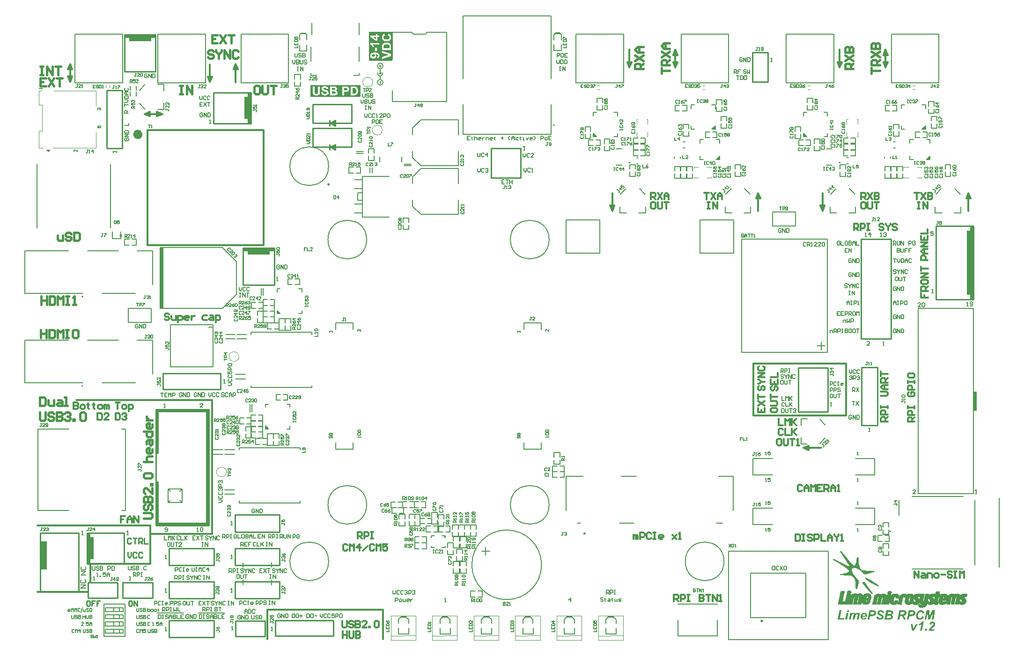
<source format=gto>
G04*
G04 #@! TF.GenerationSoftware,Altium Limited,Altium Designer,19.1.6 (110)*
G04*
G04 Layer_Color=65535*
%FSLAX44Y44*%
%MOMM*%
G71*
G01*
G75*
%ADD10C,0.1000*%
%ADD11C,0.2500*%
%ADD12C,0.2000*%
%ADD13C,0.3000*%
%ADD14C,1.0000*%
%ADD15C,0.1900*%
%ADD16C,0.4000*%
%ADD17C,0.2540*%
%ADD18C,0.1500*%
%ADD19C,0.1270*%
%ADD20C,0.0254*%
%ADD21C,0.0260*%
%ADD22C,0.1700*%
G36*
X214750Y1089750D02*
X206750D01*
Y1083750D01*
X186750Y1083750D01*
X166750Y1083750D01*
Y1089750D01*
X158750D01*
X158750Y1095750D01*
X214750D01*
X214750Y1089750D01*
D02*
G37*
G36*
X387000Y991000D02*
Y935000D01*
X381000Y935000D01*
Y943000D01*
X375000D01*
X375000Y963000D01*
X375000Y983000D01*
X381000D01*
Y991000D01*
X387000Y991000D01*
D02*
G37*
G36*
X1606750Y924250D02*
X1600500D01*
X1606750Y930500D01*
Y924250D01*
D02*
G37*
G36*
X1226750D02*
X1220500D01*
X1226750Y930500D01*
Y924250D01*
D02*
G37*
G36*
X1392000Y910900D02*
X1385750D01*
Y917150D01*
X1392000Y910900D01*
D02*
G37*
G36*
X1012000Y910900D02*
X1005750Y910900D01*
Y917150D01*
X1012000Y910900D01*
D02*
G37*
G36*
X1614750Y869500D02*
X1607500Y869500D01*
X1614750Y876750D01*
X1614750Y869500D01*
D02*
G37*
G36*
X1234750D02*
X1227500Y869500D01*
X1234750Y876750D01*
X1234750Y869500D01*
D02*
G37*
G36*
X429000Y703750D02*
X421000D01*
Y697750D01*
X401000Y697750D01*
X381000Y697750D01*
Y703750D01*
X373000D01*
X373000Y709750D01*
X429000D01*
X429000Y703750D01*
D02*
G37*
G36*
X1687250Y624607D02*
X1681250D01*
Y740893D01*
X1687250D01*
Y624607D01*
D02*
G37*
G36*
X1693250Y616607D02*
X1687250D01*
Y748893D01*
X1693250D01*
Y616607D01*
D02*
G37*
G36*
X228000Y600250D02*
X223000D01*
Y710250D01*
X228000D01*
Y600250D01*
D02*
G37*
G36*
X439500Y591000D02*
X434500D01*
Y596000D01*
X439500Y591000D01*
D02*
G37*
G36*
X1699500Y415000D02*
X1693500D01*
Y450000D01*
X1699500D01*
Y415000D01*
D02*
G37*
G36*
X418250Y382250D02*
X413250D01*
Y387250D01*
X418250Y382250D01*
D02*
G37*
G36*
X310500Y207250D02*
X215500D01*
X215500Y209750D01*
X215500D01*
X215500Y287250D01*
X220500D01*
X220500Y212250D01*
X305500D01*
Y412250D01*
X220500D01*
X220500Y337250D01*
X215500D01*
X215500Y414750D01*
X215500D01*
X215500Y417250D01*
X310500D01*
Y207250D01*
D02*
G37*
G36*
X738500Y185500D02*
X735500Y188500D01*
X735750Y188750D01*
X738500D01*
Y185500D01*
D02*
G37*
G36*
X96410Y186090D02*
X102410D01*
X102410Y166090D01*
X102410Y146090D01*
X96410D01*
Y138090D01*
X90410Y138090D01*
Y194090D01*
X96410Y194090D01*
Y186090D01*
D02*
G37*
G36*
X17870Y127947D02*
X5870Y127947D01*
Y178804D01*
X17870Y178804D01*
Y127947D01*
D02*
G37*
G36*
X1467998Y50878D02*
X1464752D01*
X1465352Y53815D01*
X1468615D01*
X1467998Y50878D01*
D02*
G37*
G36*
X1526185Y54091D02*
X1526396D01*
X1526639Y54059D01*
X1526931Y54043D01*
X1527240Y53994D01*
X1527581Y53929D01*
X1527938Y53864D01*
X1528311Y53767D01*
X1528684Y53653D01*
X1529074Y53523D01*
X1529431Y53361D01*
X1529804Y53183D01*
X1530145Y52972D01*
X1530453Y52728D01*
X1530470Y52712D01*
X1530518Y52663D01*
X1530599Y52582D01*
X1530713Y52485D01*
X1530827Y52339D01*
X1530973Y52176D01*
X1531119Y51981D01*
X1531281Y51754D01*
X1531443Y51511D01*
X1531590Y51235D01*
X1531736Y50926D01*
X1531882Y50602D01*
X1531995Y50261D01*
X1532093Y49888D01*
X1532174Y49498D01*
X1532222Y49076D01*
X1528944Y48930D01*
Y48946D01*
Y48979D01*
X1528928Y49044D01*
X1528911Y49125D01*
X1528895Y49222D01*
X1528863Y49336D01*
X1528782Y49595D01*
X1528668Y49888D01*
X1528522Y50196D01*
X1528327Y50488D01*
X1528067Y50748D01*
X1528035Y50780D01*
X1527986Y50813D01*
X1527938Y50845D01*
X1527856Y50894D01*
X1527759Y50959D01*
X1527646Y51008D01*
X1527516Y51073D01*
X1527370Y51137D01*
X1527224Y51186D01*
X1527045Y51251D01*
X1526850Y51300D01*
X1526623Y51332D01*
X1526396Y51365D01*
X1526152Y51397D01*
X1525665D01*
X1525535Y51381D01*
X1525406Y51365D01*
X1525097Y51332D01*
X1524773Y51267D01*
X1524432Y51186D01*
X1524123Y51056D01*
X1523994Y50975D01*
X1523864Y50894D01*
X1523831Y50878D01*
X1523766Y50797D01*
X1523669Y50699D01*
X1523572Y50553D01*
X1523458Y50358D01*
X1523361Y50147D01*
X1523296Y49904D01*
X1523263Y49628D01*
Y49595D01*
X1523279Y49514D01*
X1523296Y49384D01*
X1523328Y49206D01*
X1523393Y49027D01*
X1523490Y48833D01*
X1523636Y48622D01*
X1523815Y48443D01*
X1523848Y48427D01*
X1523880Y48394D01*
X1523929Y48362D01*
X1523994Y48313D01*
X1524091Y48248D01*
X1524205Y48183D01*
X1524334Y48102D01*
X1524480Y48021D01*
X1524659Y47924D01*
X1524854Y47810D01*
X1525081Y47696D01*
X1525341Y47567D01*
X1525617Y47437D01*
X1525925Y47291D01*
X1526266Y47145D01*
X1526282D01*
X1526298Y47129D01*
X1526396Y47096D01*
X1526542Y47031D01*
X1526720Y46934D01*
X1526964Y46836D01*
X1527224Y46707D01*
X1527499Y46577D01*
X1527808Y46431D01*
X1528425Y46106D01*
X1528733Y45944D01*
X1529025Y45781D01*
X1529301Y45603D01*
X1529544Y45441D01*
X1529755Y45278D01*
X1529934Y45132D01*
X1529950Y45116D01*
X1529983Y45083D01*
X1530048Y45019D01*
X1530112Y44921D01*
X1530210Y44808D01*
X1530307Y44678D01*
X1530405Y44515D01*
X1530518Y44337D01*
X1530632Y44142D01*
X1530729Y43915D01*
X1530827Y43688D01*
X1530924Y43428D01*
X1530989Y43136D01*
X1531054Y42844D01*
X1531086Y42535D01*
X1531103Y42211D01*
Y42178D01*
Y42113D01*
X1531086Y42000D01*
X1531070Y41837D01*
X1531054Y41659D01*
X1531005Y41431D01*
X1530957Y41188D01*
X1530892Y40928D01*
X1530794Y40636D01*
X1530681Y40328D01*
X1530535Y40019D01*
X1530356Y39711D01*
X1530161Y39386D01*
X1529934Y39078D01*
X1529658Y38753D01*
X1529350Y38461D01*
X1529333Y38445D01*
X1529268Y38396D01*
X1529171Y38315D01*
X1529025Y38218D01*
X1528846Y38104D01*
X1528636Y37974D01*
X1528392Y37828D01*
X1528100Y37682D01*
X1527775Y37536D01*
X1527402Y37390D01*
X1527012Y37260D01*
X1526574Y37147D01*
X1526104Y37049D01*
X1525617Y36968D01*
X1525081Y36919D01*
X1524513Y36903D01*
X1524302D01*
X1524156Y36919D01*
X1523961D01*
X1523750Y36936D01*
X1523507Y36968D01*
X1523247Y37001D01*
X1522955Y37033D01*
X1522663Y37082D01*
X1522046Y37212D01*
X1521413Y37390D01*
X1521104Y37487D01*
X1520796Y37617D01*
X1520780Y37634D01*
X1520731Y37650D01*
X1520650Y37699D01*
X1520536Y37747D01*
X1520407Y37828D01*
X1520260Y37909D01*
X1519936Y38137D01*
X1519563Y38413D01*
X1519189Y38753D01*
X1518849Y39159D01*
X1518702Y39386D01*
X1518573Y39614D01*
Y39630D01*
X1518540Y39679D01*
X1518508Y39743D01*
X1518475Y39841D01*
X1518427Y39955D01*
X1518378Y40101D01*
X1518313Y40279D01*
X1518264Y40458D01*
X1518199Y40669D01*
X1518151Y40896D01*
X1518102Y41139D01*
X1518053Y41399D01*
X1518004Y41967D01*
X1517988Y42568D01*
X1521251Y42746D01*
Y42730D01*
Y42681D01*
X1521267Y42600D01*
Y42503D01*
X1521283Y42373D01*
X1521299Y42227D01*
X1521348Y41902D01*
X1521413Y41545D01*
X1521494Y41204D01*
X1521624Y40880D01*
X1521689Y40750D01*
X1521770Y40636D01*
X1521786Y40620D01*
X1521802Y40604D01*
X1521851Y40555D01*
X1521916Y40506D01*
X1522013Y40441D01*
X1522111Y40360D01*
X1522241Y40279D01*
X1522403Y40198D01*
X1522581Y40117D01*
X1522776Y40036D01*
X1523004Y39971D01*
X1523263Y39890D01*
X1523539Y39841D01*
X1523848Y39792D01*
X1524188Y39776D01*
X1524545Y39760D01*
X1524708D01*
X1524821Y39776D01*
X1524951D01*
X1525114Y39792D01*
X1525292Y39808D01*
X1525471Y39841D01*
X1525876Y39906D01*
X1526266Y40019D01*
X1526639Y40166D01*
X1526818Y40263D01*
X1526964Y40360D01*
X1526980D01*
X1526996Y40393D01*
X1527077Y40474D01*
X1527207Y40588D01*
X1527353Y40766D01*
X1527483Y40977D01*
X1527613Y41220D01*
X1527694Y41496D01*
X1527727Y41642D01*
Y41805D01*
Y41821D01*
Y41837D01*
X1527710Y41935D01*
X1527694Y42064D01*
X1527646Y42243D01*
X1527581Y42438D01*
X1527467Y42649D01*
X1527321Y42860D01*
X1527110Y43055D01*
X1527094Y43071D01*
X1527061Y43087D01*
X1527012Y43120D01*
X1526947Y43168D01*
X1526866Y43217D01*
X1526769Y43282D01*
X1526655Y43347D01*
X1526509Y43428D01*
X1526331Y43509D01*
X1526136Y43623D01*
X1525925Y43720D01*
X1525665Y43850D01*
X1525389Y43980D01*
X1525065Y44126D01*
X1524724Y44272D01*
X1524708Y44288D01*
X1524643Y44304D01*
X1524545Y44353D01*
X1524416Y44418D01*
X1524253Y44483D01*
X1524059Y44564D01*
X1523864Y44661D01*
X1523653Y44759D01*
X1523182Y44986D01*
X1522711Y45213D01*
X1522273Y45457D01*
X1522078Y45554D01*
X1521900Y45668D01*
X1521884D01*
X1521867Y45700D01*
X1521819Y45733D01*
X1521754Y45765D01*
X1521591Y45895D01*
X1521397Y46057D01*
X1521169Y46268D01*
X1520942Y46528D01*
X1520715Y46804D01*
X1520504Y47129D01*
Y47145D01*
X1520488Y47177D01*
X1520455Y47226D01*
X1520423Y47291D01*
X1520390Y47372D01*
X1520342Y47469D01*
X1520260Y47729D01*
X1520163Y48037D01*
X1520082Y48394D01*
X1520017Y48784D01*
X1520001Y49222D01*
Y49255D01*
Y49320D01*
X1520017Y49433D01*
Y49579D01*
X1520049Y49758D01*
X1520082Y49969D01*
X1520131Y50196D01*
X1520196Y50456D01*
X1520277Y50715D01*
X1520374Y51007D01*
X1520488Y51300D01*
X1520634Y51592D01*
X1520812Y51884D01*
X1521007Y52160D01*
X1521251Y52452D01*
X1521510Y52712D01*
X1521526Y52728D01*
X1521575Y52777D01*
X1521673Y52842D01*
X1521786Y52923D01*
X1521949Y53036D01*
X1522143Y53150D01*
X1522370Y53280D01*
X1522630Y53410D01*
X1522922Y53540D01*
X1523263Y53669D01*
X1523620Y53783D01*
X1524010Y53897D01*
X1524432Y53978D01*
X1524902Y54043D01*
X1525389Y54091D01*
X1525909Y54108D01*
X1526039D01*
X1526185Y54091D01*
D02*
G37*
G36*
X1598784D02*
X1598979D01*
X1599206Y54059D01*
X1599466Y54026D01*
X1599758Y53978D01*
X1600083Y53929D01*
X1600423Y53848D01*
X1600780Y53751D01*
X1601138Y53637D01*
X1601511Y53491D01*
X1601868Y53328D01*
X1602225Y53134D01*
X1602566Y52906D01*
X1602890Y52647D01*
X1602907Y52631D01*
X1602955Y52582D01*
X1603053Y52501D01*
X1603150Y52387D01*
X1603296Y52241D01*
X1603442Y52063D01*
X1603605Y51852D01*
X1603767Y51608D01*
X1603945Y51348D01*
X1604108Y51056D01*
X1604270Y50732D01*
X1604432Y50375D01*
X1604579Y50001D01*
X1604692Y49595D01*
X1604806Y49157D01*
X1604871Y48703D01*
X1601592Y48394D01*
Y48411D01*
X1601576Y48459D01*
X1601560Y48541D01*
X1601543Y48638D01*
X1601511Y48752D01*
X1601462Y48881D01*
X1601365Y49206D01*
X1601219Y49547D01*
X1601024Y49888D01*
X1600813Y50212D01*
X1600683Y50358D01*
X1600537Y50488D01*
X1600521D01*
X1600505Y50521D01*
X1600456Y50553D01*
X1600391Y50586D01*
X1600310Y50651D01*
X1600229Y50699D01*
X1599985Y50829D01*
X1599693Y50943D01*
X1599336Y51056D01*
X1598930Y51121D01*
X1598460Y51154D01*
X1598330D01*
X1598216Y51137D01*
X1598103Y51121D01*
X1597940Y51105D01*
X1597778Y51089D01*
X1597599Y51040D01*
X1597194Y50943D01*
X1596755Y50780D01*
X1596512Y50683D01*
X1596285Y50569D01*
X1596041Y50440D01*
X1595814Y50277D01*
X1595798Y50261D01*
X1595765Y50245D01*
X1595700Y50180D01*
X1595603Y50115D01*
X1595506Y50017D01*
X1595392Y49904D01*
X1595246Y49774D01*
X1595100Y49612D01*
X1594954Y49433D01*
X1594792Y49238D01*
X1594629Y49011D01*
X1594467Y48768D01*
X1594305Y48508D01*
X1594142Y48216D01*
X1593996Y47908D01*
X1593850Y47567D01*
Y47551D01*
X1593818Y47485D01*
X1593785Y47388D01*
X1593737Y47258D01*
X1593688Y47080D01*
X1593623Y46885D01*
X1593558Y46674D01*
X1593493Y46431D01*
X1593412Y46155D01*
X1593347Y45862D01*
X1593233Y45246D01*
X1593152Y44597D01*
X1593136Y44256D01*
X1593120Y43915D01*
Y43899D01*
Y43834D01*
Y43720D01*
X1593136Y43590D01*
X1593152Y43412D01*
X1593168Y43217D01*
X1593201Y43006D01*
X1593233Y42779D01*
X1593347Y42276D01*
X1593428Y42016D01*
X1593526Y41756D01*
X1593623Y41513D01*
X1593753Y41253D01*
X1593899Y41026D01*
X1594061Y40815D01*
X1594077Y40799D01*
X1594110Y40766D01*
X1594158Y40717D01*
X1594240Y40652D01*
X1594321Y40555D01*
X1594434Y40474D01*
X1594564Y40377D01*
X1594727Y40279D01*
X1594889Y40166D01*
X1595067Y40068D01*
X1595473Y39906D01*
X1595700Y39825D01*
X1595928Y39776D01*
X1596187Y39743D01*
X1596447Y39727D01*
X1596577D01*
X1596674Y39743D01*
X1596788Y39760D01*
X1596934Y39776D01*
X1597080Y39792D01*
X1597258Y39841D01*
X1597632Y39938D01*
X1598038Y40084D01*
X1598249Y40182D01*
X1598460Y40312D01*
X1598671Y40441D01*
X1598882Y40588D01*
X1598898Y40604D01*
X1598930Y40636D01*
X1598995Y40685D01*
X1599060Y40750D01*
X1599158Y40831D01*
X1599255Y40945D01*
X1599385Y41074D01*
X1599498Y41237D01*
X1599628Y41399D01*
X1599774Y41594D01*
X1599904Y41805D01*
X1600050Y42032D01*
X1600180Y42276D01*
X1600310Y42535D01*
X1600423Y42827D01*
X1600537Y43136D01*
X1603994Y42600D01*
X1603978Y42568D01*
X1603945Y42470D01*
X1603881Y42340D01*
X1603799Y42146D01*
X1603702Y41902D01*
X1603572Y41642D01*
X1603410Y41334D01*
X1603231Y41026D01*
X1603020Y40685D01*
X1602793Y40328D01*
X1602550Y39971D01*
X1602274Y39630D01*
X1601982Y39273D01*
X1601657Y38932D01*
X1601316Y38624D01*
X1600943Y38331D01*
X1600927Y38315D01*
X1600845Y38266D01*
X1600732Y38202D01*
X1600586Y38104D01*
X1600391Y37991D01*
X1600164Y37877D01*
X1599904Y37731D01*
X1599596Y37601D01*
X1599271Y37471D01*
X1598898Y37341D01*
X1598524Y37212D01*
X1598103Y37098D01*
X1597664Y37001D01*
X1597194Y36936D01*
X1596723Y36887D01*
X1596220Y36871D01*
X1596090D01*
X1595928Y36887D01*
X1595717Y36903D01*
X1595457Y36919D01*
X1595165Y36968D01*
X1594840Y37017D01*
X1594483Y37098D01*
X1594110Y37195D01*
X1593720Y37325D01*
X1593315Y37471D01*
X1592925Y37650D01*
X1592535Y37861D01*
X1592146Y38104D01*
X1591789Y38380D01*
X1591448Y38705D01*
X1591432Y38721D01*
X1591383Y38786D01*
X1591286Y38900D01*
X1591188Y39046D01*
X1591058Y39240D01*
X1590912Y39468D01*
X1590750Y39743D01*
X1590604Y40068D01*
X1590442Y40425D01*
X1590279Y40815D01*
X1590133Y41253D01*
X1590003Y41740D01*
X1589906Y42243D01*
X1589825Y42811D01*
X1589760Y43412D01*
X1589744Y44045D01*
Y44061D01*
Y44077D01*
Y44174D01*
Y44321D01*
X1589760Y44532D01*
X1589776Y44775D01*
X1589809Y45067D01*
X1589841Y45392D01*
X1589890Y45765D01*
X1589939Y46155D01*
X1590020Y46560D01*
X1590117Y46999D01*
X1590231Y47437D01*
X1590361Y47891D01*
X1590507Y48346D01*
X1590685Y48800D01*
X1590880Y49238D01*
X1590896Y49271D01*
X1590929Y49336D01*
X1590993Y49466D01*
X1591091Y49628D01*
X1591205Y49823D01*
X1591351Y50050D01*
X1591513Y50293D01*
X1591708Y50569D01*
X1591935Y50862D01*
X1592162Y51154D01*
X1592438Y51446D01*
X1592714Y51754D01*
X1593022Y52046D01*
X1593347Y52322D01*
X1593704Y52598D01*
X1594077Y52842D01*
X1594093Y52858D01*
X1594175Y52890D01*
X1594288Y52955D01*
X1594434Y53036D01*
X1594629Y53134D01*
X1594856Y53247D01*
X1595116Y53361D01*
X1595408Y53475D01*
X1595717Y53588D01*
X1596057Y53702D01*
X1596431Y53815D01*
X1596820Y53913D01*
X1597226Y53994D01*
X1597648Y54059D01*
X1598086Y54091D01*
X1598524Y54108D01*
X1598638D01*
X1598784Y54091D01*
D02*
G37*
G36*
X1484862Y49498D02*
X1484975D01*
X1485121Y49482D01*
X1485446Y49417D01*
X1485803Y49320D01*
X1486176Y49190D01*
X1486550Y48995D01*
X1486712Y48865D01*
X1486874Y48735D01*
X1486890Y48719D01*
X1486907Y48703D01*
X1486955Y48654D01*
X1487004Y48589D01*
X1487069Y48508D01*
X1487134Y48427D01*
X1487280Y48183D01*
X1487426Y47891D01*
X1487556Y47534D01*
X1487653Y47128D01*
X1487670Y46901D01*
X1487686Y46674D01*
Y46642D01*
Y46560D01*
X1487670Y46479D01*
Y46398D01*
X1487653Y46301D01*
X1487637Y46171D01*
X1487621Y46041D01*
X1487588Y45879D01*
X1487572Y45700D01*
X1487540Y45505D01*
X1487491Y45294D01*
X1487458Y45067D01*
X1487410Y44808D01*
X1487345Y44531D01*
X1485771Y37179D01*
X1482524D01*
X1484082Y44531D01*
Y44548D01*
X1484099Y44597D01*
X1484115Y44661D01*
X1484131Y44742D01*
X1484147Y44856D01*
X1484180Y44986D01*
X1484229Y45246D01*
X1484277Y45522D01*
X1484326Y45765D01*
X1484342Y45879D01*
X1484358Y45976D01*
X1484375Y46041D01*
Y46090D01*
Y46106D01*
Y46171D01*
X1484358Y46268D01*
X1484342Y46382D01*
X1484294Y46512D01*
X1484245Y46642D01*
X1484164Y46771D01*
X1484066Y46885D01*
X1484050Y46901D01*
X1484018Y46934D01*
X1483936Y46982D01*
X1483839Y47047D01*
X1483709Y47096D01*
X1483563Y47145D01*
X1483368Y47177D01*
X1483157Y47193D01*
X1483044D01*
X1482946Y47177D01*
X1482849Y47161D01*
X1482719Y47128D01*
X1482427Y47031D01*
X1482265Y46966D01*
X1482086Y46885D01*
X1481908Y46771D01*
X1481729Y46642D01*
X1481534Y46495D01*
X1481356Y46317D01*
X1481161Y46122D01*
X1480983Y45895D01*
Y45879D01*
X1480950Y45846D01*
X1480918Y45798D01*
X1480869Y45716D01*
X1480804Y45619D01*
X1480739Y45489D01*
X1480658Y45327D01*
X1480560Y45148D01*
X1480479Y44937D01*
X1480382Y44694D01*
X1480268Y44434D01*
X1480171Y44142D01*
X1480074Y43801D01*
X1479976Y43444D01*
X1479879Y43054D01*
X1479781Y42633D01*
X1478645Y37179D01*
X1475399D01*
X1476909Y44467D01*
Y44483D01*
X1476925Y44515D01*
X1476941Y44580D01*
X1476957Y44661D01*
X1476974Y44775D01*
X1476990Y44889D01*
X1477038Y45132D01*
X1477087Y45408D01*
X1477136Y45684D01*
X1477152Y45911D01*
X1477168Y46009D01*
Y46090D01*
Y46106D01*
Y46171D01*
X1477152Y46268D01*
X1477136Y46366D01*
X1477087Y46495D01*
X1477038Y46625D01*
X1476957Y46755D01*
X1476844Y46885D01*
X1476828Y46901D01*
X1476779Y46934D01*
X1476714Y46982D01*
X1476617Y47047D01*
X1476487Y47096D01*
X1476324Y47145D01*
X1476146Y47177D01*
X1475951Y47193D01*
X1475854D01*
X1475756Y47177D01*
X1475610Y47161D01*
X1475448Y47112D01*
X1475253Y47063D01*
X1475058Y46982D01*
X1474847Y46869D01*
X1474815Y46852D01*
X1474750Y46804D01*
X1474653Y46739D01*
X1474507Y46642D01*
X1474360Y46512D01*
X1474198Y46366D01*
X1474020Y46187D01*
X1473857Y45992D01*
X1473841Y45960D01*
X1473792Y45895D01*
X1473711Y45765D01*
X1473614Y45603D01*
X1473500Y45408D01*
X1473370Y45164D01*
X1473241Y44872D01*
X1473127Y44564D01*
Y44548D01*
X1473094Y44483D01*
X1473062Y44353D01*
X1473046Y44272D01*
X1473013Y44174D01*
X1472981Y44061D01*
X1472948Y43931D01*
X1472916Y43785D01*
X1472867Y43606D01*
X1472835Y43428D01*
X1472786Y43201D01*
X1472721Y42973D01*
X1472672Y42714D01*
X1471520Y37179D01*
X1468274D01*
X1470790Y49238D01*
X1473841D01*
X1473549Y47761D01*
X1473565Y47778D01*
X1473630Y47843D01*
X1473727Y47924D01*
X1473857Y48037D01*
X1474020Y48167D01*
X1474231Y48313D01*
X1474442Y48476D01*
X1474701Y48638D01*
X1474977Y48800D01*
X1475269Y48962D01*
X1475578Y49109D01*
X1475902Y49238D01*
X1476243Y49352D01*
X1476600Y49433D01*
X1476957Y49498D01*
X1477331Y49514D01*
X1477460D01*
X1477558Y49498D01*
X1477671D01*
X1477801Y49482D01*
X1478110Y49449D01*
X1478434Y49368D01*
X1478791Y49271D01*
X1479132Y49141D01*
X1479424Y48946D01*
X1479441D01*
X1479457Y48914D01*
X1479538Y48849D01*
X1479668Y48719D01*
X1479830Y48541D01*
X1479992Y48313D01*
X1480139Y48037D01*
X1480285Y47729D01*
X1480382Y47372D01*
Y47388D01*
X1480414Y47421D01*
X1480447Y47453D01*
X1480496Y47518D01*
X1480642Y47696D01*
X1480853Y47908D01*
X1481096Y48151D01*
X1481405Y48394D01*
X1481778Y48654D01*
X1482184Y48898D01*
X1482200D01*
X1482232Y48930D01*
X1482297Y48962D01*
X1482395Y48995D01*
X1482492Y49044D01*
X1482622Y49092D01*
X1482768Y49141D01*
X1482930Y49206D01*
X1483287Y49320D01*
X1483709Y49417D01*
X1484147Y49482D01*
X1484618Y49514D01*
X1484764D01*
X1484862Y49498D01*
D02*
G37*
G36*
X1621231Y37179D02*
X1618131D01*
X1621004Y50975D01*
X1614836Y37179D01*
X1611590D01*
X1610973Y51073D01*
X1608344Y37179D01*
X1605244D01*
X1608717Y53815D01*
X1613603D01*
X1614122Y42373D01*
X1619348Y53815D01*
X1624250D01*
X1621231Y37179D01*
D02*
G37*
G36*
X1583657Y53799D02*
X1583836D01*
X1584031Y53783D01*
X1584242Y53767D01*
X1584696Y53702D01*
X1585183Y53637D01*
X1585637Y53523D01*
X1585865Y53458D01*
X1586059Y53377D01*
X1586076D01*
X1586108Y53361D01*
X1586157Y53328D01*
X1586238Y53296D01*
X1586433Y53199D01*
X1586660Y53036D01*
X1586936Y52842D01*
X1587212Y52598D01*
X1587488Y52306D01*
X1587731Y51965D01*
Y51949D01*
X1587764Y51916D01*
X1587796Y51868D01*
X1587829Y51787D01*
X1587877Y51705D01*
X1587926Y51592D01*
X1587975Y51462D01*
X1588040Y51316D01*
X1588153Y50975D01*
X1588250Y50569D01*
X1588315Y50115D01*
X1588348Y49628D01*
Y49612D01*
Y49579D01*
Y49498D01*
Y49417D01*
X1588332Y49303D01*
X1588315Y49173D01*
X1588299Y49027D01*
X1588283Y48849D01*
X1588218Y48476D01*
X1588137Y48070D01*
X1588007Y47632D01*
X1587845Y47177D01*
Y47161D01*
X1587829Y47129D01*
X1587796Y47063D01*
X1587764Y46982D01*
X1587715Y46885D01*
X1587650Y46771D01*
X1587520Y46495D01*
X1587342Y46187D01*
X1587131Y45879D01*
X1586903Y45570D01*
X1586644Y45278D01*
X1586611Y45246D01*
X1586530Y45165D01*
X1586384Y45035D01*
X1586189Y44872D01*
X1585962Y44694D01*
X1585702Y44515D01*
X1585426Y44353D01*
X1585118Y44191D01*
X1585102D01*
X1585086Y44174D01*
X1585037Y44158D01*
X1584972Y44126D01*
X1584891Y44093D01*
X1584793Y44061D01*
X1584680Y44028D01*
X1584534Y43980D01*
X1584225Y43882D01*
X1583852Y43801D01*
X1583414Y43704D01*
X1582927Y43623D01*
X1582894D01*
X1582846Y43606D01*
X1582667D01*
X1582554Y43590D01*
X1582408D01*
X1582245Y43574D01*
X1582050Y43558D01*
X1581839D01*
X1581580Y43541D01*
X1581012D01*
X1580671Y43525D01*
X1577717D01*
X1576386Y37179D01*
X1572977D01*
X1576451Y53815D01*
X1583511D01*
X1583657Y53799D01*
D02*
G37*
G36*
X1567605D02*
X1567784D01*
X1567995Y53783D01*
X1568222Y53767D01*
X1568693Y53718D01*
X1569180Y53637D01*
X1569666Y53540D01*
X1569877Y53475D01*
X1570089Y53410D01*
X1570105D01*
X1570137Y53394D01*
X1570186Y53361D01*
X1570267Y53328D01*
X1570364Y53296D01*
X1570462Y53231D01*
X1570705Y53085D01*
X1570981Y52890D01*
X1571273Y52647D01*
X1571549Y52339D01*
X1571809Y51981D01*
Y51965D01*
X1571841Y51933D01*
X1571874Y51884D01*
X1571906Y51803D01*
X1571971Y51689D01*
X1572020Y51576D01*
X1572085Y51430D01*
X1572150Y51283D01*
X1572198Y51105D01*
X1572263Y50910D01*
X1572377Y50472D01*
X1572442Y49985D01*
X1572474Y49449D01*
Y49433D01*
Y49352D01*
Y49238D01*
X1572458Y49092D01*
X1572442Y48914D01*
X1572410Y48703D01*
X1572361Y48476D01*
X1572312Y48216D01*
X1572247Y47940D01*
X1572166Y47664D01*
X1572052Y47372D01*
X1571939Y47080D01*
X1571793Y46788D01*
X1571614Y46495D01*
X1571419Y46203D01*
X1571192Y45944D01*
X1571176Y45927D01*
X1571127Y45879D01*
X1571062Y45814D01*
X1570949Y45716D01*
X1570819Y45619D01*
X1570656Y45489D01*
X1570462Y45359D01*
X1570235Y45213D01*
X1569975Y45067D01*
X1569699Y44921D01*
X1569374Y44775D01*
X1569034Y44645D01*
X1568660Y44515D01*
X1568254Y44402D01*
X1567816Y44321D01*
X1567345Y44239D01*
X1567378Y44207D01*
X1567459Y44126D01*
X1567589Y43996D01*
X1567751Y43834D01*
X1567946Y43606D01*
X1568141Y43330D01*
X1568368Y43022D01*
X1568579Y42681D01*
X1568595Y42665D01*
X1568628Y42584D01*
X1568693Y42487D01*
X1568774Y42324D01*
X1568887Y42129D01*
X1569017Y41886D01*
X1569163Y41594D01*
X1569326Y41269D01*
X1569520Y40896D01*
X1569715Y40490D01*
X1569926Y40036D01*
X1570153Y39532D01*
X1570381Y39013D01*
X1570624Y38429D01*
X1570884Y37828D01*
X1571143Y37179D01*
X1567459D01*
Y37195D01*
X1567443Y37244D01*
X1567410Y37325D01*
X1567362Y37439D01*
X1567313Y37601D01*
X1567248Y37780D01*
X1567167Y37991D01*
X1567070Y38250D01*
X1566956Y38542D01*
X1566842Y38867D01*
X1566696Y39224D01*
X1566534Y39614D01*
X1566355Y40052D01*
X1566161Y40523D01*
X1565950Y41026D01*
X1565722Y41561D01*
Y41578D01*
X1565690Y41626D01*
X1565658Y41707D01*
X1565593Y41821D01*
X1565528Y41951D01*
X1565463Y42097D01*
X1565268Y42438D01*
X1565041Y42811D01*
X1564781Y43168D01*
X1564651Y43330D01*
X1564505Y43493D01*
X1564359Y43623D01*
X1564213Y43736D01*
X1564197Y43752D01*
X1564116Y43785D01*
X1564002Y43850D01*
X1563824Y43915D01*
X1563580Y43963D01*
X1563304Y44028D01*
X1562947Y44061D01*
X1562736Y44077D01*
X1561129D01*
X1559685Y37179D01*
X1556276D01*
X1559750Y53815D01*
X1567443D01*
X1567605Y53799D01*
D02*
G37*
G36*
X1542919D02*
X1543129D01*
X1543551Y53783D01*
X1543990Y53767D01*
X1544184Y53751D01*
X1544379Y53734D01*
X1544558Y53718D01*
X1544704Y53702D01*
X1544720D01*
X1544753Y53686D01*
X1544817D01*
X1544915Y53669D01*
X1545012Y53653D01*
X1545142Y53621D01*
X1545434Y53556D01*
X1545759Y53458D01*
X1546100Y53328D01*
X1546457Y53183D01*
X1546781Y53004D01*
X1546798D01*
X1546814Y52988D01*
X1546862Y52955D01*
X1546927Y52906D01*
X1547074Y52793D01*
X1547268Y52647D01*
X1547479Y52452D01*
X1547690Y52225D01*
X1547901Y51949D01*
X1548080Y51641D01*
Y51624D01*
X1548096Y51608D01*
X1548129Y51559D01*
X1548145Y51494D01*
X1548226Y51316D01*
X1548307Y51089D01*
X1548388Y50813D01*
X1548469Y50504D01*
X1548518Y50147D01*
X1548534Y49774D01*
Y49758D01*
Y49709D01*
Y49644D01*
X1548518Y49547D01*
Y49417D01*
X1548502Y49271D01*
X1548469Y49125D01*
X1548437Y48946D01*
X1548340Y48573D01*
X1548210Y48167D01*
X1548015Y47761D01*
X1547885Y47551D01*
X1547755Y47356D01*
X1547739Y47340D01*
X1547723Y47307D01*
X1547674Y47258D01*
X1547609Y47193D01*
X1547528Y47112D01*
X1547431Y47015D01*
X1547317Y46901D01*
X1547171Y46788D01*
X1547025Y46674D01*
X1546846Y46544D01*
X1546651Y46414D01*
X1546440Y46284D01*
X1546197Y46171D01*
X1545954Y46041D01*
X1545678Y45927D01*
X1545385Y45830D01*
X1545402D01*
X1545434Y45814D01*
X1545515Y45798D01*
X1545596Y45765D01*
X1545694Y45716D01*
X1545824Y45668D01*
X1546116Y45538D01*
X1546424Y45359D01*
X1546749Y45148D01*
X1547074Y44872D01*
X1547366Y44564D01*
X1547382Y44548D01*
X1547398Y44532D01*
X1547431Y44467D01*
X1547479Y44402D01*
X1547528Y44321D01*
X1547593Y44223D01*
X1547739Y43980D01*
X1547869Y43671D01*
X1547982Y43330D01*
X1548064Y42957D01*
X1548096Y42746D01*
Y42535D01*
Y42519D01*
Y42470D01*
Y42389D01*
X1548080Y42276D01*
X1548064Y42146D01*
X1548047Y42000D01*
X1548031Y41821D01*
X1547982Y41626D01*
X1547885Y41188D01*
X1547739Y40701D01*
X1547642Y40458D01*
X1547528Y40198D01*
X1547382Y39955D01*
X1547236Y39695D01*
X1547220Y39679D01*
X1547203Y39630D01*
X1547155Y39565D01*
X1547074Y39484D01*
X1546992Y39370D01*
X1546879Y39240D01*
X1546765Y39094D01*
X1546619Y38948D01*
X1546457Y38786D01*
X1546278Y38640D01*
X1546083Y38477D01*
X1545889Y38315D01*
X1545418Y38007D01*
X1545158Y37877D01*
X1544882Y37763D01*
X1544866D01*
X1544817Y37731D01*
X1544720Y37715D01*
X1544606Y37666D01*
X1544460Y37634D01*
X1544266Y37585D01*
X1544055Y37520D01*
X1543811Y37471D01*
X1543535Y37423D01*
X1543227Y37358D01*
X1542886Y37309D01*
X1542513Y37276D01*
X1542123Y37228D01*
X1541701Y37212D01*
X1541247Y37179D01*
X1532937D01*
X1536410Y53815D01*
X1542740D01*
X1542919Y53799D01*
D02*
G37*
G36*
X1512632Y53799D02*
X1512811D01*
X1513006Y53783D01*
X1513217Y53767D01*
X1513671Y53702D01*
X1514158Y53637D01*
X1514612Y53523D01*
X1514839Y53458D01*
X1515034Y53377D01*
X1515051D01*
X1515083Y53361D01*
X1515132Y53328D01*
X1515213Y53296D01*
X1515408Y53199D01*
X1515635Y53036D01*
X1515911Y52842D01*
X1516187Y52598D01*
X1516463Y52306D01*
X1516706Y51965D01*
Y51949D01*
X1516738Y51916D01*
X1516771Y51868D01*
X1516803Y51787D01*
X1516852Y51705D01*
X1516901Y51592D01*
X1516949Y51462D01*
X1517014Y51316D01*
X1517128Y50975D01*
X1517225Y50569D01*
X1517290Y50115D01*
X1517323Y49628D01*
Y49612D01*
Y49579D01*
Y49498D01*
Y49417D01*
X1517307Y49303D01*
X1517290Y49173D01*
X1517274Y49027D01*
X1517258Y48849D01*
X1517193Y48476D01*
X1517112Y48070D01*
X1516982Y47632D01*
X1516820Y47177D01*
Y47161D01*
X1516803Y47128D01*
X1516771Y47063D01*
X1516738Y46982D01*
X1516690Y46885D01*
X1516625Y46771D01*
X1516495Y46495D01*
X1516317Y46187D01*
X1516105Y45879D01*
X1515878Y45570D01*
X1515619Y45278D01*
X1515586Y45246D01*
X1515505Y45164D01*
X1515359Y45035D01*
X1515164Y44872D01*
X1514937Y44694D01*
X1514677Y44515D01*
X1514401Y44353D01*
X1514093Y44191D01*
X1514077D01*
X1514060Y44174D01*
X1514012Y44158D01*
X1513947Y44126D01*
X1513866Y44093D01*
X1513768Y44061D01*
X1513655Y44028D01*
X1513509Y43980D01*
X1513200Y43882D01*
X1512827Y43801D01*
X1512389Y43704D01*
X1511902Y43623D01*
X1511869D01*
X1511821Y43606D01*
X1511642D01*
X1511528Y43590D01*
X1511382D01*
X1511220Y43574D01*
X1511025Y43558D01*
X1510814D01*
X1510555Y43541D01*
X1509987D01*
X1509646Y43525D01*
X1506692D01*
X1505361Y37179D01*
X1501952D01*
X1505426Y53815D01*
X1512486D01*
X1512632Y53799D01*
D02*
G37*
G36*
X1465141Y37179D02*
X1461895D01*
X1464411Y49238D01*
X1467657D01*
X1465141Y37179D01*
D02*
G37*
G36*
X1451800Y39955D02*
X1460289D01*
X1459704Y37179D01*
X1447807D01*
X1451281Y53815D01*
X1454689D01*
X1451800Y39955D01*
D02*
G37*
G36*
X1496353Y49498D02*
X1496515D01*
X1496694Y49466D01*
X1496921Y49449D01*
X1497148Y49401D01*
X1497424Y49336D01*
X1497700Y49271D01*
X1497976Y49173D01*
X1498268Y49060D01*
X1498560Y48930D01*
X1498852Y48768D01*
X1499144Y48589D01*
X1499404Y48378D01*
X1499664Y48135D01*
X1499680Y48119D01*
X1499729Y48070D01*
X1499794Y47989D01*
X1499875Y47891D01*
X1499972Y47745D01*
X1500086Y47567D01*
X1500199Y47372D01*
X1500329Y47145D01*
X1500443Y46885D01*
X1500557Y46609D01*
X1500670Y46284D01*
X1500768Y45944D01*
X1500865Y45570D01*
X1500930Y45181D01*
X1500962Y44759D01*
X1500979Y44304D01*
Y44288D01*
Y44256D01*
Y44191D01*
Y44110D01*
Y44012D01*
X1500962Y43882D01*
X1500946Y43606D01*
X1500930Y43282D01*
X1500881Y42925D01*
X1500833Y42551D01*
X1500751Y42194D01*
X1492587D01*
Y42162D01*
Y42081D01*
X1492571Y41983D01*
Y41886D01*
Y41870D01*
Y41837D01*
Y41772D01*
X1492587Y41691D01*
Y41578D01*
X1492604Y41464D01*
X1492652Y41188D01*
X1492733Y40880D01*
X1492863Y40571D01*
X1493026Y40247D01*
X1493253Y39955D01*
X1493269D01*
X1493285Y39922D01*
X1493383Y39841D01*
X1493529Y39727D01*
X1493723Y39597D01*
X1493967Y39451D01*
X1494259Y39338D01*
X1494568Y39257D01*
X1494746Y39240D01*
X1494925Y39224D01*
X1494989D01*
X1495087Y39240D01*
X1495201Y39257D01*
X1495330Y39273D01*
X1495493Y39305D01*
X1495671Y39370D01*
X1495866Y39435D01*
X1496061Y39516D01*
X1496272Y39630D01*
X1496483Y39776D01*
X1496694Y39922D01*
X1496905Y40117D01*
X1497099Y40344D01*
X1497294Y40604D01*
X1497473Y40896D01*
X1500394Y40409D01*
X1500378Y40393D01*
X1500362Y40328D01*
X1500313Y40247D01*
X1500232Y40117D01*
X1500151Y39971D01*
X1500053Y39808D01*
X1499924Y39630D01*
X1499794Y39419D01*
X1499631Y39208D01*
X1499453Y38997D01*
X1499063Y38559D01*
X1498609Y38137D01*
X1498365Y37958D01*
X1498106Y37780D01*
X1498089Y37763D01*
X1498041Y37747D01*
X1497960Y37699D01*
X1497862Y37650D01*
X1497716Y37585D01*
X1497554Y37504D01*
X1497375Y37422D01*
X1497164Y37341D01*
X1496937Y37260D01*
X1496694Y37179D01*
X1496434Y37114D01*
X1496158Y37033D01*
X1495558Y36936D01*
X1495233Y36919D01*
X1494908Y36903D01*
X1494795D01*
X1494681Y36919D01*
X1494503Y36936D01*
X1494292Y36952D01*
X1494064Y36984D01*
X1493788Y37033D01*
X1493496Y37098D01*
X1493188Y37179D01*
X1492879Y37276D01*
X1492539Y37406D01*
X1492214Y37552D01*
X1491873Y37715D01*
X1491565Y37926D01*
X1491240Y38153D01*
X1490948Y38429D01*
X1490932Y38445D01*
X1490883Y38494D01*
X1490802Y38591D01*
X1490721Y38705D01*
X1490591Y38867D01*
X1490477Y39046D01*
X1490331Y39273D01*
X1490202Y39516D01*
X1490055Y39792D01*
X1489909Y40101D01*
X1489796Y40441D01*
X1489682Y40799D01*
X1489585Y41188D01*
X1489503Y41594D01*
X1489455Y42048D01*
X1489439Y42503D01*
Y42535D01*
Y42616D01*
X1489455Y42746D01*
Y42925D01*
X1489487Y43136D01*
X1489503Y43379D01*
X1489552Y43671D01*
X1489617Y43980D01*
X1489682Y44304D01*
X1489780Y44661D01*
X1489877Y45019D01*
X1490007Y45392D01*
X1490169Y45781D01*
X1490347Y46155D01*
X1490558Y46528D01*
X1490802Y46901D01*
X1490818Y46934D01*
X1490883Y47015D01*
X1490997Y47145D01*
X1491143Y47307D01*
X1491338Y47502D01*
X1491581Y47729D01*
X1491857Y47972D01*
X1492165Y48216D01*
X1492522Y48459D01*
X1492928Y48687D01*
X1493366Y48914D01*
X1493837Y49109D01*
X1494357Y49271D01*
X1494908Y49401D01*
X1495509Y49482D01*
X1496142Y49514D01*
X1496239D01*
X1496353Y49498D01*
D02*
G37*
G36*
X1585637Y16810D02*
X1582829D01*
X1580427Y28869D01*
X1583625D01*
X1584469Y23594D01*
Y23578D01*
X1584485Y23497D01*
X1584501Y23399D01*
X1584518Y23253D01*
X1584550Y23075D01*
X1584582Y22880D01*
X1584615Y22669D01*
X1584647Y22442D01*
X1584729Y21971D01*
X1584793Y21500D01*
X1584826Y21289D01*
X1584842Y21095D01*
X1584875Y20916D01*
X1584891Y20770D01*
Y20786D01*
X1584923Y20819D01*
X1584956Y20900D01*
X1585037Y21013D01*
X1585086Y21095D01*
X1585134Y21208D01*
X1585199Y21322D01*
X1585280Y21452D01*
X1585361Y21614D01*
X1585459Y21793D01*
X1585573Y21987D01*
X1585686Y22215D01*
X1585702Y22231D01*
X1585719Y22263D01*
X1585751Y22328D01*
X1585800Y22425D01*
X1585848Y22523D01*
X1585913Y22636D01*
X1586059Y22896D01*
X1586205Y23156D01*
X1586335Y23416D01*
X1586400Y23529D01*
X1586449Y23626D01*
X1586498Y23708D01*
X1586530Y23773D01*
X1589533Y28869D01*
X1593055D01*
X1585637Y16810D01*
D02*
G37*
G36*
X1619657Y33511D02*
X1619852Y33495D01*
X1620079Y33462D01*
X1620322Y33414D01*
X1620598Y33365D01*
X1620874Y33300D01*
X1621182Y33219D01*
X1621491Y33121D01*
X1621783Y32992D01*
X1622091Y32845D01*
X1622384Y32683D01*
X1622659Y32488D01*
X1622919Y32261D01*
X1622935Y32245D01*
X1622984Y32196D01*
X1623049Y32131D01*
X1623130Y32034D01*
X1623228Y31904D01*
X1623341Y31758D01*
X1623455Y31579D01*
X1623584Y31385D01*
X1623714Y31158D01*
X1623828Y30914D01*
X1623942Y30654D01*
X1624039Y30378D01*
X1624120Y30070D01*
X1624201Y29746D01*
X1624234Y29405D01*
X1624250Y29048D01*
Y29031D01*
Y28999D01*
Y28950D01*
Y28885D01*
X1624234Y28788D01*
Y28691D01*
X1624201Y28431D01*
X1624153Y28139D01*
X1624072Y27798D01*
X1623974Y27441D01*
X1623828Y27067D01*
Y27051D01*
X1623812Y27019D01*
X1623779Y26970D01*
X1623747Y26889D01*
X1623698Y26808D01*
X1623649Y26694D01*
X1623503Y26434D01*
X1623325Y26126D01*
X1623098Y25769D01*
X1622822Y25396D01*
X1622497Y24990D01*
Y24974D01*
X1622465Y24957D01*
X1622432Y24909D01*
X1622367Y24844D01*
X1622302Y24763D01*
X1622205Y24665D01*
X1622091Y24552D01*
X1621978Y24422D01*
X1621832Y24276D01*
X1621669Y24113D01*
X1621491Y23935D01*
X1621296Y23740D01*
X1621069Y23529D01*
X1620842Y23302D01*
X1620582Y23059D01*
X1620306Y22799D01*
X1620290Y22782D01*
X1620241Y22734D01*
X1620160Y22669D01*
X1620063Y22571D01*
X1619949Y22458D01*
X1619803Y22328D01*
X1619494Y22036D01*
X1619154Y21711D01*
X1618813Y21387D01*
X1618521Y21095D01*
X1618407Y20981D01*
X1618293Y20867D01*
X1618277Y20851D01*
X1618212Y20770D01*
X1618115Y20673D01*
X1618001Y20543D01*
X1617855Y20380D01*
X1617693Y20186D01*
X1617368Y19780D01*
X1623114D01*
X1622497Y16810D01*
X1612402D01*
Y16826D01*
Y16858D01*
X1612418Y16923D01*
X1612434Y17021D01*
X1612450Y17134D01*
X1612483Y17248D01*
X1612515Y17394D01*
X1612548Y17556D01*
X1612629Y17913D01*
X1612759Y18303D01*
X1612905Y18709D01*
X1613100Y19131D01*
Y19147D01*
X1613132Y19179D01*
X1613165Y19244D01*
X1613197Y19325D01*
X1613262Y19423D01*
X1613327Y19536D01*
X1613489Y19812D01*
X1613700Y20121D01*
X1613944Y20478D01*
X1614203Y20835D01*
X1614512Y21192D01*
X1614528Y21208D01*
X1614560Y21241D01*
X1614609Y21289D01*
X1614674Y21370D01*
X1614771Y21484D01*
X1614901Y21614D01*
X1615047Y21760D01*
X1615210Y21939D01*
X1615404Y22133D01*
X1615632Y22360D01*
X1615891Y22620D01*
X1616167Y22896D01*
X1616476Y23205D01*
X1616816Y23529D01*
X1617190Y23886D01*
X1617595Y24276D01*
X1617612Y24292D01*
X1617677Y24341D01*
X1617758Y24422D01*
X1617871Y24535D01*
X1618001Y24665D01*
X1618147Y24811D01*
X1618488Y25152D01*
X1618845Y25509D01*
X1619186Y25850D01*
X1619348Y26012D01*
X1619494Y26158D01*
X1619608Y26288D01*
X1619705Y26386D01*
X1619722Y26402D01*
X1619738Y26418D01*
X1619787Y26467D01*
X1619835Y26532D01*
X1619965Y26694D01*
X1620144Y26905D01*
X1620322Y27149D01*
X1620501Y27392D01*
X1620663Y27668D01*
X1620793Y27911D01*
X1620809Y27944D01*
X1620842Y28025D01*
X1620890Y28139D01*
X1620955Y28301D01*
X1621004Y28479D01*
X1621053Y28674D01*
X1621085Y28885D01*
X1621101Y29080D01*
Y29096D01*
Y29113D01*
Y29161D01*
Y29226D01*
X1621069Y29372D01*
X1621036Y29567D01*
X1620971Y29778D01*
X1620890Y30005D01*
X1620760Y30232D01*
X1620598Y30443D01*
X1620582Y30460D01*
X1620517Y30524D01*
X1620403Y30606D01*
X1620257Y30719D01*
X1620079Y30817D01*
X1619868Y30898D01*
X1619624Y30963D01*
X1619348Y30979D01*
X1619316D01*
X1619218Y30963D01*
X1619072Y30947D01*
X1618894Y30914D01*
X1618667Y30833D01*
X1618439Y30735D01*
X1618212Y30589D01*
X1617985Y30395D01*
X1617953Y30362D01*
X1617888Y30281D01*
X1617839Y30216D01*
X1617790Y30135D01*
X1617725Y30038D01*
X1617660Y29908D01*
X1617595Y29778D01*
X1617531Y29616D01*
X1617449Y29453D01*
X1617384Y29258D01*
X1617319Y29048D01*
X1617238Y28820D01*
X1617190Y28561D01*
X1617125Y28285D01*
X1613944Y28755D01*
Y28788D01*
X1613960Y28853D01*
X1613992Y28983D01*
X1614025Y29129D01*
X1614073Y29323D01*
X1614138Y29551D01*
X1614220Y29794D01*
X1614301Y30070D01*
X1614414Y30346D01*
X1614544Y30638D01*
X1614690Y30930D01*
X1614852Y31222D01*
X1615047Y31515D01*
X1615242Y31790D01*
X1615469Y32050D01*
X1615729Y32294D01*
X1615745Y32310D01*
X1615794Y32342D01*
X1615875Y32407D01*
X1615989Y32488D01*
X1616118Y32586D01*
X1616281Y32683D01*
X1616476Y32797D01*
X1616703Y32910D01*
X1616946Y33024D01*
X1617206Y33138D01*
X1617498Y33235D01*
X1617823Y33332D01*
X1618147Y33414D01*
X1618504Y33479D01*
X1618878Y33511D01*
X1619267Y33527D01*
X1619494D01*
X1619657Y33511D01*
D02*
G37*
G36*
X1608766Y16810D02*
X1605536D01*
X1606202Y19958D01*
X1609431D01*
X1608766Y16810D01*
D02*
G37*
G36*
X1599969D02*
X1596690D01*
X1599093Y28317D01*
X1599076D01*
X1599044Y28285D01*
X1598995Y28252D01*
X1598914Y28204D01*
X1598817Y28155D01*
X1598703Y28090D01*
X1598573Y28009D01*
X1598411Y27928D01*
X1598070Y27733D01*
X1597664Y27538D01*
X1597226Y27327D01*
X1596739Y27116D01*
X1596723D01*
X1596674Y27100D01*
X1596609Y27067D01*
X1596512Y27035D01*
X1596398Y26986D01*
X1596268Y26938D01*
X1596106Y26873D01*
X1595944Y26808D01*
X1595571Y26694D01*
X1595181Y26564D01*
X1594775Y26451D01*
X1594370Y26353D01*
X1594986Y29258D01*
X1595002D01*
X1595035Y29275D01*
X1595100Y29307D01*
X1595165Y29340D01*
X1595278Y29388D01*
X1595392Y29437D01*
X1595522Y29502D01*
X1595684Y29583D01*
X1596025Y29762D01*
X1596431Y29973D01*
X1596885Y30216D01*
X1597372Y30476D01*
X1597892Y30784D01*
X1598427Y31109D01*
X1598963Y31466D01*
X1599498Y31839D01*
X1600034Y32245D01*
X1600553Y32651D01*
X1601040Y33089D01*
X1601495Y33543D01*
X1603459D01*
X1599969Y16810D01*
D02*
G37*
G36*
X585000Y1004500D02*
Y983250D01*
X494500D01*
Y1004500D01*
X585000D01*
D02*
G37*
G36*
X642750Y1048250D02*
X621834D01*
D01*
X600250D01*
Y1100500D01*
X621834D01*
Y1100500D01*
X642750D01*
Y1048250D01*
D02*
G37*
%LPC*%
G36*
X1582310Y51073D02*
X1579291D01*
X1578285Y46284D01*
X1579778D01*
X1579989Y46301D01*
X1580249D01*
X1580525Y46317D01*
X1580817Y46333D01*
X1581417Y46366D01*
X1582018Y46414D01*
X1582294Y46463D01*
X1582537Y46495D01*
X1582765Y46560D01*
X1582959Y46609D01*
X1582976D01*
X1583008Y46625D01*
X1583040Y46642D01*
X1583105Y46674D01*
X1583268Y46755D01*
X1583479Y46869D01*
X1583706Y47031D01*
X1583949Y47210D01*
X1584177Y47437D01*
X1584388Y47696D01*
Y47713D01*
X1584404Y47729D01*
X1584469Y47826D01*
X1584550Y47989D01*
X1584664Y48183D01*
X1584761Y48427D01*
X1584842Y48703D01*
X1584907Y49027D01*
X1584923Y49352D01*
Y49384D01*
Y49449D01*
X1584907Y49563D01*
X1584891Y49693D01*
X1584858Y49855D01*
X1584810Y50017D01*
X1584745Y50180D01*
X1584647Y50326D01*
X1584631Y50342D01*
X1584599Y50391D01*
X1584534Y50456D01*
X1584453Y50537D01*
X1584355Y50634D01*
X1584225Y50732D01*
X1584079Y50813D01*
X1583901Y50894D01*
X1583884Y50910D01*
X1583803Y50926D01*
X1583738Y50943D01*
X1583657Y50959D01*
X1583560Y50975D01*
X1583446Y50991D01*
X1583316Y51008D01*
X1583154Y51024D01*
X1582992D01*
X1582781Y51040D01*
X1582570Y51056D01*
X1582310Y51073D01*
D02*
G37*
G36*
X1566631Y51040D02*
X1562574D01*
X1561649Y46577D01*
X1563905D01*
X1564132Y46593D01*
X1564391D01*
X1564668Y46609D01*
X1564960Y46625D01*
X1565576Y46658D01*
X1565869Y46690D01*
X1566177Y46707D01*
X1566453Y46755D01*
X1566712Y46788D01*
X1566924Y46852D01*
X1567118Y46901D01*
X1567135D01*
X1567167Y46918D01*
X1567199Y46934D01*
X1567264Y46966D01*
X1567427Y47047D01*
X1567638Y47145D01*
X1567865Y47291D01*
X1568108Y47469D01*
X1568336Y47680D01*
X1568547Y47924D01*
Y47940D01*
X1568563Y47956D01*
X1568628Y48054D01*
X1568709Y48183D01*
X1568806Y48378D01*
X1568904Y48605D01*
X1568985Y48849D01*
X1569050Y49125D01*
X1569066Y49401D01*
Y49417D01*
Y49433D01*
Y49482D01*
X1569050Y49547D01*
X1569034Y49709D01*
X1568969Y49920D01*
X1568887Y50131D01*
X1568758Y50358D01*
X1568563Y50569D01*
X1568449Y50667D01*
X1568319Y50764D01*
X1568303Y50780D01*
X1568222Y50813D01*
X1568092Y50845D01*
X1568011Y50878D01*
X1567897Y50910D01*
X1567784Y50926D01*
X1567638Y50959D01*
X1567475Y50975D01*
X1567297Y50991D01*
X1567102Y51008D01*
X1566875Y51024D01*
X1566631Y51040D01*
D02*
G37*
G36*
X1542626D02*
X1539234D01*
X1538406Y47096D01*
X1541490D01*
X1541653Y47112D01*
X1541831D01*
X1542042Y47129D01*
X1542448Y47161D01*
X1542870Y47193D01*
X1543275Y47258D01*
X1543438Y47291D01*
X1543600Y47340D01*
X1543616D01*
X1543633Y47356D01*
X1543730Y47388D01*
X1543860Y47453D01*
X1544038Y47534D01*
X1544233Y47648D01*
X1544428Y47778D01*
X1544606Y47956D01*
X1544769Y48151D01*
X1544785Y48183D01*
X1544834Y48248D01*
X1544899Y48362D01*
X1544964Y48524D01*
X1545028Y48703D01*
X1545093Y48898D01*
X1545142Y49125D01*
X1545158Y49368D01*
Y49401D01*
Y49482D01*
X1545142Y49595D01*
X1545110Y49742D01*
X1545061Y49904D01*
X1544996Y50066D01*
X1544915Y50245D01*
X1544785Y50407D01*
X1544769Y50423D01*
X1544720Y50472D01*
X1544639Y50553D01*
X1544509Y50634D01*
X1544363Y50732D01*
X1544184Y50813D01*
X1543990Y50894D01*
X1543746Y50959D01*
X1543730D01*
X1543665Y50975D01*
X1543551Y50991D01*
X1543470D01*
X1543373Y51008D01*
X1543129D01*
X1542983Y51024D01*
X1542805D01*
X1542626Y51040D01*
D02*
G37*
G36*
X1542172Y44207D02*
X1537806D01*
X1536897Y39857D01*
X1540565D01*
X1540727Y39873D01*
X1541133D01*
X1541360Y39890D01*
X1541815Y39922D01*
X1542285Y39971D01*
X1542496Y40003D01*
X1542691Y40036D01*
X1542870Y40068D01*
X1543016Y40117D01*
X1543032D01*
X1543048Y40133D01*
X1543129Y40166D01*
X1543259Y40230D01*
X1543422Y40328D01*
X1543600Y40441D01*
X1543795Y40604D01*
X1543990Y40782D01*
X1544152Y40993D01*
X1544168Y41026D01*
X1544217Y41107D01*
X1544298Y41220D01*
X1544379Y41383D01*
X1544444Y41578D01*
X1544525Y41805D01*
X1544574Y42048D01*
X1544590Y42292D01*
Y42308D01*
Y42324D01*
X1544574Y42438D01*
X1544558Y42584D01*
X1544509Y42779D01*
X1544444Y42990D01*
X1544330Y43217D01*
X1544184Y43444D01*
X1543973Y43655D01*
X1543941Y43671D01*
X1543860Y43736D01*
X1543795Y43785D01*
X1543698Y43834D01*
X1543600Y43882D01*
X1543486Y43931D01*
X1543357Y43980D01*
X1543194Y44028D01*
X1543032Y44077D01*
X1542837Y44126D01*
X1542643Y44158D01*
X1542415Y44191D01*
X1542172Y44207D01*
D02*
G37*
G36*
X1511285Y51073D02*
X1508266D01*
X1507260Y46284D01*
X1508753D01*
X1508964Y46301D01*
X1509224D01*
X1509500Y46317D01*
X1509792Y46333D01*
X1510392Y46366D01*
X1510993Y46414D01*
X1511269Y46463D01*
X1511512Y46495D01*
X1511740Y46560D01*
X1511934Y46609D01*
X1511951D01*
X1511983Y46625D01*
X1512015Y46642D01*
X1512080Y46674D01*
X1512243Y46755D01*
X1512454Y46869D01*
X1512681Y47031D01*
X1512924Y47210D01*
X1513152Y47437D01*
X1513362Y47696D01*
Y47713D01*
X1513379Y47729D01*
X1513444Y47826D01*
X1513525Y47989D01*
X1513638Y48183D01*
X1513736Y48427D01*
X1513817Y48703D01*
X1513882Y49027D01*
X1513898Y49352D01*
Y49384D01*
Y49449D01*
X1513882Y49563D01*
X1513866Y49693D01*
X1513833Y49855D01*
X1513784Y50017D01*
X1513720Y50180D01*
X1513622Y50326D01*
X1513606Y50342D01*
X1513573Y50391D01*
X1513509Y50456D01*
X1513427Y50537D01*
X1513330Y50634D01*
X1513200Y50732D01*
X1513054Y50813D01*
X1512876Y50894D01*
X1512859Y50910D01*
X1512778Y50926D01*
X1512713Y50943D01*
X1512632Y50959D01*
X1512535Y50975D01*
X1512421Y50991D01*
X1512291Y51007D01*
X1512129Y51024D01*
X1511967D01*
X1511756Y51040D01*
X1511545Y51056D01*
X1511285Y51073D01*
D02*
G37*
G36*
X1495801Y47193D02*
X1495704D01*
X1495639Y47177D01*
X1495541D01*
X1495444Y47161D01*
X1495201Y47096D01*
X1494908Y46999D01*
X1494616Y46869D01*
X1494292Y46674D01*
X1494146Y46544D01*
X1493983Y46414D01*
X1493967Y46398D01*
X1493951Y46382D01*
X1493902Y46333D01*
X1493853Y46268D01*
X1493788Y46187D01*
X1493723Y46090D01*
X1493642Y45976D01*
X1493545Y45846D01*
X1493464Y45700D01*
X1493366Y45538D01*
X1493285Y45343D01*
X1493204Y45148D01*
X1493107Y44937D01*
X1493042Y44694D01*
X1492977Y44450D01*
X1492912Y44174D01*
X1498008D01*
Y44191D01*
Y44207D01*
Y44288D01*
Y44402D01*
Y44499D01*
Y44515D01*
Y44564D01*
Y44629D01*
X1497992Y44726D01*
Y44840D01*
X1497976Y44953D01*
X1497927Y45262D01*
X1497862Y45587D01*
X1497749Y45911D01*
X1497603Y46236D01*
X1497408Y46512D01*
X1497375Y46544D01*
X1497294Y46625D01*
X1497164Y46723D01*
X1496986Y46852D01*
X1496759Y46982D01*
X1496483Y47080D01*
X1496158Y47161D01*
X1495801Y47193D01*
D02*
G37*
G36*
X520770Y1002170D02*
X520630D01*
X519958Y1002139D01*
X519646Y1002123D01*
X519349Y1002076D01*
X519068Y1002045D01*
X518818Y1001998D01*
X518568Y1001936D01*
X518349Y1001889D01*
X518146Y1001842D01*
X517974Y1001779D01*
X517818Y1001732D01*
X517693Y1001701D01*
X517599Y1001654D01*
X517521Y1001639D01*
X517475Y1001608D01*
X517459D01*
X517006Y1001373D01*
X516600Y1001123D01*
X516256Y1000842D01*
X515975Y1000592D01*
X515756Y1000342D01*
X515678Y1000248D01*
X515600Y1000155D01*
X515553Y1000092D01*
X515506Y1000030D01*
X515491Y999998D01*
X515475Y999983D01*
X515350Y999780D01*
X515256Y999577D01*
X515084Y999171D01*
X514959Y998796D01*
X514881Y998436D01*
X514850Y998280D01*
X514819Y998140D01*
X514803Y997999D01*
Y997890D01*
X514788Y997812D01*
Y997749D01*
Y997702D01*
Y997687D01*
X514803Y997343D01*
X514850Y996999D01*
X514928Y996687D01*
X515022Y996374D01*
X515131Y996093D01*
X515256Y995828D01*
X515381Y995593D01*
X515522Y995359D01*
X515662Y995156D01*
X515787Y994984D01*
X515912Y994828D01*
X516022Y994703D01*
X516115Y994609D01*
X516194Y994531D01*
X516240Y994484D01*
X516256Y994469D01*
X516475Y994297D01*
X516709Y994125D01*
X516975Y993969D01*
X517271Y993813D01*
X517865Y993547D01*
X518474Y993313D01*
X518755Y993219D01*
X519021Y993125D01*
X519255Y993047D01*
X519474Y992985D01*
X519646Y992938D01*
X519786Y992907D01*
X519865Y992891D01*
X519896Y992875D01*
X520255Y992782D01*
X520583Y992703D01*
X520880Y992625D01*
X521145Y992547D01*
X521395Y992485D01*
X521598Y992422D01*
X521786Y992375D01*
X521942Y992329D01*
X522083Y992297D01*
X522208Y992266D01*
X522301Y992235D01*
X522364Y992204D01*
X522426Y992188D01*
X522458D01*
X522489Y992172D01*
X522770Y992063D01*
X523020Y991938D01*
X523223Y991813D01*
X523379Y991704D01*
X523504Y991610D01*
X523582Y991532D01*
X523629Y991485D01*
X523645Y991469D01*
X523754Y991313D01*
X523848Y991157D01*
X523910Y991001D01*
X523942Y990845D01*
X523973Y990720D01*
X523988Y990610D01*
Y990548D01*
Y990517D01*
X523973Y990360D01*
X523957Y990189D01*
X523863Y989907D01*
X523739Y989642D01*
X523598Y989408D01*
X523442Y989220D01*
X523317Y989079D01*
X523223Y989001D01*
X523207Y988986D01*
X523192Y988970D01*
X523036Y988861D01*
X522864Y988751D01*
X522489Y988595D01*
X522098Y988470D01*
X521708Y988392D01*
X521536Y988376D01*
X521364Y988345D01*
X521223Y988330D01*
X521083D01*
X520989Y988314D01*
X520833D01*
X520567Y988330D01*
X520317Y988345D01*
X519849Y988423D01*
X519646Y988486D01*
X519443Y988548D01*
X519271Y988611D01*
X519115Y988689D01*
X518974Y988751D01*
X518849Y988814D01*
X518740Y988876D01*
X518646Y988939D01*
X518584Y988986D01*
X518537Y989017D01*
X518506Y989048D01*
X518490D01*
X518334Y989189D01*
X518193Y989361D01*
X517943Y989720D01*
X517756Y990110D01*
X517599Y990485D01*
X517537Y990673D01*
X517490Y990829D01*
X517443Y990985D01*
X517412Y991110D01*
X517381Y991219D01*
X517365Y991313D01*
X517350Y991360D01*
Y991376D01*
X514210Y991063D01*
D01*
X514288Y990579D01*
X514381Y990110D01*
X514506Y989689D01*
X514647Y989298D01*
X514803Y988923D01*
X514959Y988595D01*
X515131Y988283D01*
X515303Y988017D01*
X515459Y987767D01*
X515616Y987564D01*
X515756Y987377D01*
X515881Y987236D01*
X515990Y987111D01*
X516084Y987033D01*
X516131Y986986D01*
X516147Y986971D01*
X516475Y986721D01*
X516818Y986518D01*
X517178Y986330D01*
X517553Y986174D01*
X517943Y986033D01*
X518334Y985924D01*
X518708Y985830D01*
X519083Y985752D01*
X519427Y985690D01*
X519755Y985658D01*
X520052Y985627D01*
X520302Y985596D01*
X520505D01*
X520661Y985580D01*
X514210D01*
X521192D01*
X521552Y985612D01*
X521895Y985627D01*
X522223Y985674D01*
X522536Y985721D01*
X522817Y985768D01*
X523082Y985815D01*
X523332Y985877D01*
X523551Y985924D01*
X523739Y985971D01*
X523895Y986018D01*
X524035Y986065D01*
X524145Y986111D01*
X524223Y986127D01*
X524270Y986158D01*
X524285D01*
X524785Y986408D01*
X525004Y986533D01*
X525223Y986674D01*
X525410Y986830D01*
X525597Y986971D01*
X525754Y987127D01*
X525894Y987267D01*
X526035Y987408D01*
X526144Y987533D01*
X526238Y987642D01*
X526316Y987736D01*
X526378Y987830D01*
X526425Y987892D01*
X526441Y987924D01*
X526457Y987939D01*
X526597Y988173D01*
X526707Y988408D01*
X526816Y988626D01*
X526894Y988861D01*
X527034Y989298D01*
X527128Y989689D01*
X527160Y989876D01*
X527175Y990032D01*
X527206Y990173D01*
Y990298D01*
X527222Y990392D01*
Y985580D01*
X527222D01*
X527222D01*
Y990532D01*
X527191Y991079D01*
X527128Y991563D01*
X527081Y991797D01*
X527019Y992001D01*
X526956Y992204D01*
X526910Y992375D01*
X526847Y992532D01*
X526785Y992672D01*
X526738Y992797D01*
X526675Y992891D01*
X526644Y992969D01*
X526613Y993031D01*
X526581Y993063D01*
Y993078D01*
X526316Y993453D01*
X526035Y993781D01*
X525738Y994062D01*
X525457Y994297D01*
X525191Y994469D01*
X525082Y994547D01*
X524988Y994609D01*
X524910Y994656D01*
X524848Y994687D01*
X524816Y994719D01*
X524801D01*
X524582Y994828D01*
X524332Y994937D01*
X524067Y995047D01*
X523785Y995156D01*
X523207Y995343D01*
X522645Y995515D01*
X522364Y995593D01*
X522130Y995671D01*
X521895Y995734D01*
X521708Y995781D01*
X521536Y995812D01*
X521427Y995843D01*
X521348Y995875D01*
X521317D01*
X520896Y995984D01*
X520521Y996078D01*
X520161Y996187D01*
X519865Y996281D01*
X519583Y996374D01*
X519349Y996468D01*
X519130Y996546D01*
X518943Y996624D01*
X518802Y996702D01*
X518662Y996765D01*
X518568Y996812D01*
X518474Y996859D01*
X518427Y996906D01*
X518381Y996937D01*
X518365Y996952D01*
X518349D01*
X518193Y997109D01*
X518084Y997265D01*
X517990Y997437D01*
X517943Y997577D01*
X517912Y997718D01*
X517896Y997827D01*
X517881Y997890D01*
Y997921D01*
X517896Y998140D01*
X517959Y998343D01*
X518037Y998514D01*
X518131Y998655D01*
X518224Y998764D01*
X518302Y998843D01*
X518365Y998889D01*
X518381Y998905D01*
X518708Y999108D01*
X519068Y999249D01*
X519427Y999358D01*
X519786Y999420D01*
X520114Y999467D01*
X520239Y999483D01*
X520364D01*
X520458Y999499D01*
X520849D01*
X521083Y999483D01*
X521286Y999452D01*
X521489Y999420D01*
X521676Y999374D01*
X521833Y999327D01*
X521989Y999280D01*
X522130Y999233D01*
X522239Y999171D01*
X522348Y999124D01*
X522426Y999077D01*
X522504Y999046D01*
X522551Y998999D01*
X522598Y998983D01*
X522629Y998952D01*
X522754Y998843D01*
X522864Y998718D01*
X523067Y998452D01*
X523223Y998155D01*
X523348Y997858D01*
X523426Y997608D01*
X523457Y997484D01*
X523489Y997390D01*
X523504Y997296D01*
X523520Y997234D01*
X523535Y997202D01*
Y997187D01*
X526769Y997327D01*
X526738Y997734D01*
X526675Y998108D01*
X526597Y998468D01*
X526488Y998811D01*
X526363Y999124D01*
X526222Y999405D01*
X526082Y999670D01*
X525941Y999905D01*
X525785Y1000124D01*
X525644Y1000311D01*
X525519Y1000467D01*
X525394Y1000608D01*
X525301Y1000702D01*
X525223Y1000780D01*
X525176Y1000826D01*
X525160Y1000842D01*
X524863Y1001076D01*
X524535Y1001279D01*
X524176Y1001451D01*
X523817Y1001608D01*
X523442Y1001732D01*
X523067Y1001842D01*
X522692Y1001936D01*
X522333Y1001998D01*
X521989Y1002060D01*
X521661Y1002107D01*
X521380Y1002123D01*
X521130Y1002154D01*
X520911D01*
X520770Y1002170D01*
D02*
G37*
G36*
X543358Y1001889D02*
X529956D01*
Y985877D01*
X535938D01*
X536454Y985893D01*
X537313D01*
X537672Y985908D01*
X537985D01*
X538266Y985924D01*
X538500D01*
X538703Y985940D01*
X538875D01*
X539016Y985955D01*
X539125D01*
X539203Y985971D01*
X539297D01*
X539766Y986049D01*
X540172Y986158D01*
X540547Y986283D01*
X540859Y986408D01*
X540984Y986471D01*
X541109Y986533D01*
X541218Y986596D01*
X541297Y986643D01*
X541359Y986674D01*
X541406Y986705D01*
X541437Y986736D01*
X541453D01*
X541765Y986986D01*
X542046Y987252D01*
X542281Y987517D01*
X542484Y987783D01*
X542640Y988017D01*
X542702Y988127D01*
X542749Y988205D01*
X542796Y988283D01*
X542827Y988330D01*
X542843Y988361D01*
Y988376D01*
X543015Y988767D01*
X543140Y989157D01*
X543233Y989517D01*
X543296Y989829D01*
X543327Y990110D01*
X543343Y990220D01*
X543358Y990313D01*
Y986174D01*
Y990501D01*
D01*
X543343Y990751D01*
X543327Y991001D01*
X543233Y991469D01*
X543108Y991876D01*
X543030Y992063D01*
X542968Y992219D01*
X542890Y992375D01*
X542812Y992516D01*
X542749Y992625D01*
X542687Y992719D01*
X542640Y992797D01*
X542593Y992860D01*
X542577Y992891D01*
X542562Y992907D01*
X542406Y993094D01*
X542249Y993266D01*
X541890Y993578D01*
X541515Y993828D01*
X541156Y994031D01*
X540828Y994187D01*
X540687Y994250D01*
X540562Y994297D01*
X540469Y994328D01*
X540391Y994359D01*
X540344Y994375D01*
X540328D01*
X540687Y994578D01*
X541015Y994797D01*
X541297Y995031D01*
X541531Y995250D01*
X541718Y995453D01*
X541859Y995625D01*
X541906Y995687D01*
X541937Y995734D01*
X541968Y995765D01*
Y995781D01*
X542171Y996140D01*
X542327Y996499D01*
X542437Y996843D01*
X542499Y997171D01*
X542546Y997437D01*
X542562Y997562D01*
Y997655D01*
X542577Y997734D01*
Y997796D01*
Y997827D01*
Y997843D01*
X542562Y998218D01*
X542499Y998577D01*
X542421Y998889D01*
X542327Y999171D01*
X542234Y999405D01*
X542187Y999499D01*
X542156Y999577D01*
X542124Y999639D01*
X542093Y999686D01*
X542078Y999702D01*
Y999717D01*
X541890Y1000014D01*
X541687Y1000280D01*
X541468Y1000514D01*
X541281Y1000702D01*
X541109Y1000858D01*
X540969Y1000967D01*
X540875Y1001045D01*
X540859Y1001061D01*
X540844D01*
X540562Y1001233D01*
X540266Y1001373D01*
X540000Y1001482D01*
X539734Y1001576D01*
X539500Y1001639D01*
X539328Y1001686D01*
X539266Y1001701D01*
X539219Y1001717D01*
X539172D01*
X538985Y1001748D01*
X538782Y1001779D01*
X538344Y1001811D01*
X537876Y1001842D01*
X537407Y1001873D01*
X537001D01*
X536813Y1001889D01*
X543358D01*
D02*
G37*
G36*
X511617D02*
X498854D01*
Y992860D01*
X498870Y992391D01*
X498885Y991969D01*
X498901Y991579D01*
X498932Y991219D01*
X498948Y990876D01*
X498979Y990579D01*
X499011Y990313D01*
X499042Y990064D01*
X499073Y989861D01*
X499089Y989689D01*
X499120Y989532D01*
X499135Y989423D01*
X499151Y989345D01*
X499167Y989298D01*
Y989283D01*
X499276Y988939D01*
X499401Y988611D01*
X499557Y988314D01*
X499698Y988048D01*
X499838Y987830D01*
X499963Y987658D01*
X500010Y987580D01*
X500041Y987549D01*
X500073Y987517D01*
Y987502D01*
X500354Y987205D01*
X500651Y986939D01*
X500963Y986689D01*
X501260Y986502D01*
X501525Y986346D01*
X501635Y986283D01*
X501744Y986221D01*
X501822Y986189D01*
X501885Y986158D01*
X501916Y986127D01*
X501932D01*
X502166Y986033D01*
X502416Y985955D01*
X502697Y985893D01*
X502978Y985830D01*
X503556Y985736D01*
X504118Y985674D01*
X504384Y985658D01*
X504634Y985643D01*
X504853Y985627D01*
X505040D01*
X505196Y985612D01*
X504943D01*
X505759D01*
X506102Y985627D01*
X506415Y985658D01*
X506696Y985690D01*
X506977Y985721D01*
X507227Y985768D01*
X507461Y985815D01*
X507664Y985862D01*
X507852Y985893D01*
X508024Y985940D01*
X508164Y985986D01*
X508274Y986018D01*
X508367Y986049D01*
X508446Y986080D01*
X508477Y986096D01*
X508492D01*
X508914Y986283D01*
X509289Y986502D01*
X509617Y986721D01*
X509883Y986924D01*
X510101Y987111D01*
X510258Y987252D01*
X510304Y987314D01*
X510351Y987361D01*
X510382Y987377D01*
Y987392D01*
X510633Y987720D01*
X510836Y988064D01*
X510992Y988392D01*
X511132Y988705D01*
X511226Y988986D01*
X511273Y989111D01*
X511304Y989204D01*
X511320Y989298D01*
X511335Y989361D01*
X511351Y989392D01*
Y989408D01*
X511398Y989642D01*
X511445Y989923D01*
X511476Y990220D01*
X511507Y990548D01*
X511554Y991219D01*
X511585Y991891D01*
X511601Y992204D01*
Y992500D01*
X511617Y992766D01*
Y985955D01*
Y1001889D01*
D02*
G37*
G36*
X573445Y1001889D02*
X567212D01*
Y985877D01*
X573616D01*
X573929Y985893D01*
X574226Y985908D01*
X574491Y985924D01*
X574757Y985955D01*
X574991Y985986D01*
X575210Y986018D01*
X575397Y986049D01*
X575569Y986065D01*
X575725Y986096D01*
X575866Y986127D01*
X575960Y986158D01*
X576053Y986174D01*
X576116Y986190D01*
X576147Y986205D01*
X576163D01*
X576662Y986393D01*
X577116Y986611D01*
X577318Y986705D01*
X577506Y986814D01*
X577678Y986924D01*
X577834Y987018D01*
X577959Y987111D01*
X578084Y987205D01*
X578193Y987283D01*
X578271Y987346D01*
X578334Y987408D01*
X578396Y987455D01*
X578412Y987470D01*
X578428Y987486D01*
X578631Y987689D01*
X578818Y987924D01*
X579177Y988376D01*
X579459Y988861D01*
X579709Y989298D01*
X579818Y989517D01*
X579896Y989704D01*
X579974Y989876D01*
X580037Y990017D01*
X580083Y990142D01*
X580115Y990235D01*
X580146Y990298D01*
Y990313D01*
X580318Y990876D01*
X580443Y991454D01*
X580521Y992016D01*
X580552Y992297D01*
X580583Y992563D01*
X580599Y992797D01*
X580615Y993016D01*
X580630Y993219D01*
X580646Y993391D01*
Y994187D01*
Y994125D01*
X580630Y994531D01*
X580599Y994906D01*
X580568Y995265D01*
X580521Y995593D01*
X580474Y995906D01*
X580427Y996187D01*
X580380Y996453D01*
X580333Y996687D01*
X580286Y996890D01*
X580240Y997077D01*
X580193Y997218D01*
X580162Y997343D01*
X580130Y997437D01*
X580115Y997484D01*
Y997499D01*
X579896Y998062D01*
X579646Y998561D01*
X579521Y998780D01*
X579396Y998999D01*
X579271Y999202D01*
X579146Y999374D01*
X579037Y999530D01*
X578927Y999686D01*
X578834Y999796D01*
X578756Y999905D01*
X578678Y999983D01*
X578631Y1000045D01*
X578600Y1000077D01*
X578584Y1000092D01*
X578193Y1000467D01*
X577787Y1000780D01*
X577381Y1001030D01*
X577006Y1001233D01*
X576819Y1001311D01*
X576662Y1001389D01*
X576522Y1001451D01*
X576397Y1001498D01*
X576303Y1001529D01*
X576225Y1001561D01*
X576178Y1001576D01*
X576163D01*
X575960Y1001639D01*
X575725Y1001686D01*
X575241Y1001764D01*
X574741Y1001811D01*
X574241Y1001857D01*
X574022D01*
X573804Y1001873D01*
X573616D01*
X573445Y1001889D01*
D02*
G37*
G36*
X558214Y1001889D02*
X552325D01*
Y985877D01*
X564572D01*
X555559D01*
Y991923D01*
X558058D01*
X558417Y991938D01*
X558776D01*
X559104Y991954D01*
X559401Y991969D01*
X559667Y991985D01*
X559917Y992016D01*
X560151Y992032D01*
X560339Y992047D01*
X560510Y992079D01*
X560667Y992094D01*
X560776Y992110D01*
X560870Y992125D01*
X560948D01*
X560979Y992141D01*
X560995D01*
X561307Y992235D01*
X561619Y992344D01*
X561901Y992454D01*
X562150Y992594D01*
X562369Y992703D01*
X562525Y992797D01*
X562588Y992844D01*
X562635Y992860D01*
X562650Y992891D01*
X562666D01*
X562963Y993125D01*
X563228Y993375D01*
X563463Y993641D01*
X563650Y993891D01*
X563806Y994125D01*
X563931Y994297D01*
X563978Y994375D01*
X563994Y994422D01*
X564025Y994453D01*
Y994469D01*
X564212Y994875D01*
X564338Y995281D01*
X564431Y995703D01*
X564509Y996093D01*
X564525Y996265D01*
X564541Y996437D01*
X564556Y996578D01*
Y996702D01*
X564572Y996812D01*
Y996952D01*
X564556Y997312D01*
X564525Y997640D01*
X564478Y997952D01*
X564431Y998249D01*
X564353Y998530D01*
X564275Y998780D01*
X564197Y999014D01*
X564103Y999233D01*
X564009Y999420D01*
X563931Y999592D01*
X563853Y999733D01*
X563775Y999858D01*
X563728Y999952D01*
X563681Y1000014D01*
X563650Y1000061D01*
X563634Y1000077D01*
X563463Y1000295D01*
X563275Y1000483D01*
X563088Y1000670D01*
X562885Y1000826D01*
X562697Y1000967D01*
X562510Y1001108D01*
X562135Y1001311D01*
X561979Y1001389D01*
X561823Y1001467D01*
X561682Y1001514D01*
X561573Y1001561D01*
X561479Y1001592D01*
X561401Y1001623D01*
X561354Y1001639D01*
X561338D01*
X561151Y1001686D01*
X560916Y1001717D01*
X560651Y1001748D01*
X560370Y1001779D01*
X560057Y1001811D01*
X559729Y1001826D01*
X559089Y1001857D01*
X558776Y1001873D01*
X558480D01*
X558214Y1001889D01*
D02*
G37*
%LPD*%
G36*
X536438Y999202D02*
X536923D01*
X537110Y999186D01*
X537422D01*
X537532Y999171D01*
X537688D01*
X537735Y999155D01*
X537797D01*
X538079Y999108D01*
X538329Y999030D01*
X538547Y998936D01*
X538719Y998843D01*
X538844Y998749D01*
X538938Y998671D01*
X539000Y998608D01*
X539016Y998593D01*
X539156Y998405D01*
X539266Y998202D01*
X539328Y997999D01*
X539391Y997812D01*
X539422Y997640D01*
X539438Y997515D01*
Y997421D01*
Y997405D01*
Y997390D01*
X539422Y997109D01*
X539360Y996859D01*
X539281Y996640D01*
X539203Y996468D01*
X539110Y996312D01*
X539031Y996218D01*
X538969Y996140D01*
X538953Y996124D01*
X538766Y995968D01*
X538547Y995843D01*
X538344Y995734D01*
X538125Y995671D01*
X537938Y995625D01*
X537797Y995578D01*
X537735D01*
X537688Y995562D01*
X537547D01*
X537422Y995546D01*
X537266D01*
X537094Y995531D01*
X536704D01*
X536298Y995515D01*
X533189D01*
Y999218D01*
X536142D01*
X536438Y999202D01*
D02*
G37*
G36*
X536548Y992829D02*
X536876D01*
X537173Y992813D01*
X537438Y992797D01*
X537672Y992766D01*
X537876Y992750D01*
X538047Y992735D01*
X538204Y992703D01*
X538329Y992688D01*
X538438Y992672D01*
X538516Y992641D01*
X538578Y992625D01*
X538625D01*
X538657Y992610D01*
X538891Y992516D01*
X539094Y992391D01*
X539266Y992282D01*
X539422Y992157D01*
X539531Y992047D01*
X539609Y991954D01*
X539656Y991891D01*
X539672Y991876D01*
X539797Y991673D01*
X539875Y991469D01*
X539938Y991266D01*
X539984Y991079D01*
X540016Y990907D01*
X540031Y990782D01*
Y990688D01*
Y990673D01*
Y990657D01*
X540016Y990360D01*
X539953Y990095D01*
X539891Y989861D01*
X539797Y989657D01*
X539719Y989501D01*
X539641Y989392D01*
X539578Y989329D01*
X539563Y989298D01*
X539375Y989126D01*
X539188Y988986D01*
X539000Y988876D01*
X538813Y988798D01*
X538641Y988736D01*
X538516Y988705D01*
X538422Y988673D01*
X538391D01*
X538282Y988658D01*
X538157Y988642D01*
X538016Y988626D01*
X537844D01*
X537485Y988595D01*
X537110D01*
X536751Y988580D01*
X533189D01*
Y992844D01*
X536188D01*
X536548Y992829D01*
D02*
G37*
G36*
X508383Y993031D02*
Y992688D01*
Y992360D01*
X508367Y992079D01*
X508352Y991797D01*
Y991547D01*
X508336Y991329D01*
X508321Y991126D01*
X508305Y990954D01*
X508289Y990798D01*
X508274Y990657D01*
X508258Y990548D01*
Y990454D01*
X508242Y990392D01*
X508227Y990345D01*
Y990313D01*
Y990298D01*
X508149Y990001D01*
X508039Y989735D01*
X507899Y989501D01*
X507758Y989314D01*
X507618Y989142D01*
X507493Y989017D01*
X507415Y988954D01*
X507399Y988923D01*
X507383D01*
X507243Y988829D01*
X507102Y988736D01*
X506774Y988611D01*
X506430Y988517D01*
X506102Y988439D01*
X505790Y988408D01*
X505665Y988392D01*
X505540D01*
X505446Y988376D01*
X505321D01*
X504837Y988408D01*
X504415Y988470D01*
X504040Y988564D01*
X503884Y988611D01*
X503744Y988673D01*
X503619Y988736D01*
X503494Y988783D01*
X503400Y988829D01*
X503322Y988876D01*
X503259Y988923D01*
X503213Y988939D01*
X503197Y988970D01*
X503181D01*
X502916Y989204D01*
X502697Y989470D01*
X502525Y989735D01*
X502400Y989985D01*
X502307Y990204D01*
X502244Y990392D01*
X502228Y990454D01*
X502213Y990501D01*
X502197Y990532D01*
Y990548D01*
X502182Y990673D01*
X502166Y990845D01*
X502150Y991016D01*
X502135Y991219D01*
X502119Y991657D01*
X502103Y992110D01*
Y992329D01*
X502088Y992532D01*
Y992719D01*
Y992891D01*
Y993031D01*
Y993125D01*
Y993203D01*
Y993219D01*
Y1001889D01*
X508383D01*
Y993031D01*
D02*
G37*
G36*
X572882Y999171D02*
X573148Y999155D01*
X573398D01*
X573616Y999139D01*
X573804Y999124D01*
X573976Y999108D01*
X574116Y999092D01*
X574241Y999077D01*
X574335Y999061D01*
X574413D01*
X574476Y999046D01*
X574522Y999030D01*
X574554D01*
X574882Y998936D01*
X575178Y998827D01*
X575428Y998702D01*
X575647Y998577D01*
X575819Y998452D01*
X575944Y998358D01*
X576022Y998296D01*
X576053Y998265D01*
X576256Y998046D01*
X576444Y997796D01*
X576600Y997530D01*
X576741Y997281D01*
X576834Y997062D01*
X576912Y996890D01*
X576944Y996812D01*
X576959Y996765D01*
X576975Y996734D01*
Y996718D01*
X577037Y996531D01*
X577084Y996312D01*
X577178Y995859D01*
X577240Y995390D01*
X577272Y994922D01*
X577287Y994719D01*
X577303Y994516D01*
Y994344D01*
X577318Y994187D01*
Y994047D01*
Y993953D01*
Y993891D01*
Y993875D01*
Y993531D01*
X577303Y993219D01*
X577287Y992907D01*
X577272Y992625D01*
X577240Y992375D01*
X577209Y992125D01*
X577178Y991907D01*
X577147Y991704D01*
X577116Y991532D01*
X577084Y991376D01*
X577053Y991251D01*
X577022Y991141D01*
X577006Y991048D01*
X576991Y990985D01*
X576975Y990954D01*
Y990938D01*
X576850Y990563D01*
X576709Y990235D01*
X576569Y989970D01*
X576428Y989767D01*
X576319Y989595D01*
X576225Y989486D01*
X576147Y989408D01*
X576131Y989392D01*
X575928Y989236D01*
X575710Y989095D01*
X575491Y988970D01*
X575288Y988876D01*
X575100Y988814D01*
X574960Y988767D01*
X574850Y988736D01*
X574835Y988720D01*
X574819D01*
X574694Y988689D01*
X574569Y988673D01*
X574257Y988642D01*
X573944Y988611D01*
X573616Y988595D01*
X573335D01*
X573195Y988580D01*
X570445D01*
Y999186D01*
X572585D01*
X572882Y999171D01*
D02*
G37*
G36*
X557964Y999171D02*
X558214D01*
X558417Y999155D01*
X558605D01*
X558776Y999139D01*
X558933Y999124D01*
X559058Y999108D01*
X559151D01*
X559245Y999092D01*
X559323Y999077D01*
X559370D01*
X559401Y999061D01*
X559432D01*
X559714Y998983D01*
X559964Y998889D01*
X560182Y998780D01*
X560370Y998655D01*
X560526Y998530D01*
X560635Y998436D01*
X560713Y998374D01*
X560729Y998343D01*
X560901Y998124D01*
X561026Y997874D01*
X561120Y997640D01*
X561182Y997421D01*
X561213Y997218D01*
X561245Y997046D01*
Y996984D01*
Y996952D01*
Y996921D01*
Y996906D01*
X561229Y996656D01*
X561182Y996421D01*
X561120Y996203D01*
X561057Y996015D01*
X560995Y995859D01*
X560932Y995750D01*
X560885Y995687D01*
X560870Y995656D01*
X560729Y995468D01*
X560557Y995312D01*
X560401Y995172D01*
X560229Y995062D01*
X560089Y994984D01*
X559979Y994922D01*
X559901Y994890D01*
X559870Y994875D01*
X559729Y994828D01*
X559573Y994797D01*
X559401Y994765D01*
X559198Y994734D01*
X558776Y994687D01*
X558355Y994656D01*
X558136Y994641D01*
X557777D01*
X557620Y994625D01*
X555559D01*
Y999186D01*
X557714D01*
X557964Y999171D01*
D02*
G37*
%LPC*%
G36*
X619014Y1096143D02*
X613109D01*
Y1094159D01*
X602940D01*
Y1096143D01*
Y1084630D01*
Y1091581D01*
X613125Y1084630D01*
X602940D01*
X615796D01*
Y1091191D01*
X619014D01*
Y1094159D01*
X615796D01*
Y1096143D01*
X619014D01*
D02*
G37*
G36*
X635400Y1097416D02*
X634401Y1094276D01*
X634713Y1094198D01*
X635025Y1094104D01*
X635291Y1093995D01*
X635557Y1093901D01*
X635791Y1093792D01*
X635994Y1093667D01*
X636181Y1093558D01*
X636353Y1093448D01*
X636510Y1093354D01*
X636634Y1093245D01*
X636744Y1093167D01*
X636838Y1093089D01*
X636900Y1093027D01*
X636947Y1092980D01*
X636978Y1092948D01*
X636994Y1092933D01*
X637134Y1092761D01*
X637259Y1092573D01*
X637369Y1092386D01*
X637462Y1092199D01*
X637603Y1091824D01*
X637697Y1091480D01*
X637744Y1091324D01*
X637759Y1091168D01*
X637775Y1091043D01*
X637790Y1090933D01*
X637806Y1090839D01*
Y1090715D01*
X637790Y1090402D01*
X637744Y1090090D01*
X637681Y1089809D01*
X637603Y1089527D01*
X637509Y1089277D01*
X637400Y1089043D01*
X637291Y1088824D01*
X637166Y1088637D01*
X637041Y1088465D01*
X636931Y1088309D01*
X636822Y1088184D01*
X636728Y1088075D01*
X636650Y1087981D01*
X636572Y1087918D01*
X636541Y1087887D01*
X636525Y1087871D01*
X636260Y1087684D01*
X635978Y1087512D01*
X635650Y1087372D01*
X635307Y1087247D01*
X634947Y1087137D01*
X634588Y1087059D01*
X634229Y1086981D01*
X633885Y1086934D01*
X633541Y1086887D01*
X633229Y1086856D01*
X632948Y1086825D01*
X632698Y1086809D01*
X632495Y1086794D01*
X632339D01*
X632276D01*
X632229D01*
X632214D01*
X632198D01*
X631683Y1086809D01*
X631198Y1086841D01*
X630761Y1086887D01*
X630339Y1086965D01*
X629964Y1087044D01*
X629636Y1087137D01*
X629324Y1087247D01*
X629058Y1087340D01*
X628824Y1087450D01*
X628621Y1087543D01*
X628449Y1087637D01*
X628308Y1087715D01*
X628199Y1087793D01*
X628121Y1087840D01*
X628074Y1087871D01*
X628059Y1087887D01*
X627840Y1088106D01*
X627637Y1088325D01*
X627465Y1088559D01*
X627324Y1088809D01*
X627199Y1089043D01*
X627090Y1089293D01*
X627012Y1089527D01*
X626934Y1089746D01*
X626887Y1089965D01*
X626840Y1090152D01*
X626809Y1090324D01*
X626793Y1090480D01*
Y1090605D01*
X626778Y1090699D01*
Y1091011D01*
X626809Y1091246D01*
X626887Y1091667D01*
X627012Y1092042D01*
X627137Y1092355D01*
X627215Y1092495D01*
X627277Y1092620D01*
X627340Y1092714D01*
X627402Y1092808D01*
X627449Y1092870D01*
X627481Y1092917D01*
X627496Y1092948D01*
X627512Y1092964D01*
X627809Y1093276D01*
X628121Y1093542D01*
X628449Y1093745D01*
X628761Y1093901D01*
X629043Y1094026D01*
X629152Y1094073D01*
X629261Y1094104D01*
X629339Y1094136D01*
X629402Y1094151D01*
X629449Y1094167D01*
X629464D01*
X628699Y1097369D01*
X628355Y1097260D01*
X628027Y1097135D01*
X627715Y1097010D01*
X627434Y1096885D01*
X627168Y1096744D01*
X626918Y1096604D01*
X626699Y1096479D01*
X626512Y1096338D01*
X626340Y1096213D01*
X626184Y1096104D01*
X626059Y1095994D01*
X625950Y1095916D01*
X625872Y1095838D01*
X625809Y1095776D01*
X625778Y1095744D01*
X625762Y1095729D01*
X625450Y1095370D01*
X625184Y1094995D01*
X624950Y1094604D01*
X624747Y1094198D01*
X624575Y1093808D01*
X624435Y1093401D01*
X624325Y1093027D01*
X624231Y1092652D01*
X624153Y1092292D01*
X624106Y1091980D01*
X624060Y1091683D01*
X624044Y1091433D01*
X624028Y1091230D01*
X624013Y1091074D01*
Y1090949D01*
X624044Y1090340D01*
X624106Y1089746D01*
X624216Y1089199D01*
X624356Y1088684D01*
X624528Y1088200D01*
X624716Y1087762D01*
X624919Y1087356D01*
X625122Y1086981D01*
X625325Y1086653D01*
X625528Y1086356D01*
X625715Y1086106D01*
X625887Y1085903D01*
X626028Y1085747D01*
X626137Y1085622D01*
X626200Y1085560D01*
X626231Y1085528D01*
X626668Y1085169D01*
X627137Y1084841D01*
X627621Y1084576D01*
X628137Y1084341D01*
X628652Y1084138D01*
X629168Y1083966D01*
X629683Y1083841D01*
X630167Y1083732D01*
X630636Y1083638D01*
X631058Y1083576D01*
X631448Y1083529D01*
X631792Y1083498D01*
X631933Y1083482D01*
X632057D01*
X632183D01*
X632276Y1083466D01*
X624013D01*
X632448D01*
X633135Y1083498D01*
X633792Y1083560D01*
X634401Y1083654D01*
X634979Y1083794D01*
X635510Y1083935D01*
X635994Y1084107D01*
X636431Y1084294D01*
X636838Y1084497D01*
X637197Y1084685D01*
X637509Y1084872D01*
X637775Y1085044D01*
X637994Y1085200D01*
X638181Y1085325D01*
X638306Y1085419D01*
X638368Y1085497D01*
X638400Y1085513D01*
X638775Y1085903D01*
X639118Y1086325D01*
X639399Y1086762D01*
X639649Y1087200D01*
X639868Y1087637D01*
X640040Y1088075D01*
X640181Y1088496D01*
X640305Y1088903D01*
X640384Y1089293D01*
X640462Y1089637D01*
X640508Y1089949D01*
X640540Y1090230D01*
X640555Y1090449D01*
X640571Y1090621D01*
Y1090761D01*
X640555Y1091230D01*
X640508Y1091683D01*
X640446Y1092105D01*
X640368Y1092511D01*
X640274Y1092886D01*
X640165Y1093245D01*
X640055Y1093558D01*
X639930Y1093854D01*
X639821Y1094120D01*
X639712Y1094339D01*
X639603Y1094542D01*
X639509Y1094714D01*
X639415Y1094838D01*
X639352Y1094932D01*
X639321Y1094995D01*
X639306Y1095010D01*
X639056Y1095307D01*
X638775Y1095588D01*
X638462Y1095854D01*
X638150Y1096088D01*
X637837Y1096307D01*
X637509Y1096510D01*
X637181Y1096682D01*
X636869Y1096838D01*
X636572Y1096979D01*
X636291Y1097104D01*
X636041Y1097197D01*
X635822Y1097275D01*
X635650Y1097338D01*
X635510Y1097385D01*
X635432Y1097400D01*
X635400Y1097416D01*
D02*
G37*
G36*
X632792Y1081295D02*
X632057D01*
X631651Y1081280D01*
X631277Y1081248D01*
X630917Y1081217D01*
X630589Y1081170D01*
X630277Y1081123D01*
X629996Y1081076D01*
X629730Y1081030D01*
X629496Y1080983D01*
X629293Y1080936D01*
X629105Y1080889D01*
X628965Y1080842D01*
X628840Y1080811D01*
X628746Y1080780D01*
X628699Y1080764D01*
X628683D01*
X628121Y1080545D01*
X627621Y1080295D01*
X627402Y1080170D01*
X627184Y1080045D01*
X626981Y1079920D01*
X626809Y1079796D01*
X626653Y1079686D01*
X626497Y1079577D01*
X626387Y1079483D01*
X626278Y1079405D01*
X626200Y1079327D01*
X626137Y1079280D01*
X626106Y1079249D01*
X626090Y1079233D01*
X625715Y1078843D01*
X625403Y1078437D01*
X625153Y1078030D01*
X624950Y1077655D01*
X624872Y1077468D01*
X624794Y1077312D01*
X624731Y1077171D01*
X624684Y1077046D01*
X624653Y1076953D01*
X624622Y1076874D01*
X624606Y1076827D01*
Y1076812D01*
X624544Y1076609D01*
X624497Y1076375D01*
X624419Y1075890D01*
X624372Y1075390D01*
X624325Y1074891D01*
Y1074672D01*
X624310Y1074453D01*
Y1074266D01*
X624294Y1074094D01*
Y1074266D01*
Y1067861D01*
X640305D01*
Y1074266D01*
X640290Y1074578D01*
X640274Y1074875D01*
X640259Y1075140D01*
X640227Y1075406D01*
X640196Y1075640D01*
X640165Y1075859D01*
X640134Y1076046D01*
X640118Y1076218D01*
X640087Y1076375D01*
X640055Y1076515D01*
X640024Y1076609D01*
X640009Y1076702D01*
X639993Y1076765D01*
X639977Y1076796D01*
Y1076812D01*
X639790Y1077312D01*
X639571Y1077765D01*
X639478Y1077968D01*
X639368Y1078155D01*
X639259Y1078327D01*
X639165Y1078483D01*
X639071Y1078608D01*
X638978Y1078733D01*
X638899Y1078843D01*
X638837Y1078921D01*
X638775Y1078983D01*
X638728Y1079046D01*
X638712Y1079061D01*
X638697Y1079077D01*
X638493Y1079280D01*
X638259Y1079467D01*
X637806Y1079827D01*
X637322Y1080108D01*
X636884Y1080358D01*
X636666Y1080467D01*
X636478Y1080545D01*
X636306Y1080623D01*
X636166Y1080686D01*
X636041Y1080733D01*
X635947Y1080764D01*
X635885Y1080795D01*
X635869D01*
X635307Y1080967D01*
X634729Y1081092D01*
X634166Y1081170D01*
X633885Y1081201D01*
X633620Y1081233D01*
X633385Y1081248D01*
X633167Y1081264D01*
X632964Y1081280D01*
X632792Y1081295D01*
D02*
G37*
G36*
X619014Y1080584D02*
X602940D01*
Y1073555D01*
Y1078085D01*
X603205Y1077976D01*
X603471Y1077851D01*
X603955Y1077570D01*
X604392Y1077242D01*
X604595Y1077085D01*
X604767Y1076929D01*
X604939Y1076773D01*
X605080Y1076632D01*
X605205Y1076492D01*
X605314Y1076382D01*
X605392Y1076289D01*
X605455Y1076210D01*
X605486Y1076164D01*
X605502Y1076148D01*
X605705Y1075882D01*
X605876Y1075632D01*
X606189Y1075148D01*
X606454Y1074711D01*
X606564Y1074508D01*
X606657Y1074320D01*
X606736Y1074148D01*
X606798Y1074008D01*
X606861Y1073867D01*
X606907Y1073758D01*
X606939Y1073680D01*
X606970Y1073602D01*
X606986Y1073570D01*
Y1073555D01*
X619014D01*
X609766D01*
X609610Y1073977D01*
X609454Y1074383D01*
X609266Y1074773D01*
X609094Y1075133D01*
X608891Y1075492D01*
X608704Y1075820D01*
X608516Y1076117D01*
X608329Y1076398D01*
X608157Y1076648D01*
X607985Y1076867D01*
X607845Y1077070D01*
X607704Y1077226D01*
X607610Y1077351D01*
X607517Y1077445D01*
X607470Y1077507D01*
X607454Y1077523D01*
X619014D01*
Y1080584D01*
D02*
G37*
G36*
X614749Y1071618D02*
X611687D01*
Y1065588D01*
X614749D01*
Y1071618D01*
D02*
G37*
G36*
X611328Y1063307D02*
X611031D01*
X610250Y1063292D01*
X609532Y1063245D01*
X608860Y1063167D01*
X608235Y1063058D01*
X607688Y1062948D01*
X607173Y1062808D01*
X606720Y1062667D01*
X606314Y1062526D01*
X605955Y1062370D01*
X605658Y1062230D01*
X605392Y1062089D01*
X605189Y1061980D01*
X605033Y1061870D01*
X604924Y1061792D01*
X604845Y1061745D01*
X604830Y1061730D01*
X604502Y1061433D01*
X604205Y1061105D01*
X603955Y1060777D01*
X603736Y1060449D01*
X603549Y1060105D01*
X603408Y1059777D01*
X603283Y1059449D01*
X603174Y1059152D01*
X603096Y1058856D01*
X603033Y1058590D01*
X603002Y1058340D01*
X602971Y1058137D01*
X602955Y1057965D01*
X602940Y1057840D01*
Y1063307D01*
D01*
Y1052607D01*
D01*
Y1057731D01*
X602955Y1057325D01*
X603002Y1056934D01*
X603080Y1056559D01*
X603174Y1056216D01*
X603283Y1055888D01*
X603408Y1055591D01*
X603549Y1055310D01*
X603689Y1055044D01*
X603830Y1054825D01*
X603971Y1054622D01*
X604096Y1054450D01*
X604205Y1054310D01*
X604299Y1054201D01*
X604377Y1054107D01*
X604424Y1054060D01*
X604439Y1054044D01*
X604720Y1053794D01*
X605033Y1053576D01*
X605345Y1053373D01*
X605673Y1053216D01*
X606001Y1053076D01*
X606329Y1052951D01*
X606657Y1052857D01*
X606954Y1052795D01*
X607251Y1052732D01*
X607517Y1052685D01*
X607751Y1052654D01*
X607954Y1052623D01*
X608126D01*
X608251Y1052607D01*
X608360D01*
X608782Y1052623D01*
X609188Y1052670D01*
X609579Y1052732D01*
X609938Y1052826D01*
X610281Y1052920D01*
X610594Y1053045D01*
X610875Y1053154D01*
X611141Y1053295D01*
X611375Y1053419D01*
X611578Y1053544D01*
X611750Y1053654D01*
X611890Y1053747D01*
X612000Y1053841D01*
X612094Y1053904D01*
X612140Y1053951D01*
X612156Y1053966D01*
X612406Y1054232D01*
X612640Y1054497D01*
X612828Y1054779D01*
X613000Y1055060D01*
X613140Y1055325D01*
X613250Y1055606D01*
X613343Y1055872D01*
X613421Y1056122D01*
X613484Y1056341D01*
X613531Y1056559D01*
X613562Y1056747D01*
X613593Y1056918D01*
Y1057044D01*
X613609Y1057153D01*
Y1057231D01*
X613593Y1057559D01*
X613546Y1057856D01*
X613484Y1058153D01*
X613406Y1058418D01*
X613296Y1058684D01*
X613187Y1058918D01*
X613062Y1059137D01*
X612937Y1059340D01*
X612812Y1059527D01*
X612687Y1059684D01*
X612578Y1059808D01*
X612468Y1059933D01*
X612390Y1060012D01*
X612328Y1060090D01*
X612281Y1060121D01*
X612265Y1060136D01*
X612765Y1060090D01*
X613218Y1060043D01*
X613624Y1059980D01*
X613999Y1059918D01*
X614327Y1059855D01*
X614624Y1059777D01*
X614890Y1059715D01*
X615124Y1059637D01*
X615312Y1059574D01*
X615483Y1059496D01*
X615624Y1059434D01*
X615718Y1059387D01*
X615811Y1059340D01*
X615858Y1059308D01*
X615890Y1059293D01*
X615905Y1059277D01*
X616061Y1059152D01*
X616186Y1059027D01*
X616296Y1058887D01*
X616405Y1058746D01*
X616561Y1058481D01*
X616655Y1058231D01*
X616717Y1058012D01*
X616749Y1057825D01*
X616764Y1057762D01*
Y1057668D01*
X616749Y1057403D01*
X616702Y1057153D01*
X616624Y1056950D01*
X616546Y1056778D01*
X616483Y1056637D01*
X616405Y1056528D01*
X616358Y1056466D01*
X616343Y1056450D01*
X616155Y1056294D01*
X615952Y1056169D01*
X615718Y1056075D01*
X615499Y1055997D01*
X615296Y1055950D01*
X615140Y1055919D01*
X615077Y1055903D01*
X615030Y1055888D01*
X614999D01*
X614983D01*
X615312Y1052920D01*
X615671Y1052982D01*
X616014Y1053076D01*
X616327Y1053169D01*
X616624Y1053279D01*
X616889Y1053404D01*
X617139Y1053529D01*
X617358Y1053654D01*
X617561Y1053779D01*
X617733Y1053888D01*
X617889Y1054013D01*
X618014Y1054107D01*
X618123Y1054201D01*
X618201Y1054279D01*
X618264Y1054341D01*
X618295Y1054372D01*
X618311Y1054388D01*
X618483Y1054622D01*
X618639Y1054857D01*
X618779Y1055107D01*
X618889Y1055356D01*
X618982Y1055606D01*
X619061Y1055872D01*
X619185Y1056356D01*
X619232Y1056575D01*
X619264Y1056778D01*
X619279Y1056965D01*
X619295Y1057122D01*
X619310Y1057247D01*
Y1057434D01*
X619295Y1057918D01*
X619232Y1058371D01*
X619139Y1058793D01*
X619014Y1059199D01*
X618857Y1059574D01*
X618701Y1059918D01*
X618529Y1060246D01*
X618342Y1060527D01*
X618154Y1060792D01*
X617983Y1061011D01*
X617826Y1061214D01*
X617670Y1061370D01*
X617545Y1061496D01*
X617452Y1061589D01*
X617389Y1061652D01*
X617374Y1061667D01*
X616983Y1061964D01*
X616546Y1062214D01*
X616061Y1062433D01*
X615561Y1062620D01*
X615030Y1062776D01*
X614515Y1062901D01*
X613984Y1063011D01*
X613468Y1063104D01*
X612984Y1063167D01*
X612515Y1063214D01*
X612109Y1063261D01*
X611922Y1063276D01*
X611750D01*
X611594Y1063292D01*
X611453D01*
X611328Y1063307D01*
D02*
G37*
G36*
X619310Y1052607D02*
X610695D01*
X619310D01*
D01*
D02*
G37*
G36*
X624294Y1066252D02*
Y1062815D01*
X636150Y1058879D01*
X624294Y1054833D01*
Y1051334D01*
X640305Y1057036D01*
Y1051334D01*
Y1063245D01*
Y1060519D01*
X624294Y1066252D01*
D02*
G37*
%LPD*%
G36*
X613109Y1087505D02*
X607642Y1091191D01*
X613109D01*
Y1087505D01*
D02*
G37*
G36*
X632964Y1077952D02*
X633276Y1077937D01*
X633557Y1077921D01*
X633807Y1077890D01*
X634057Y1077859D01*
X634276Y1077827D01*
X634479Y1077796D01*
X634651Y1077765D01*
X634807Y1077734D01*
X634932Y1077702D01*
X635041Y1077671D01*
X635135Y1077655D01*
X635197Y1077640D01*
X635229Y1077624D01*
X635244D01*
X635619Y1077499D01*
X635947Y1077359D01*
X636213Y1077218D01*
X636416Y1077077D01*
X636588Y1076968D01*
X636697Y1076874D01*
X636775Y1076796D01*
X636791Y1076781D01*
X636947Y1076578D01*
X637088Y1076359D01*
X637212Y1076140D01*
X637306Y1075937D01*
X637369Y1075750D01*
X637416Y1075609D01*
X637447Y1075500D01*
X637462Y1075484D01*
Y1075469D01*
X637494Y1075343D01*
X637509Y1075219D01*
X637541Y1074906D01*
X637572Y1074594D01*
X637587Y1074266D01*
Y1073985D01*
X637603Y1073844D01*
Y1071095D01*
X626996D01*
Y1073235D01*
X627012Y1073531D01*
X627028Y1073797D01*
Y1074047D01*
X627043Y1074266D01*
X627059Y1074453D01*
X627074Y1074625D01*
X627090Y1074765D01*
X627106Y1074891D01*
X627121Y1074984D01*
Y1075062D01*
X627137Y1075125D01*
X627152Y1075172D01*
Y1075203D01*
X627246Y1075531D01*
X627356Y1075828D01*
X627481Y1076078D01*
X627606Y1076296D01*
X627730Y1076468D01*
X627824Y1076593D01*
X627887Y1076671D01*
X627918Y1076702D01*
X628137Y1076906D01*
X628387Y1077093D01*
X628652Y1077249D01*
X628902Y1077390D01*
X629121Y1077484D01*
X629293Y1077562D01*
X629371Y1077593D01*
X629418Y1077608D01*
X629449Y1077624D01*
X629464D01*
X629652Y1077687D01*
X629871Y1077734D01*
X630324Y1077827D01*
X630792Y1077890D01*
X631261Y1077921D01*
X631464Y1077937D01*
X631667Y1077952D01*
X631839D01*
X631995Y1077968D01*
X632136D01*
X632229D01*
X632292D01*
X632308D01*
X632651D01*
X632964Y1077952D01*
D02*
G37*
G36*
X609094Y1059840D02*
X609297Y1059808D01*
X609501Y1059777D01*
X609688Y1059730D01*
X609860Y1059684D01*
X610016Y1059621D01*
X610157Y1059574D01*
X610266Y1059512D01*
X610375Y1059449D01*
X610469Y1059402D01*
X610547Y1059355D01*
X610594Y1059324D01*
X610641Y1059293D01*
X610656Y1059262D01*
X610672D01*
X610797Y1059152D01*
X610891Y1059027D01*
X611063Y1058777D01*
X611188Y1058528D01*
X611266Y1058278D01*
X611328Y1058074D01*
X611344Y1057918D01*
X611359Y1057856D01*
Y1057762D01*
X611344Y1057590D01*
X611328Y1057434D01*
X611250Y1057137D01*
X611125Y1056872D01*
X611000Y1056653D01*
X610875Y1056466D01*
X610750Y1056341D01*
X610672Y1056263D01*
X610641Y1056231D01*
X610500Y1056122D01*
X610328Y1056028D01*
X609985Y1055872D01*
X609610Y1055778D01*
X609235Y1055700D01*
X608891Y1055653D01*
X608751Y1055638D01*
X608610D01*
X608516Y1055622D01*
X608423D01*
X608376D01*
X608360D01*
X608079D01*
X607829Y1055653D01*
X607595Y1055669D01*
X607376Y1055716D01*
X607173Y1055747D01*
X606986Y1055794D01*
X606829Y1055856D01*
X606689Y1055903D01*
X606564Y1055950D01*
X606454Y1056012D01*
X606361Y1056059D01*
X606283Y1056091D01*
X606236Y1056137D01*
X606189Y1056153D01*
X606158Y1056184D01*
X606033Y1056294D01*
X605939Y1056403D01*
X605767Y1056637D01*
X605642Y1056872D01*
X605564Y1057106D01*
X605517Y1057293D01*
X605502Y1057450D01*
X605486Y1057512D01*
Y1057590D01*
X605502Y1057762D01*
X605517Y1057918D01*
X605611Y1058215D01*
X605751Y1058496D01*
X605892Y1058731D01*
X606048Y1058918D01*
X606189Y1059059D01*
X606283Y1059152D01*
X606298Y1059184D01*
X606314D01*
X606470Y1059308D01*
X606642Y1059418D01*
X607017Y1059574D01*
X607392Y1059699D01*
X607767Y1059793D01*
X607938Y1059808D01*
X608095Y1059840D01*
X608235Y1059855D01*
X608360D01*
X608470Y1059871D01*
X608548D01*
X608595D01*
X608610D01*
X609094Y1059840D01*
D02*
G37*
D10*
X214250Y26500D02*
G03*
X214250Y26500I-500J0D01*
G01*
X87500Y26750D02*
G03*
X87500Y26750I-500J0D01*
G01*
X365264Y513000D02*
G03*
X365264Y513000I-9014J0D01*
G01*
X342764Y304250D02*
G03*
X342764Y304250I-9014J0D01*
G01*
X607264Y1009750D02*
G03*
X607264Y1009750I-9014J0D01*
G01*
X624514Y922750D02*
G03*
X624514Y922750I-9014J0D01*
G01*
X131500Y999750D02*
Y1003750D01*
X125000Y999750D02*
Y1003750D01*
X1567750Y836375D02*
X1576750D01*
X1567750D02*
Y838375D01*
Y854375D02*
Y856375D01*
X1576750D01*
X1590750D02*
X1599750D01*
Y854375D02*
Y856375D01*
Y836375D02*
Y838375D01*
X1590750Y836375D02*
X1599750D01*
X1210750D02*
X1219750D01*
Y838375D01*
Y854375D02*
Y856375D01*
X1210750D02*
X1219750D01*
X1187750D02*
X1196750D01*
X1187750Y854375D02*
Y856375D01*
Y836375D02*
Y838375D01*
Y836375D02*
X1196750D01*
X1484400Y910625D02*
Y919625D01*
X1482400Y910625D02*
X1484400D01*
X1464400D02*
X1466400D01*
X1464400D02*
Y919625D01*
Y933625D02*
Y942625D01*
X1466400D01*
X1482400D02*
X1484400D01*
Y933625D02*
Y942625D01*
X1104400Y933625D02*
Y942625D01*
X1102400D02*
X1104400D01*
X1084400D02*
X1086400D01*
X1084400Y933625D02*
Y942625D01*
Y910625D02*
Y919625D01*
Y910625D02*
X1086400D01*
X1102400D02*
X1104400D01*
Y919625D01*
X106750Y891000D02*
Y919000D01*
X28750Y891000D02*
X106750Y891000D01*
Y968000D02*
Y994000D01*
X30750D02*
X106750D01*
X3750Y891000D02*
X10750D01*
X3750D02*
Y921000D01*
Y969000D02*
X3750Y994000D01*
X9750Y921000D02*
Y969000D01*
X3750Y994000D02*
X8750Y994000D01*
X3750Y921000D02*
X9750Y921000D01*
X3750Y969000D02*
X9750D01*
X1583750Y996500D02*
X1587750D01*
X1583750Y1003000D02*
X1587750D01*
X684945Y8135D02*
Y44135D01*
X639945Y8025D02*
X684945Y8135D01*
X639945Y25D02*
Y8135D01*
Y44135D01*
X684945Y44135D01*
X684945Y135D02*
Y8245D01*
X639945Y25D02*
X684945Y135D01*
X1014945Y0D02*
X1059945Y110D01*
Y8220D01*
X1014945Y44110D02*
X1059945Y44110D01*
X1014945Y8110D02*
Y44110D01*
Y0D02*
Y8110D01*
Y8000D02*
X1059945Y8110D01*
Y44110D01*
X939945Y25D02*
X984945Y135D01*
Y8245D01*
X939945Y44135D02*
X984945Y44135D01*
X939945Y8135D02*
Y44135D01*
Y25D02*
Y8135D01*
Y8025D02*
X984945Y8135D01*
Y44135D01*
X864945Y25D02*
X909945Y135D01*
Y8245D01*
X864945Y44135D02*
X909945Y44135D01*
X864945Y8135D02*
Y44135D01*
Y25D02*
Y8135D01*
Y8025D02*
X909945Y8135D01*
Y44135D01*
X789945Y25D02*
X834945Y135D01*
Y8245D01*
X789945Y44135D02*
X834945Y44135D01*
X789945Y8135D02*
Y44135D01*
Y25D02*
Y8135D01*
Y8025D02*
X834945Y8135D01*
Y44135D01*
X714945Y25D02*
X759945Y135D01*
Y8245D01*
X714945Y44135D02*
X759945Y44135D01*
X714945Y8135D02*
Y44135D01*
Y25D02*
Y8135D01*
Y8025D02*
X759945Y8135D01*
Y44135D01*
X1393750Y1003000D02*
X1397750D01*
X1393750Y996500D02*
X1397750D01*
X1013750Y1003000D02*
X1017750D01*
X1013750Y996500D02*
X1017750D01*
X1203750Y1003000D02*
X1207750Y1003000D01*
X1203750Y996500D02*
X1207750D01*
D11*
X991500Y193000D02*
G03*
X991500Y193000I-1250J0D01*
G01*
X528758Y824750D02*
G03*
X528758Y824750I-1250J0D01*
G01*
X170749Y70997D02*
X167750D01*
X166250Y69497D01*
Y63499D01*
X167750Y62000D01*
X170749D01*
X172248Y63499D01*
Y69497D01*
X170749Y70997D01*
X175247Y62000D02*
Y70997D01*
X181245Y62000D01*
Y70997D01*
X94748D02*
X91749D01*
X90250Y69497D01*
Y63499D01*
X91749Y62000D01*
X94748D01*
X96248Y63499D01*
Y69497D01*
X94748Y70997D01*
X105245D02*
X99247D01*
Y66498D01*
X102246D01*
X99247D01*
Y62000D01*
X114242Y70997D02*
X108244D01*
Y66498D01*
X111243D01*
X108244D01*
Y62000D01*
X164000Y159247D02*
Y152582D01*
X167332Y149250D01*
X170665Y152582D01*
Y159247D01*
X180661Y157581D02*
X178995Y159247D01*
X175663D01*
X173997Y157581D01*
Y150916D01*
X175663Y149250D01*
X178995D01*
X180661Y150916D01*
X190658Y157581D02*
X188992Y159247D01*
X185660D01*
X183993Y157581D01*
Y150916D01*
X185660Y149250D01*
X188992D01*
X190658Y150916D01*
X170415Y182831D02*
X168748Y184497D01*
X165416D01*
X163750Y182831D01*
Y176166D01*
X165416Y174500D01*
X168748D01*
X170415Y176166D01*
X173747Y184497D02*
X180411D01*
X177079D01*
Y174500D01*
X183743D02*
Y184497D01*
X188742D01*
X190408Y182831D01*
Y179498D01*
X188742Y177832D01*
X183743D01*
X187076D02*
X190408Y174500D01*
X193740Y184497D02*
Y174500D01*
X200405D01*
D12*
X1242500Y142500D02*
G03*
X1242500Y142500I-35000J0D01*
G01*
X527500D02*
G03*
X527500Y142500I-35000J0D01*
G01*
Y857500D02*
G03*
X527500Y857500I-35000J0D01*
G01*
X596250Y244750D02*
G03*
X596250Y244750I-35000J0D01*
G01*
X936000Y931650D02*
G03*
X936000Y931650I-1000J0D01*
G01*
X1543850Y197000D02*
G03*
X1543850Y197000I-1000J0D01*
G01*
X912500Y136250D02*
G03*
X912500Y136250I-63000J0D01*
G01*
X83001Y621733D02*
G03*
X83001Y621733I-1000J0D01*
G01*
X926250Y244750D02*
G03*
X926250Y244750I-35000J0D01*
G01*
X926250Y724750D02*
G03*
X926250Y724750I-35000J0D01*
G01*
X596250Y724750D02*
G03*
X596250Y724750I-35000J0D01*
G01*
X83001Y459733D02*
G03*
X83001Y459733I-1000J0D01*
G01*
X160570Y234213D02*
Y381787D01*
X153600D02*
X160570D01*
X1500Y234213D02*
Y381787D01*
Y234213D02*
X57600D01*
X1500Y381787D02*
X57600D01*
X153600Y234213D02*
X160570D01*
X121000Y65250D02*
X159000D01*
X121000Y6500D02*
Y65250D01*
Y6500D02*
X159000D01*
X159000Y65250D02*
X159000Y6500D01*
X1228500Y905750D02*
X1234750D01*
Y899500D02*
Y905750D01*
X1198750D02*
X1205000D01*
X1198750Y899500D02*
Y905750D01*
Y869750D02*
Y876000D01*
Y869750D02*
X1205000D01*
X1228500Y869500D02*
X1234750D01*
Y875750D01*
X1228500Y869500D02*
X1234750Y875750D01*
X1608500Y905750D02*
X1614750D01*
Y899500D02*
Y905750D01*
X1578750D02*
X1585000D01*
X1578750Y899500D02*
Y905750D01*
Y869750D02*
Y876000D01*
Y869750D02*
X1585000D01*
X1608500Y869500D02*
X1614750D01*
Y875750D01*
X1608500Y869500D02*
X1614750Y875750D01*
X911950Y562500D02*
Y573750D01*
Y345750D02*
Y357000D01*
X880550Y345750D02*
X911950D01*
X880550Y562500D02*
Y573750D01*
Y345750D02*
Y357000D01*
Y573750D02*
X911950D01*
X571950Y562500D02*
Y573750D01*
Y345750D02*
Y357000D01*
X540550Y345750D02*
X571950D01*
X540550Y562500D02*
Y573750D01*
Y345750D02*
Y357000D01*
Y573750D02*
X571950D01*
X957250Y234750D02*
Y296000D01*
X1229000Y212000D02*
X1239500D01*
X1053000D02*
X1079500D01*
X977000D02*
X983500D01*
X1259250Y234750D02*
Y296000D01*
X1233000D02*
X1259250D01*
X1057000D02*
X1083500D01*
X957250D02*
X987500D01*
X679500Y914500D02*
Y926375D01*
X694375Y941250D01*
X679500Y873125D02*
X694375Y858250D01*
X679500Y873125D02*
Y885000D01*
X694375Y941250D02*
X762500D01*
X762500Y914500D01*
X762500Y858250D02*
Y885000D01*
X694375Y858250D02*
X762500D01*
X679500Y826500D02*
Y838375D01*
X694375Y853250D01*
X679500Y785125D02*
X694375Y770250D01*
X679500Y785125D02*
Y797000D01*
X694375Y853250D02*
X762500D01*
X762500Y826500D01*
X762500Y770250D02*
Y797000D01*
X694375Y770250D02*
X762500D01*
X1429750Y520500D02*
Y725500D01*
X1274750Y520500D02*
X1429750D01*
X1274750D02*
Y725500D01*
X1429750D01*
X929500Y1015650D02*
Y1129150D01*
Y915650D02*
Y969150D01*
X770500Y1015650D02*
Y1129150D01*
Y915650D02*
Y969150D01*
Y915650D02*
X929500D01*
X770500Y1129150D02*
X929500D01*
X132930Y746000D02*
Y861000D01*
X-70D02*
X-70Y746000D01*
X1696350Y136200D02*
Y252800D01*
X1582550Y259950D02*
X1675150D01*
X1582550Y129050D02*
X1675150D01*
X1559150Y226400D02*
Y252800D01*
X1430750Y750D02*
Y160750D01*
X1250750D02*
X1430750D01*
X1250750Y750D02*
X1430750D01*
X1250750D02*
Y160750D01*
X495850Y1022250D02*
X506350D01*
X495850Y1047750D02*
Y1073250D01*
Y1022250D02*
Y1026250D01*
X582950Y1022250D02*
Y1026250D01*
Y1047750D02*
Y1073250D01*
Y1095250D02*
Y1116750D01*
X572450Y1022250D02*
X582950D01*
X497550Y1095250D02*
Y1116750D01*
X1159450Y7750D02*
Y36750D01*
Y7750D02*
X1230550D01*
Y36750D01*
X1159450Y65400D02*
X1230550D01*
X434500Y596250D02*
X439625Y591125D01*
X434500Y591000D02*
Y596250D01*
Y591000D02*
X439750D01*
X434500Y630250D02*
Y635500D01*
X439750D01*
X473750D02*
X479000D01*
Y630250D02*
Y635500D01*
X473750Y591000D02*
X479000D01*
Y596250D01*
X1385750Y954900D02*
X1392000D01*
X1385750Y948650D02*
Y954900D01*
Y910900D02*
Y917150D01*
Y910900D02*
X1392000D01*
X1423500D02*
X1429750D01*
Y917150D01*
Y948650D02*
Y954900D01*
X1423500D02*
X1429750D01*
X1385750Y917150D02*
X1392000Y910900D01*
X1047400Y859000D02*
X1057400D01*
X1047400Y889000D02*
X1057400D01*
X185250Y995250D02*
X195250Y1005250D01*
X185250Y971250D02*
X195250Y961250D01*
X229250Y960250D02*
Y972250D01*
X218250Y960250D02*
X229250D01*
X218250Y1006250D02*
X229250D01*
Y994250D02*
Y1006250D01*
X155000Y1008750D02*
Y1096750D01*
X69000Y1008750D02*
X155000D01*
X69000D02*
Y1096750D01*
X155000D01*
X387250Y460750D02*
X387250Y457000D01*
X495250D01*
X497250D02*
Y461000D01*
X495250Y457000D02*
X497250D01*
X495250Y557000D02*
X497250D01*
X497250Y553000D02*
X497250Y557000D01*
X387250D02*
X495250D01*
X387250Y553250D02*
Y557000D01*
X1593500Y600000D02*
X1693500D01*
X1593500Y265000D02*
Y600000D01*
X1693500Y265000D02*
Y600000D01*
X1593500Y265000D02*
X1693500D01*
X413250Y387500D02*
X418375Y382375D01*
X413250Y382250D02*
Y387500D01*
Y382250D02*
X418500D01*
X413250Y421500D02*
Y426750D01*
X418500D01*
X452500D02*
X457750D01*
Y421500D02*
Y426750D01*
X452500Y382250D02*
X457750D01*
Y387500D01*
X1427400Y859000D02*
X1437400D01*
X1427400Y889000D02*
X1437400D01*
X1418250Y525250D02*
Y539750D01*
X1411000Y532500D02*
X1425500D01*
X372500Y100500D02*
Y109000D01*
X424680Y100250D02*
Y109000D01*
Y132000D02*
Y140750D01*
X372500Y132000D02*
Y140500D01*
X1330000Y749000D02*
X1371500D01*
Y774500D01*
X1330000D02*
X1371500D01*
X1330000Y749000D02*
Y774500D01*
X1381500Y354500D02*
Y366500D01*
Y354500D02*
X1392500D01*
X1381500Y400500D02*
X1392500Y400500D01*
X1381500Y388500D02*
Y400500D01*
X1415500Y399500D02*
X1425500Y389500D01*
X1415500Y355500D02*
X1425500Y365500D01*
X165500Y575000D02*
X207000D01*
Y600500D01*
X165500D02*
X207000D01*
X165500Y575000D02*
Y600500D01*
X1089400Y817250D02*
X1099400Y807250D01*
X1055400Y807250D02*
X1065400Y817250D01*
X1054400Y773250D02*
X1066400D01*
X1054400D02*
Y784250D01*
X1100400Y773250D02*
Y784250D01*
X1088400Y773250D02*
X1100400D01*
X1469400Y817250D02*
X1479400Y807250D01*
X1435400Y807250D02*
X1445400Y817250D01*
X1434400Y773250D02*
X1446400D01*
X1434400D02*
Y784250D01*
X1480400Y773250D02*
Y784250D01*
X1468400Y773250D02*
X1480400D01*
X1279400Y817250D02*
X1289400Y807250D01*
X1245400Y807250D02*
X1255400Y817250D01*
X1244400Y773250D02*
X1256400D01*
X1244400D02*
Y784250D01*
X1290400Y773250D02*
Y784250D01*
X1278400Y773250D02*
X1290400D01*
X1659400Y817250D02*
X1669400Y807250D01*
X1625400Y807250D02*
X1635400Y817250D01*
X1624400Y773250D02*
X1636400D01*
X1624400D02*
Y784250D01*
X1670400Y773250D02*
Y784250D01*
X1658400Y773250D02*
X1670400D01*
X219000Y1096750D02*
X305000D01*
X219000Y1008750D02*
Y1096750D01*
Y1008750D02*
X305000D01*
Y1096750D01*
X369000Y1096750D02*
X455000D01*
X369000Y1008750D02*
Y1096750D01*
Y1008750D02*
X455000D01*
Y1096750D01*
X1600500Y924250D02*
X1606750Y930500D01*
X1562750Y962000D02*
Y968250D01*
X1569000D01*
X1600500D02*
X1606750D01*
Y962000D02*
Y968250D01*
Y924250D02*
Y930500D01*
X1600500Y924250D02*
X1606750D01*
X1562750D02*
X1569000D01*
X1562750D02*
Y930500D01*
X1005750Y917150D02*
X1012000Y910900D01*
X1043500Y954900D02*
X1049750D01*
X1049750Y948650D02*
X1049750Y954900D01*
X1049750Y910900D02*
X1049750Y917150D01*
X1043500Y910900D02*
X1049750Y910900D01*
X1005750Y910900D02*
X1012000Y910900D01*
X1005750Y910900D02*
Y917150D01*
Y948650D02*
Y954900D01*
X1012000D01*
X1220500Y924250D02*
X1226750Y930500D01*
X1182750Y962000D02*
Y968250D01*
X1189000D01*
X1220500D02*
X1226750D01*
Y962000D02*
Y968250D01*
Y924250D02*
Y930500D01*
X1220500Y924250D02*
X1226750D01*
X1182750D02*
X1189000D01*
X1182750D02*
Y930500D01*
X365886Y344500D02*
Y348250D01*
X473886Y348250D01*
X475886Y344250D02*
Y348250D01*
X473886Y348250D02*
X475886Y348250D01*
X473886Y248250D02*
X475886D01*
Y252250D01*
X365886Y248250D02*
X473886D01*
X365886Y252000D02*
X365886Y248250D01*
X1631000Y1008750D02*
Y1096750D01*
X1545000Y1008750D02*
X1631000D01*
X1545000D02*
Y1096750D01*
X1631000D01*
X1251000Y1008750D02*
Y1096750D01*
X1165000Y1008750D02*
X1251000D01*
X1165000D02*
Y1096750D01*
X1251000D01*
X1441000Y1008750D02*
Y1096750D01*
X1355000Y1008750D02*
X1441000Y1008750D01*
X1355000Y1008750D02*
X1355000Y1096750D01*
X1441000Y1096750D01*
X1061000Y1008750D02*
Y1096750D01*
X975000Y1008750D02*
X1061000D01*
X975000D02*
Y1096750D01*
X1061000D01*
X301000Y116748D02*
X303333D01*
X302166D01*
Y109750D01*
X301000D01*
X303333D01*
X306831D02*
Y116748D01*
X311497Y109750D01*
Y116748D01*
X737661Y69500D02*
X739993D01*
X738827D01*
Y76498D01*
X737661Y75331D01*
X796750Y881248D02*
Y876583D01*
X799083Y874250D01*
X801415Y876583D01*
Y881248D01*
X808413Y880081D02*
X807247Y881248D01*
X804914D01*
X803748Y880081D01*
Y875416D01*
X804914Y874250D01*
X807247D01*
X808413Y875416D01*
X814244Y874250D02*
Y881248D01*
X810745Y877749D01*
X815411D01*
X964993Y69500D02*
Y76498D01*
X961494Y72999D01*
X966160D01*
X845414Y832748D02*
X840749D01*
Y825750D01*
X845414D01*
X840749Y829249D02*
X843081D01*
X847747Y832748D02*
X852412D01*
X850079D01*
Y825750D01*
X854744Y832748D02*
Y825750D01*
Y829249D01*
X859409D01*
Y832748D01*
Y825750D01*
X299665Y421250D02*
X295000D01*
X299665Y425915D01*
Y427081D01*
X298499Y428248D01*
X296166D01*
X295000Y427081D01*
X289165Y446331D02*
X287999Y447498D01*
X285666D01*
X284500Y446331D01*
Y441666D01*
X285666Y440500D01*
X287999D01*
X289165Y441666D01*
Y443999D01*
X286833D01*
X291498Y440500D02*
Y447498D01*
X296163Y440500D01*
Y447498D01*
X298496D02*
Y440500D01*
X301994D01*
X303161Y441666D01*
Y446331D01*
X301994Y447498D01*
X298496D01*
X880666Y853998D02*
Y849333D01*
X882999Y847000D01*
X885331Y849333D01*
Y853998D01*
X892329Y852831D02*
X891163Y853998D01*
X888830D01*
X887664Y852831D01*
Y848166D01*
X888830Y847000D01*
X891163D01*
X892329Y848166D01*
X894662Y847000D02*
X896994D01*
X895828D01*
Y853998D01*
X894662Y852831D01*
X165250Y953498D02*
X158252D01*
Y956997D01*
X159419Y958163D01*
X161751D01*
X162917Y956997D01*
Y953498D01*
Y955830D02*
X165250Y958163D01*
X1474741Y450000D02*
Y456998D01*
X1478240D01*
X1479406Y455831D01*
Y453499D01*
X1478240Y452333D01*
X1474741D01*
X1477074D02*
X1479406Y450000D01*
X1481739Y456998D02*
X1486404Y450000D01*
Y456998D02*
X1481739Y450000D01*
X1348499Y469998D02*
X1346166D01*
X1345000Y468831D01*
Y464166D01*
X1346166Y463000D01*
X1348499D01*
X1349665Y464166D01*
Y468831D01*
X1348499Y469998D01*
X1351998D02*
Y464166D01*
X1353164Y463000D01*
X1355497D01*
X1356663Y464166D01*
Y469998D01*
X1358996D02*
X1363661D01*
X1361328D01*
Y463000D01*
X461500Y47498D02*
Y40500D01*
X464999D01*
X466165Y41666D01*
Y46332D01*
X464999Y47498D01*
X461500D01*
X468498Y46332D02*
X469664Y47498D01*
X471997D01*
X473163Y46332D01*
Y41666D01*
X471997Y40500D01*
X469664D01*
X468498Y41666D01*
Y46332D01*
X475495Y43999D02*
X480161D01*
X477828Y46332D02*
Y41666D01*
X466250Y1061748D02*
Y1055916D01*
X467416Y1054750D01*
X469749D01*
X470915Y1055916D01*
Y1061748D01*
X477913Y1060581D02*
X476747Y1061748D01*
X474414D01*
X473248Y1060581D01*
Y1059415D01*
X474414Y1058249D01*
X476747D01*
X477913Y1057083D01*
Y1055916D01*
X476747Y1054750D01*
X474414D01*
X473248Y1055916D01*
X480246Y1061748D02*
Y1054750D01*
X483744D01*
X484911Y1055916D01*
Y1057083D01*
X483744Y1058249D01*
X480246D01*
X483744D01*
X484911Y1059415D01*
Y1060581D01*
X483744Y1061748D01*
X480246D01*
X158752Y931248D02*
X165750D01*
Y935913D01*
X1451915Y720779D02*
X1450749Y721945D01*
X1448416D01*
X1447250Y720779D01*
Y716114D01*
X1448416Y714947D01*
X1450749D01*
X1451915Y716114D01*
Y718446D01*
X1449583D01*
X1454248Y721945D02*
Y714947D01*
X1458913D01*
X1464744Y721945D02*
X1462412D01*
X1461246Y720779D01*
Y716114D01*
X1462412Y714947D01*
X1464744D01*
X1465911Y716114D01*
Y720779D01*
X1464744Y721945D01*
X1468243D02*
Y714947D01*
X1471742D01*
X1472908Y716114D01*
Y717280D01*
X1471742Y718446D01*
X1468243D01*
X1471742D01*
X1472908Y719613D01*
Y720779D01*
X1471742Y721945D01*
X1468243D01*
X1475241Y714947D02*
Y719613D01*
X1477574Y721945D01*
X1479906Y719613D01*
Y714947D01*
Y718446D01*
X1475241D01*
X1482239Y721945D02*
Y714947D01*
X1486904D01*
X1465911Y708748D02*
X1461246D01*
Y701750D01*
X1465911D01*
X1461246Y705249D02*
X1463578D01*
X1468243Y701750D02*
Y708748D01*
X1472908Y701750D01*
Y708748D01*
X351000Y86750D02*
X353333D01*
X352166D01*
Y93748D01*
X351000Y92582D01*
X212250Y63500D02*
Y70498D01*
X215749D01*
X216915Y69331D01*
Y66999D01*
X215749Y65833D01*
X212250D01*
X223913Y69331D02*
X222747Y70498D01*
X220414D01*
X219248Y69331D01*
Y64666D01*
X220414Y63500D01*
X222747D01*
X223913Y64666D01*
X226245Y70498D02*
X228578D01*
X227412D01*
Y63500D01*
X226245D01*
X228578D01*
X235576D02*
X233243D01*
X232077Y64666D01*
Y66999D01*
X233243Y68165D01*
X235576D01*
X236742Y66999D01*
Y65833D01*
X232077D01*
X375666Y48500D02*
Y53165D01*
X377998Y55498D01*
X380331Y53165D01*
Y48500D01*
Y51999D01*
X375666D01*
X382663Y55498D02*
Y48500D01*
X386162D01*
X387329Y49666D01*
Y54331D01*
X386162Y55498D01*
X382663D01*
X394326Y54331D02*
X393160Y55498D01*
X390827D01*
X389661Y54331D01*
Y49666D01*
X390827Y48500D01*
X393160D01*
X394326Y49666D01*
X158252Y966250D02*
Y970915D01*
Y968583D01*
X165250D01*
X158252Y973248D02*
X162917D01*
X165250Y975580D01*
X162917Y977913D01*
X158252D01*
Y980246D02*
X165250D01*
Y983744D01*
X164084Y984911D01*
X159419D01*
X158252Y983744D01*
Y980246D01*
X165250Y987243D02*
X160585D01*
X158252Y989576D01*
X160585Y991908D01*
X165250D01*
X161751D01*
Y987243D01*
X159419Y998906D02*
X158252Y997740D01*
Y995407D01*
X159419Y994241D01*
X164084D01*
X165250Y995407D01*
Y997740D01*
X164084Y998906D01*
X167250Y108500D02*
X169583D01*
X168416D01*
Y115498D01*
X167250Y114331D01*
X433500Y650500D02*
X435833D01*
X434666D01*
Y657498D01*
X433500Y656331D01*
X1548548Y714947D02*
Y721945D01*
X1552047D01*
X1553213Y720779D01*
Y718446D01*
X1552047Y717280D01*
X1548548D01*
X1550881D02*
X1553213Y714947D01*
X1555546Y721945D02*
Y716114D01*
X1556712Y714947D01*
X1559045D01*
X1560211Y716114D01*
Y721945D01*
X1562543Y714947D02*
Y721945D01*
X1567209Y714947D01*
Y721945D01*
X1576539Y714947D02*
Y721945D01*
X1580038D01*
X1581204Y720779D01*
Y718446D01*
X1580038Y717280D01*
X1576539D01*
X1588202Y720779D02*
X1587036Y721945D01*
X1584703D01*
X1583537Y720779D01*
Y716114D01*
X1584703Y714947D01*
X1587036D01*
X1588202Y716114D01*
Y718446D01*
X1585869D01*
X1555546Y708748D02*
Y701750D01*
X1559045D01*
X1560211Y702916D01*
Y704083D01*
X1559045Y705249D01*
X1555546D01*
X1559045D01*
X1560211Y706415D01*
Y707581D01*
X1559045Y708748D01*
X1555546D01*
X1562543D02*
Y702916D01*
X1563710Y701750D01*
X1566042D01*
X1567209Y702916D01*
Y708748D01*
X1574207D02*
X1569541D01*
Y705249D01*
X1571874D01*
X1569541D01*
Y701750D01*
X1581204Y708748D02*
X1576539D01*
Y705249D01*
X1578872D01*
X1576539D01*
Y701750D01*
X351000Y208250D02*
X353333D01*
X352166D01*
Y215248D01*
X351000Y214081D01*
X439750Y184250D02*
Y191248D01*
X443249D01*
X444415Y190082D01*
Y187749D01*
X443249Y186583D01*
X439750D01*
X442083D02*
X444415Y184250D01*
X446748Y191248D02*
Y185416D01*
X447914Y184250D01*
X450247D01*
X451413Y185416D01*
Y191248D01*
X453746Y184250D02*
Y191248D01*
X458411Y184250D01*
Y191248D01*
X463000Y184250D02*
Y191248D01*
X466499D01*
X467665Y190082D01*
Y187749D01*
X466499Y186583D01*
X463000D01*
X474663Y190082D02*
X473497Y191248D01*
X471164D01*
X469998Y190082D01*
Y185416D01*
X471164Y184250D01*
X473497D01*
X474663Y185416D01*
Y187749D01*
X472330D01*
X396000Y64000D02*
Y70998D01*
X399499D01*
X400665Y69832D01*
Y67499D01*
X399499Y66333D01*
X396000D01*
X402998Y64000D02*
Y70998D01*
X406497D01*
X407663Y69832D01*
Y67499D01*
X406497Y66333D01*
X402998D01*
X414661Y69832D02*
X413494Y70998D01*
X411162D01*
X409995Y69832D01*
Y68665D01*
X411162Y67499D01*
X413494D01*
X414661Y66333D01*
Y65166D01*
X413494Y64000D01*
X411162D01*
X409995Y65166D01*
X247750Y59248D02*
Y52250D01*
X250083Y54583D01*
X252415Y52250D01*
Y59248D01*
X254748D02*
Y52250D01*
X259413D01*
X1351664Y428831D02*
X1350498Y429998D01*
X1348165D01*
X1346999Y428831D01*
Y424166D01*
X1348165Y423000D01*
X1350498D01*
X1351664Y424166D01*
X1353997Y429998D02*
Y423000D01*
X1358662D01*
X1360994Y429998D02*
Y423000D01*
Y425333D01*
X1365659Y429998D01*
X1362161Y426499D01*
X1365659Y423000D01*
X165422Y133748D02*
Y127916D01*
X166588Y126750D01*
X168921D01*
X170087Y127916D01*
Y133748D01*
X177085Y132581D02*
X175919Y133748D01*
X173586D01*
X172420Y132581D01*
Y131415D01*
X173586Y130249D01*
X175919D01*
X177085Y129083D01*
Y127916D01*
X175919Y126750D01*
X173586D01*
X172420Y127916D01*
X179417Y133748D02*
Y126750D01*
X182916D01*
X184083Y127916D01*
Y129083D01*
X182916Y130249D01*
X179417D01*
X182916D01*
X184083Y131415D01*
Y132581D01*
X182916Y133748D01*
X179417D01*
X198078Y132581D02*
X196912Y133748D01*
X194579D01*
X193413Y132581D01*
Y127916D01*
X194579Y126750D01*
X196912D01*
X198078Y127916D01*
X361165Y190082D02*
X359999Y191248D01*
X357666D01*
X356500Y190082D01*
Y185416D01*
X357666Y184250D01*
X359999D01*
X361165Y185416D01*
Y187749D01*
X358833D01*
X363498Y191248D02*
Y184250D01*
X368163D01*
X373994Y191248D02*
X371662D01*
X370495Y190082D01*
Y185416D01*
X371662Y184250D01*
X373994D01*
X375161Y185416D01*
Y190082D01*
X373994Y191248D01*
X377493D02*
Y184250D01*
X380992D01*
X382158Y185416D01*
Y186583D01*
X380992Y187749D01*
X377493D01*
X380992D01*
X382158Y188915D01*
Y190082D01*
X380992Y191248D01*
X377493D01*
X384491Y184250D02*
Y188915D01*
X386824Y191248D01*
X389156Y188915D01*
Y184250D01*
Y187749D01*
X384491D01*
X391489Y191248D02*
Y184250D01*
X396154D01*
X1598165Y603250D02*
X1593500D01*
X1598165Y607915D01*
Y609081D01*
X1596999Y610248D01*
X1594666D01*
X1593500Y609081D01*
X1600498D02*
X1601664Y610248D01*
X1603997D01*
X1605163Y609081D01*
Y604416D01*
X1603997Y603250D01*
X1601664D01*
X1600498Y604416D01*
Y609081D01*
X404665Y191248D02*
X400000D01*
Y184250D01*
X404665D01*
X400000Y187749D02*
X402332D01*
X406998Y184250D02*
Y191248D01*
X411663Y184250D01*
Y191248D01*
X88250Y94333D02*
X79253D01*
X88250Y100331D01*
X79253D01*
X80752Y109328D02*
X79253Y107829D01*
Y104830D01*
X80752Y103330D01*
X86751D01*
X88250Y104830D01*
Y107829D01*
X86751Y109328D01*
X438665Y677581D02*
X437499Y678748D01*
X435166D01*
X434000Y677581D01*
Y672916D01*
X435166Y671750D01*
X437499D01*
X438665Y672916D01*
Y675249D01*
X436333D01*
X440998Y671750D02*
Y678748D01*
X445663Y671750D01*
Y678748D01*
X447995D02*
Y671750D01*
X451494D01*
X452661Y672916D01*
Y677581D01*
X451494Y678748D01*
X447995D01*
X366750Y64000D02*
Y70998D01*
X370249D01*
X371415Y69832D01*
Y67499D01*
X370249Y66333D01*
X366750D01*
X378413Y69832D02*
X377247Y70998D01*
X374914D01*
X373748Y69832D01*
Y65166D01*
X374914Y64000D01*
X377247D01*
X378413Y65166D01*
X380746Y70998D02*
X383078D01*
X381912D01*
Y64000D01*
X380746D01*
X383078D01*
X390076D02*
X387743D01*
X386577Y65166D01*
Y67499D01*
X387743Y68665D01*
X390076D01*
X391242Y67499D01*
Y66333D01*
X386577D01*
X1553451Y669172D02*
X1552285Y670338D01*
X1549952D01*
X1548786Y669172D01*
Y668005D01*
X1549952Y666839D01*
X1552285D01*
X1553451Y665673D01*
Y664506D01*
X1552285Y663340D01*
X1549952D01*
X1548786Y664506D01*
X1555783Y670338D02*
Y669172D01*
X1558116Y666839D01*
X1560449Y669172D01*
Y670338D01*
X1558116Y666839D02*
Y663340D01*
X1562781D02*
Y670338D01*
X1567446Y663340D01*
Y670338D01*
X1574444Y669172D02*
X1573278Y670338D01*
X1570945D01*
X1569779Y669172D01*
Y664506D01*
X1570945Y663340D01*
X1573278D01*
X1574444Y664506D01*
X1555783Y657141D02*
X1553451D01*
X1552285Y655974D01*
Y651309D01*
X1553451Y650143D01*
X1555783D01*
X1556950Y651309D01*
Y655974D01*
X1555783Y657141D01*
X1559282D02*
Y651309D01*
X1560449Y650143D01*
X1562781D01*
X1563947Y651309D01*
Y657141D01*
X1566280D02*
X1570945D01*
X1568613D01*
Y650143D01*
X423750Y17000D02*
X426083D01*
X424916D01*
Y23998D01*
X423750Y22831D01*
X373165Y128082D02*
X371999Y129248D01*
X369666D01*
X368500Y128082D01*
Y126915D01*
X369666Y125749D01*
X371999D01*
X373165Y124583D01*
Y123416D01*
X371999Y122250D01*
X369666D01*
X368500Y123416D01*
X375498Y129248D02*
Y128082D01*
X377830Y125749D01*
X380163Y128082D01*
Y129248D01*
X377830Y125749D02*
Y122250D01*
X382495D02*
Y129248D01*
X387161Y122250D01*
Y129248D01*
X394158Y128082D02*
X392992Y129248D01*
X390659D01*
X389493Y128082D01*
Y123416D01*
X390659Y122250D01*
X392992D01*
X394158Y123416D01*
X299666Y52500D02*
Y59498D01*
X303165D01*
X304331Y58331D01*
Y55999D01*
X303165Y54833D01*
X299666D01*
X301999D02*
X304331Y52500D01*
X306664D02*
Y59498D01*
X310163D01*
X311329Y58331D01*
Y55999D01*
X310163Y54833D01*
X306664D01*
X313662Y59498D02*
X315994D01*
X314828D01*
Y52500D01*
X313662D01*
X315994D01*
X797000Y853748D02*
Y849083D01*
X799333Y846750D01*
X801665Y849083D01*
Y853748D01*
X808663Y852581D02*
X807497Y853748D01*
X805164D01*
X803998Y852581D01*
Y847916D01*
X805164Y846750D01*
X807497D01*
X808663Y847916D01*
X810995Y852581D02*
X812162Y853748D01*
X814494D01*
X815661Y852581D01*
Y851415D01*
X814494Y850249D01*
X813328D01*
X814494D01*
X815661Y849083D01*
Y847916D01*
X814494Y846750D01*
X812162D01*
X810995Y847916D01*
X232000Y147250D02*
X234333D01*
X233166D01*
Y154248D01*
X232000Y153082D01*
X1029747Y83197D02*
Y90195D01*
X1033245D01*
X1034412Y89029D01*
Y86696D01*
X1033245Y85530D01*
X1029747D01*
X1032079D02*
X1034412Y83197D01*
X1036744D02*
Y90195D01*
X1040243D01*
X1041410Y89029D01*
Y86696D01*
X1040243Y85530D01*
X1036744D01*
X1043742Y90195D02*
X1046075D01*
X1044908D01*
Y83197D01*
X1043742D01*
X1046075D01*
X1023915Y75831D02*
X1022749Y76998D01*
X1020416D01*
X1019250Y75831D01*
Y74665D01*
X1020416Y73499D01*
X1022749D01*
X1023915Y72333D01*
Y71166D01*
X1022749Y70000D01*
X1020416D01*
X1019250Y71166D01*
X1027414Y75831D02*
Y74665D01*
X1026248D01*
X1028580D01*
X1027414D01*
Y71166D01*
X1028580Y70000D01*
X1033245Y74665D02*
X1035578D01*
X1036744Y73499D01*
Y70000D01*
X1033245D01*
X1032079Y71166D01*
X1033245Y72333D01*
X1036744D01*
X1040243Y75831D02*
Y74665D01*
X1039077D01*
X1041410D01*
X1040243D01*
Y71166D01*
X1041410Y70000D01*
X1044908Y74665D02*
Y71166D01*
X1046075Y70000D01*
X1049574D01*
Y74665D01*
X1051906Y70000D02*
X1055405D01*
X1056571Y71166D01*
X1055405Y72333D01*
X1053073D01*
X1051906Y73499D01*
X1053073Y74665D01*
X1056571D01*
X1504000Y377500D02*
X1506333D01*
X1505166D01*
Y384498D01*
X1504000Y383331D01*
X368500Y170250D02*
Y177248D01*
X371999D01*
X373165Y176081D01*
Y173749D01*
X371999Y172582D01*
X368500D01*
X370833D02*
X373165Y170250D01*
X380163Y177248D02*
X375498D01*
Y170250D01*
X380163D01*
X375498Y173749D02*
X377830D01*
X387161Y177248D02*
X382495D01*
Y173749D01*
X384828D01*
X382495D01*
Y170250D01*
X1434000Y460500D02*
Y467498D01*
X1437499D01*
X1438665Y466331D01*
Y463999D01*
X1437499Y462833D01*
X1434000D01*
X1445663Y466331D02*
X1444497Y467498D01*
X1442164D01*
X1440998Y466331D01*
Y461666D01*
X1442164Y460500D01*
X1444497D01*
X1445663Y461666D01*
X1447995Y467498D02*
X1450328D01*
X1449162D01*
Y460500D01*
X1447995D01*
X1450328D01*
X1457326D02*
X1454993D01*
X1453827Y461666D01*
Y463999D01*
X1454993Y465165D01*
X1457326D01*
X1458492Y463999D01*
Y462833D01*
X1453827D01*
X1434286Y556214D02*
Y560880D01*
X1437785D01*
X1438951Y559713D01*
Y556214D01*
X1441284D02*
Y563212D01*
X1444782D01*
X1445949Y562046D01*
Y559713D01*
X1444782Y558547D01*
X1441284D01*
X1443616D02*
X1445949Y556214D01*
X1448281D02*
Y563212D01*
X1451780D01*
X1452946Y562046D01*
Y559713D01*
X1451780Y558547D01*
X1448281D01*
X1455279Y563212D02*
X1457612D01*
X1456445D01*
Y556214D01*
X1455279D01*
X1457612D01*
X1461110Y563212D02*
Y556214D01*
X1464609D01*
X1465776Y557381D01*
Y558547D01*
X1464609Y559713D01*
X1461110D01*
X1464609D01*
X1465776Y560880D01*
Y562046D01*
X1464609Y563212D01*
X1461110D01*
X1471607D02*
X1469274D01*
X1468108Y562046D01*
Y557381D01*
X1469274Y556214D01*
X1471607D01*
X1472773Y557381D01*
Y562046D01*
X1471607Y563212D01*
X1478605D02*
X1476272D01*
X1475106Y562046D01*
Y557381D01*
X1476272Y556214D01*
X1478605D01*
X1479771Y557381D01*
Y562046D01*
X1478605Y563212D01*
X1482104D02*
X1486769D01*
X1484436D01*
Y556214D01*
X606162Y934750D02*
Y941748D01*
X609661D01*
X610827Y940582D01*
Y938249D01*
X609661Y937083D01*
X606162D01*
X616659Y941748D02*
X614326D01*
X613160Y940582D01*
Y935916D01*
X614326Y934750D01*
X616659D01*
X617825Y935916D01*
Y940582D01*
X616659Y941748D01*
X624823D02*
X620158D01*
Y934750D01*
X624823D01*
X620158Y938249D02*
X622490D01*
X1327000Y1046500D02*
X1329333D01*
X1328166D01*
Y1053498D01*
X1327000Y1052331D01*
X262237Y446331D02*
X261070Y447498D01*
X258738D01*
X257572Y446331D01*
Y441666D01*
X258738Y440500D01*
X261070D01*
X262237Y441666D01*
Y443999D01*
X259904D01*
X264569Y440500D02*
Y447498D01*
X269234Y440500D01*
Y447498D01*
X271567D02*
Y440500D01*
X275066D01*
X276232Y441666D01*
Y446331D01*
X275066Y447498D01*
X271567D01*
X418916Y184250D02*
Y191248D01*
X422415D01*
X423582Y190082D01*
Y187749D01*
X422415Y186583D01*
X418916D01*
X421249D02*
X423582Y184250D01*
X425914D02*
Y191248D01*
X429413D01*
X430579Y190082D01*
Y187749D01*
X429413Y186583D01*
X425914D01*
X432912Y191248D02*
X435244D01*
X434078D01*
Y184250D01*
X432912D01*
X435244D01*
X940500Y1055000D02*
Y1061998D01*
X943999D01*
X945165Y1060831D01*
Y1058499D01*
X943999Y1057333D01*
X940500D01*
X950997Y1061998D02*
X948664D01*
X947498Y1060831D01*
Y1056166D01*
X948664Y1055000D01*
X950997D01*
X952163Y1056166D01*
Y1060831D01*
X950997Y1061998D01*
X959161D02*
X954495D01*
Y1055000D01*
X959161D01*
X954495Y1058499D02*
X956828D01*
X144250Y882500D02*
Y884833D01*
Y883666D01*
X137252D01*
X138419Y882500D01*
X1588915Y265000D02*
X1584250D01*
X1588915Y269665D01*
Y270832D01*
X1587749Y271998D01*
X1585416D01*
X1584250Y270832D01*
X299415Y972998D02*
X294750D01*
Y966000D01*
X299415D01*
X294750Y969499D02*
X297083D01*
X301748Y972998D02*
X306413Y966000D01*
Y972998D02*
X301748Y966000D01*
X308745Y972998D02*
X313411D01*
X311078D01*
Y966000D01*
X1472773Y689189D02*
X1471607Y690355D01*
X1469274D01*
X1468108Y689189D01*
Y684523D01*
X1469274Y683357D01*
X1471607D01*
X1472773Y684523D01*
Y686856D01*
X1470441D01*
X1475106Y683357D02*
Y690355D01*
X1479771Y683357D01*
Y690355D01*
X1482104D02*
Y683357D01*
X1485603D01*
X1486769Y684523D01*
Y689189D01*
X1485603Y690355D01*
X1482104D01*
X1505915Y533250D02*
X1501250D01*
X1505915Y537915D01*
Y539081D01*
X1504749Y540248D01*
X1502416D01*
X1501250Y539081D01*
X1473212Y405742D02*
X1472046Y406909D01*
X1469713D01*
X1468547Y405742D01*
Y401077D01*
X1469713Y399911D01*
X1472046D01*
X1473212Y401077D01*
Y403410D01*
X1470880D01*
X1475545Y399911D02*
Y406909D01*
X1480210Y399911D01*
Y406909D01*
X1482542D02*
Y399911D01*
X1486041D01*
X1487207Y401077D01*
Y405742D01*
X1486041Y406909D01*
X1482542D01*
X312000Y934750D02*
X314333D01*
X313166D01*
Y941748D01*
X312000Y940582D01*
X1697000Y265250D02*
X1699333D01*
X1698166D01*
Y272248D01*
X1697000Y271081D01*
X393665Y236332D02*
X392499Y237498D01*
X390166D01*
X389000Y236332D01*
Y231666D01*
X390166Y230500D01*
X392499D01*
X393665Y231666D01*
Y233999D01*
X391333D01*
X395998Y230500D02*
Y237498D01*
X400663Y230500D01*
Y237498D01*
X402995D02*
Y230500D01*
X406494D01*
X407661Y231666D01*
Y236332D01*
X406494Y237498D01*
X402995D01*
X1347000Y440748D02*
Y433750D01*
X1351665D01*
X1353998D02*
Y440748D01*
X1356330Y438415D01*
X1358663Y440748D01*
Y433750D01*
X1360995Y440748D02*
Y433750D01*
Y436083D01*
X1365661Y440748D01*
X1362162Y437249D01*
X1365661Y433750D01*
X232000Y16880D02*
X234332D01*
X233166D01*
Y23878D01*
X232000Y22711D01*
X267999Y70498D02*
X265666D01*
X264500Y69331D01*
Y64666D01*
X265666Y63500D01*
X267999D01*
X269165Y64666D01*
Y69331D01*
X267999Y70498D01*
X271498D02*
Y64666D01*
X272664Y63500D01*
X274997D01*
X276163Y64666D01*
Y70498D01*
X278496D02*
X283161D01*
X280828D01*
Y63500D01*
X1553451Y587189D02*
X1552285Y588355D01*
X1549952D01*
X1548786Y587189D01*
Y582523D01*
X1549952Y581357D01*
X1552285D01*
X1553451Y582523D01*
Y584856D01*
X1551118D01*
X1555783Y581357D02*
Y588355D01*
X1560449Y581357D01*
Y588355D01*
X1562781D02*
Y581357D01*
X1566280D01*
X1567446Y582523D01*
Y587189D01*
X1566280Y588355D01*
X1562781D01*
X1548786Y606786D02*
Y611451D01*
X1551118Y613783D01*
X1553451Y611451D01*
Y606786D01*
Y610285D01*
X1548786D01*
X1555783Y613783D02*
X1558116D01*
X1556950D01*
Y606786D01*
X1555783D01*
X1558116D01*
X1561615D02*
Y613783D01*
X1565114D01*
X1566280Y612617D01*
Y610285D01*
X1565114Y609118D01*
X1561615D01*
X1568613Y612617D02*
X1569779Y613783D01*
X1572112D01*
X1573278Y612617D01*
Y607952D01*
X1572112Y606786D01*
X1569779D01*
X1568613Y607952D01*
Y612617D01*
X174165Y115500D02*
Y122498D01*
X177664D01*
X178830Y121331D01*
Y118999D01*
X177664Y117833D01*
X174165D01*
X176498D02*
X178830Y115500D01*
X181163D02*
Y122498D01*
X184662D01*
X185828Y121331D01*
Y118999D01*
X184662Y117833D01*
X181163D01*
X188161Y122498D02*
X190493D01*
X189327D01*
Y115500D01*
X188161D01*
X190493D01*
X299665Y952831D02*
X298499Y953998D01*
X296166D01*
X295000Y952831D01*
Y948166D01*
X296166Y947000D01*
X298499D01*
X299665Y948166D01*
Y950499D01*
X297333D01*
X301998Y947000D02*
Y953998D01*
X306663Y947000D01*
Y953998D01*
X308995D02*
Y947000D01*
X312494D01*
X313661Y948166D01*
Y952831D01*
X312494Y953998D01*
X308995D01*
X319915Y69331D02*
X318749Y70498D01*
X316416D01*
X315250Y69331D01*
Y68165D01*
X316416Y66999D01*
X318749D01*
X319915Y65833D01*
Y64666D01*
X318749Y63500D01*
X316416D01*
X315250Y64666D01*
X322248Y70498D02*
Y69331D01*
X324580Y66999D01*
X326913Y69331D01*
Y70498D01*
X324580Y66999D02*
Y63500D01*
X329245D02*
Y70498D01*
X333911Y63500D01*
Y70498D01*
X340908Y69331D02*
X339742Y70498D01*
X337410D01*
X336243Y69331D01*
Y64666D01*
X337410Y63500D01*
X339742D01*
X340908Y64666D01*
X338000Y465250D02*
X340333D01*
X339166D01*
Y472248D01*
X338000Y471082D01*
X419500Y70998D02*
X421833D01*
X420666D01*
Y64000D01*
X419500D01*
X421833D01*
X425331D02*
Y70998D01*
X429997Y64000D01*
Y70998D01*
X939999Y1049748D02*
Y1045083D01*
X942331Y1042750D01*
X944664Y1045083D01*
Y1049748D01*
X946997D02*
Y1042750D01*
X950496D01*
X951662Y1043916D01*
Y1048581D01*
X950496Y1049748D01*
X946997D01*
X953994D02*
Y1042750D01*
X957493D01*
X958660Y1043916D01*
Y1048581D01*
X957493Y1049748D01*
X953994D01*
X274415Y45081D02*
X273249Y46248D01*
X270916D01*
X269750Y45081D01*
Y40416D01*
X270916Y39250D01*
X273249D01*
X274415Y40416D01*
Y42749D01*
X272083D01*
X276748Y39250D02*
Y46248D01*
X281413Y39250D01*
Y46248D01*
X283745D02*
Y39250D01*
X287244D01*
X288410Y40416D01*
Y45081D01*
X287244Y46248D01*
X283745D01*
X347666Y122250D02*
Y129248D01*
X351165D01*
X352331Y128082D01*
Y125749D01*
X351165Y124583D01*
X347666D01*
X349999D02*
X352331Y122250D01*
X354664D02*
Y129248D01*
X358163D01*
X359329Y128082D01*
Y125749D01*
X358163Y124583D01*
X354664D01*
X361662Y129248D02*
X363994D01*
X362828D01*
Y122250D01*
X361662D01*
X363994D01*
X440165Y46332D02*
X438999Y47498D01*
X436666D01*
X435500Y46332D01*
Y41666D01*
X436666Y40500D01*
X438999D01*
X440165Y41666D01*
Y43999D01*
X437833D01*
X442498Y40500D02*
Y47498D01*
X447163Y40500D01*
Y47498D01*
X449496D02*
Y40500D01*
X452994D01*
X454161Y41666D01*
Y46332D01*
X452994Y47498D01*
X449496D01*
X364999Y118748D02*
X362666D01*
X361500Y117582D01*
Y112916D01*
X362666Y111750D01*
X364999D01*
X366165Y112916D01*
Y117582D01*
X364999Y118748D01*
X368498D02*
Y112916D01*
X369664Y111750D01*
X371997D01*
X373163Y112916D01*
Y118748D01*
X375495D02*
X380161D01*
X377828D01*
Y111750D01*
X293750Y46248D02*
Y39250D01*
X297249D01*
X298415Y40416D01*
Y45081D01*
X297249Y46248D01*
X293750D01*
X300748D02*
X303080D01*
X301914D01*
Y39250D01*
X300748D01*
X303080D01*
X311244Y45081D02*
X310078Y46248D01*
X307745D01*
X306579Y45081D01*
Y43915D01*
X307745Y42749D01*
X310078D01*
X311244Y41582D01*
Y40416D01*
X310078Y39250D01*
X307745D01*
X306579Y40416D01*
X313577Y39250D02*
Y43915D01*
X315909Y46248D01*
X318242Y43915D01*
Y39250D01*
Y42749D01*
X313577D01*
X320575Y46248D02*
Y39250D01*
X324073D01*
X325240Y40416D01*
Y41582D01*
X324073Y42749D01*
X320575D01*
X324073D01*
X325240Y43915D01*
Y45081D01*
X324073Y46248D01*
X320575D01*
X327572D02*
Y39250D01*
X332238D01*
X339235Y46248D02*
X334570D01*
Y39250D01*
X339235D01*
X334570Y42749D02*
X336903D01*
X239499Y176748D02*
X237166D01*
X236000Y175581D01*
Y170916D01*
X237166Y169750D01*
X239499D01*
X240665Y170916D01*
Y175581D01*
X239499Y176748D01*
X242998D02*
Y170916D01*
X244164Y169750D01*
X246497D01*
X247663Y170916D01*
Y176748D01*
X249995D02*
X254661D01*
X252328D01*
Y169750D01*
X261658D02*
X256993D01*
X261658Y174415D01*
Y175581D01*
X260492Y176748D01*
X258160D01*
X256993Y175581D01*
X88500Y118083D02*
X79503D01*
X88500Y124081D01*
X79503D01*
X81003Y133078D02*
X79503Y131579D01*
Y128580D01*
X81003Y127080D01*
X87001D01*
X88500Y128580D01*
Y131579D01*
X87001Y133078D01*
X421333Y118498D02*
X423666D01*
X422499D01*
Y111500D01*
X421333D01*
X423666D01*
X427165D02*
Y118498D01*
X431830Y111500D01*
Y118498D01*
X1498000Y730250D02*
X1500333D01*
X1499166D01*
Y737248D01*
X1498000Y736081D01*
X1507330Y730250D02*
Y737248D01*
X1503831Y733749D01*
X1508497D01*
X592750Y952498D02*
Y947833D01*
X595083Y945500D01*
X597415Y947833D01*
Y952498D01*
X604413Y951331D02*
X603247Y952498D01*
X600914D01*
X599748Y951331D01*
Y946666D01*
X600914Y945500D01*
X603247D01*
X604413Y946666D01*
X611411Y951331D02*
X610244Y952498D01*
X607912D01*
X606745Y951331D01*
Y946666D01*
X607912Y945500D01*
X610244D01*
X611411Y946666D01*
X613743Y945500D02*
X616076D01*
X614910D01*
Y952498D01*
X613743Y951331D01*
X624240Y945500D02*
X619575D01*
X624240Y950165D01*
Y951331D01*
X623074Y952498D01*
X620741D01*
X619575Y951331D01*
X626572Y945500D02*
Y952498D01*
X630071D01*
X631238Y951331D01*
Y948999D01*
X630071Y947833D01*
X626572D01*
X633570Y951331D02*
X634737Y952498D01*
X637069D01*
X638235Y951331D01*
Y946666D01*
X637069Y945500D01*
X634737D01*
X633570Y946666D01*
Y951331D01*
X368165Y43581D02*
X366999Y44748D01*
X364666D01*
X363500Y43581D01*
Y38916D01*
X364666Y37750D01*
X366999D01*
X368165Y38916D01*
Y41249D01*
X365833D01*
X370498Y37750D02*
Y44748D01*
X375163Y37750D01*
Y44748D01*
X377495D02*
Y37750D01*
X380994D01*
X382161Y38916D01*
Y43581D01*
X380994Y44748D01*
X377495D01*
X1282165Y1031331D02*
X1280999Y1032498D01*
X1278666D01*
X1277500Y1031331D01*
Y1030165D01*
X1278666Y1028999D01*
X1280999D01*
X1282165Y1027833D01*
Y1026666D01*
X1280999Y1025500D01*
X1278666D01*
X1277500Y1026666D01*
X1284498Y1032498D02*
Y1025500D01*
X1286830Y1027833D01*
X1289163Y1025500D01*
Y1032498D01*
X310500Y447498D02*
Y442833D01*
X312833Y440500D01*
X315165Y442833D01*
Y447498D01*
X322163Y446331D02*
X320997Y447498D01*
X318664D01*
X317498Y446331D01*
Y441666D01*
X318664Y440500D01*
X320997D01*
X322163Y441666D01*
X329161Y446331D02*
X327994Y447498D01*
X325662D01*
X324496Y446331D01*
Y441666D01*
X325662Y440500D01*
X327994D01*
X329161Y441666D01*
X280000Y131498D02*
Y125666D01*
X281166Y124500D01*
X283499D01*
X284665Y125666D01*
Y131498D01*
X286998D02*
X289330D01*
X288164D01*
Y124500D01*
X286998D01*
X289330D01*
X292829D02*
Y131498D01*
X295162Y129165D01*
X297494Y131498D01*
Y124500D01*
X304492Y130332D02*
X303326Y131498D01*
X300993D01*
X299827Y130332D01*
Y125666D01*
X300993Y124500D01*
X303326D01*
X304492Y125666D01*
X310324Y124500D02*
Y131498D01*
X306825Y127999D01*
X311490D01*
X1618500Y628250D02*
X1620833D01*
X1619666D01*
Y635248D01*
X1618500Y634081D01*
X345500Y70498D02*
X347832D01*
X346666D01*
Y63500D01*
X345500D01*
X347832D01*
X351331D02*
Y70498D01*
X355997Y63500D01*
Y70498D01*
X321500Y59498D02*
Y52500D01*
X324999D01*
X326165Y53666D01*
Y54833D01*
X324999Y55999D01*
X321500D01*
X324999D01*
X326165Y57165D01*
Y58331D01*
X324999Y59498D01*
X321500D01*
X328498D02*
X333163D01*
X330830D01*
Y52500D01*
X1333249Y133997D02*
X1330916D01*
X1329750Y132831D01*
Y128166D01*
X1330916Y127000D01*
X1333249D01*
X1334415Y128166D01*
Y132831D01*
X1333249Y133997D01*
X1341413Y132831D02*
X1340247Y133997D01*
X1337914D01*
X1336748Y132831D01*
Y128166D01*
X1337914Y127000D01*
X1340247D01*
X1341413Y128166D01*
X1343746Y133997D02*
X1348411Y127000D01*
Y133997D02*
X1343746Y127000D01*
X1354242Y133997D02*
X1351909D01*
X1350743Y132831D01*
Y128166D01*
X1351909Y127000D01*
X1354242D01*
X1355408Y128166D01*
Y132831D01*
X1354242Y133997D01*
X163000Y190750D02*
X165333D01*
X164166D01*
Y197748D01*
X163000Y196581D01*
X588750Y988998D02*
Y983166D01*
X589916Y982000D01*
X592249D01*
X593415Y983166D01*
Y988998D01*
X600413Y987831D02*
X599247Y988998D01*
X596914D01*
X595748Y987831D01*
Y986665D01*
X596914Y985499D01*
X599247D01*
X600413Y984333D01*
Y983166D01*
X599247Y982000D01*
X596914D01*
X595748Y983166D01*
X602746Y988998D02*
Y982000D01*
X606244D01*
X607411Y983166D01*
Y984333D01*
X606244Y985499D01*
X602746D01*
X606244D01*
X607411Y986665D01*
Y987831D01*
X606244Y988998D01*
X602746D01*
X1681500Y604750D02*
X1683833D01*
X1682666D01*
Y611748D01*
X1681500Y610582D01*
X1687331Y605916D02*
X1688498Y604750D01*
X1690830D01*
X1691997Y605916D01*
Y610582D01*
X1690830Y611748D01*
X1688498D01*
X1687331Y610582D01*
Y609415D01*
X1688498Y608249D01*
X1691997D01*
X309211Y187332D02*
X308045Y188498D01*
X305712D01*
X304546Y187332D01*
Y186165D01*
X305712Y184999D01*
X308045D01*
X309211Y183833D01*
Y182666D01*
X308045Y181500D01*
X305712D01*
X304546Y182666D01*
X311544Y188498D02*
Y187332D01*
X313876Y184999D01*
X316209Y187332D01*
Y188498D01*
X313876Y184999D02*
Y181500D01*
X318541D02*
Y188498D01*
X323207Y181500D01*
Y188498D01*
X330204Y187332D02*
X329038Y188498D01*
X326706D01*
X325539Y187332D01*
Y182666D01*
X326706Y181500D01*
X329038D01*
X330204Y182666D01*
X1620915Y738998D02*
X1616250D01*
Y735499D01*
X1618583Y736665D01*
X1619749D01*
X1620915Y735499D01*
Y733166D01*
X1619749Y732000D01*
X1617416D01*
X1616250Y733166D01*
X365500Y638748D02*
Y634083D01*
X367833Y631750D01*
X370165Y634083D01*
Y638748D01*
X377163Y637581D02*
X375997Y638748D01*
X373664D01*
X372498Y637581D01*
Y632916D01*
X373664Y631750D01*
X375997D01*
X377163Y632916D01*
X384161Y637581D02*
X382994Y638748D01*
X380662D01*
X379496Y637581D01*
Y632916D01*
X380662Y631750D01*
X382994D01*
X384161Y632916D01*
X512250Y47498D02*
Y42833D01*
X514583Y40500D01*
X516915Y42833D01*
Y47498D01*
X523913Y46332D02*
X522747Y47498D01*
X520414D01*
X519248Y46332D01*
Y41666D01*
X520414Y40500D01*
X522747D01*
X523913Y41666D01*
X530911Y46332D02*
X529744Y47498D01*
X527412D01*
X526245Y46332D01*
Y41666D01*
X527412Y40500D01*
X529744D01*
X530911Y41666D01*
X537908Y47498D02*
X533243D01*
Y43999D01*
X535576Y45165D01*
X536742D01*
X537908Y43999D01*
Y41666D01*
X536742Y40500D01*
X534409D01*
X533243Y41666D01*
X540241Y40500D02*
Y47498D01*
X543740D01*
X544906Y46332D01*
Y43999D01*
X543740Y42833D01*
X540241D01*
X547239Y46332D02*
X548405Y47498D01*
X550738D01*
X551904Y46332D01*
Y41666D01*
X550738Y40500D01*
X548405D01*
X547239Y41666D01*
Y46332D01*
X1525250Y730250D02*
X1527583D01*
X1526416D01*
Y737248D01*
X1525250Y736081D01*
X1531081D02*
X1532248Y737248D01*
X1534580D01*
X1535747Y736081D01*
Y734915D01*
X1534580Y733749D01*
X1533414D01*
X1534580D01*
X1535747Y732583D01*
Y731416D01*
X1534580Y730250D01*
X1532248D01*
X1531081Y731416D01*
X1433999Y449500D02*
Y456498D01*
X1437498D01*
X1438664Y455331D01*
Y452999D01*
X1437498Y451833D01*
X1433999D01*
X1440997Y449500D02*
Y456498D01*
X1444496D01*
X1445662Y455331D01*
Y452999D01*
X1444496Y451833D01*
X1440997D01*
X1452660Y455331D02*
X1451493Y456498D01*
X1449161D01*
X1447994Y455331D01*
Y454165D01*
X1449161Y452999D01*
X1451493D01*
X1452660Y451833D01*
Y450666D01*
X1451493Y449500D01*
X1449161D01*
X1447994Y450666D01*
X414500Y177248D02*
X416833D01*
X415666D01*
Y170250D01*
X414500D01*
X416833D01*
X420331D02*
Y177248D01*
X424997Y170250D01*
Y177248D01*
X880250Y886750D02*
X882583D01*
X881416D01*
Y893748D01*
X880250Y892581D01*
X644000Y89695D02*
Y85030D01*
X646333Y82697D01*
X648665Y85030D01*
Y89695D01*
X655663Y88529D02*
X654497Y89695D01*
X652164D01*
X650998Y88529D01*
Y83863D01*
X652164Y82697D01*
X654497D01*
X655663Y83863D01*
X662661Y88529D02*
X661494Y89695D01*
X659162D01*
X657996Y88529D01*
Y83863D01*
X659162Y82697D01*
X661494D01*
X662661Y83863D01*
X664993Y88529D02*
X666160Y89695D01*
X668492D01*
X669658Y88529D01*
Y87362D01*
X668492Y86196D01*
X667326D01*
X668492D01*
X669658Y85030D01*
Y83863D01*
X668492Y82697D01*
X666160D01*
X664993Y83863D01*
X671991Y82697D02*
Y89695D01*
X675490D01*
X676656Y88529D01*
Y86196D01*
X675490Y85030D01*
X671991D01*
X678989Y88529D02*
X680155Y89695D01*
X682488D01*
X683654Y88529D01*
Y87362D01*
X682488Y86196D01*
X681321D01*
X682488D01*
X683654Y85030D01*
Y83863D01*
X682488Y82697D01*
X680155D01*
X678989Y83863D01*
X648082Y69500D02*
Y76498D01*
X651581D01*
X652747Y75331D01*
Y72999D01*
X651581Y71832D01*
X648082D01*
X656246Y69500D02*
X658579D01*
X659745Y70666D01*
Y72999D01*
X658579Y74165D01*
X656246D01*
X655080Y72999D01*
Y70666D01*
X656246Y69500D01*
X662077Y74165D02*
Y70666D01*
X663244Y69500D01*
X664410Y70666D01*
X665576Y69500D01*
X666743Y70666D01*
Y74165D01*
X672574Y69500D02*
X670242D01*
X669075Y70666D01*
Y72999D01*
X670242Y74165D01*
X672574D01*
X673740Y72999D01*
Y71832D01*
X669075D01*
X676073Y74165D02*
Y69500D01*
Y71832D01*
X677239Y72999D01*
X678406Y74165D01*
X679572D01*
X1345166Y484500D02*
Y491498D01*
X1348665D01*
X1349832Y490331D01*
Y487999D01*
X1348665Y486833D01*
X1345166D01*
X1347499D02*
X1349832Y484500D01*
X1352164D02*
Y491498D01*
X1355663D01*
X1356829Y490331D01*
Y487999D01*
X1355663Y486833D01*
X1352164D01*
X1359162Y491498D02*
X1361494D01*
X1360328D01*
Y484500D01*
X1359162D01*
X1361494D01*
X1548786Y690069D02*
X1553451D01*
X1551118D01*
Y683071D01*
X1555783Y690069D02*
Y685404D01*
X1558116Y683071D01*
X1560449Y685404D01*
Y690069D01*
X1562781D02*
Y683071D01*
X1566280D01*
X1567446Y684238D01*
Y688903D01*
X1566280Y690069D01*
X1562781D01*
X1569779Y683071D02*
Y687737D01*
X1572112Y690069D01*
X1574444Y687737D01*
Y683071D01*
Y686570D01*
X1569779D01*
X1581442Y688903D02*
X1580276Y690069D01*
X1577943D01*
X1576777Y688903D01*
Y684238D01*
X1577943Y683071D01*
X1580276D01*
X1581442Y684238D01*
X226916Y52250D02*
Y59248D01*
X230415D01*
X231581Y58081D01*
Y55749D01*
X230415Y54583D01*
X226916D01*
X229249D02*
X231581Y52250D01*
X233914D02*
Y59248D01*
X237413D01*
X238579Y58081D01*
Y55749D01*
X237413Y54583D01*
X233914D01*
X240912Y59248D02*
X243244D01*
X242078D01*
Y52250D01*
X240912D01*
X243244D01*
X298583Y176748D02*
X300916D01*
X299749D01*
Y169750D01*
X298583D01*
X300916D01*
X304415D02*
Y176748D01*
X309080Y169750D01*
Y176748D01*
X159919Y908415D02*
X158752Y907249D01*
Y904916D01*
X159919Y903750D01*
X164584D01*
X165750Y904916D01*
Y907249D01*
X164584Y908415D01*
X162251D01*
Y906083D01*
X165750Y910748D02*
X158752D01*
X165750Y915413D01*
X158752D01*
Y917746D02*
X165750D01*
Y921244D01*
X164584Y922411D01*
X159919D01*
X158752Y921244D01*
Y917746D01*
X1260750Y1025500D02*
Y1032498D01*
X1264249D01*
X1265415Y1031331D01*
Y1028999D01*
X1264249Y1027833D01*
X1260750D01*
X1263083D02*
X1265415Y1025500D01*
X1272413Y1032498D02*
X1267748D01*
Y1028999D01*
X1270080D01*
X1267748D01*
Y1025500D01*
X108164Y115250D02*
X110497D01*
X109330D01*
Y122248D01*
X108164Y121081D01*
X113996Y115250D02*
Y116416D01*
X115162D01*
Y115250D01*
X113996D01*
X124492Y122248D02*
X119827D01*
Y118749D01*
X122160Y119915D01*
X123326D01*
X124492Y118749D01*
Y116416D01*
X123326Y115250D01*
X120993D01*
X119827Y116416D01*
X126825Y115250D02*
Y119915D01*
X129157Y122248D01*
X131490Y119915D01*
Y115250D01*
Y118749D01*
X126825D01*
X1553451Y638046D02*
X1552285Y639212D01*
X1549952D01*
X1548786Y638046D01*
Y633381D01*
X1549952Y632214D01*
X1552285D01*
X1553451Y633381D01*
Y635713D01*
X1551118D01*
X1555783Y632214D02*
Y639212D01*
X1560449Y632214D01*
Y639212D01*
X1562781D02*
Y632214D01*
X1566280D01*
X1567446Y633381D01*
Y638046D01*
X1566280Y639212D01*
X1562781D01*
X585750Y978248D02*
Y973583D01*
X588083Y971250D01*
X590415Y973583D01*
Y978248D01*
X592748D02*
Y971250D01*
X596247D01*
X597413Y972416D01*
Y973583D01*
X596247Y974749D01*
X592748D01*
X596247D01*
X597413Y975915D01*
Y977082D01*
X596247Y978248D01*
X592748D01*
X599745D02*
Y972416D01*
X600912Y971250D01*
X603244D01*
X604411Y972416D01*
Y978248D01*
X611408Y977082D02*
X610242Y978248D01*
X607910D01*
X606743Y977082D01*
Y975915D01*
X607910Y974749D01*
X610242D01*
X611408Y973583D01*
Y972416D01*
X610242Y971250D01*
X607910D01*
X606743Y972416D01*
X783165Y911998D02*
X778500D01*
Y905000D01*
X783165D01*
X778500Y908499D02*
X780833D01*
X786664Y910832D02*
Y909665D01*
X785498D01*
X787830D01*
X786664D01*
Y906166D01*
X787830Y905000D01*
X791329Y911998D02*
Y905000D01*
Y908499D01*
X792495Y909665D01*
X794828D01*
X795994Y908499D01*
Y905000D01*
X801826D02*
X799493D01*
X798327Y906166D01*
Y908499D01*
X799493Y909665D01*
X801826D01*
X802992Y908499D01*
Y907333D01*
X798327D01*
X805325Y909665D02*
Y905000D01*
Y907333D01*
X806491Y908499D01*
X807657Y909665D01*
X808824D01*
X812322Y905000D02*
Y909665D01*
X815821D01*
X816988Y908499D01*
Y905000D01*
X822819D02*
X820487D01*
X819320Y906166D01*
Y908499D01*
X820487Y909665D01*
X822819D01*
X823985Y908499D01*
Y907333D01*
X819320D01*
X827484Y910832D02*
Y909665D01*
X826318D01*
X828651D01*
X827484D01*
Y906166D01*
X828651Y905000D01*
X839147Y908499D02*
X843812D01*
X841480Y910832D02*
Y906166D01*
X855475Y905000D02*
X853143Y907333D01*
Y909665D01*
X855475Y911998D01*
X858974Y905000D02*
Y909665D01*
X861307Y911998D01*
X863639Y909665D01*
Y905000D01*
Y908499D01*
X858974D01*
X870637Y909665D02*
X867138D01*
X865972Y908499D01*
Y906166D01*
X867138Y905000D01*
X870637D01*
X874136Y910832D02*
Y909665D01*
X872970D01*
X875302D01*
X874136D01*
Y906166D01*
X875302Y905000D01*
X878801D02*
X881134D01*
X879967D01*
Y909665D01*
X878801D01*
X884632D02*
X886965Y905000D01*
X889298Y909665D01*
X895129Y905000D02*
X892797D01*
X891630Y906166D01*
Y908499D01*
X892797Y909665D01*
X895129D01*
X896295Y908499D01*
Y907333D01*
X891630D01*
X898628Y905000D02*
X900961Y907333D01*
Y909665D01*
X898628Y911998D01*
X911457Y905000D02*
Y911998D01*
X914956D01*
X916122Y910832D01*
Y908499D01*
X914956Y907333D01*
X911457D01*
X919621Y905000D02*
X921954D01*
X923120Y906166D01*
Y908499D01*
X921954Y909665D01*
X919621D01*
X918455Y908499D01*
Y906166D01*
X919621Y905000D01*
X930118Y911998D02*
X925453D01*
Y905000D01*
X930118D01*
X925453Y908499D02*
X927785D01*
X100423Y133498D02*
Y127666D01*
X101589Y126500D01*
X103922D01*
X105088Y127666D01*
Y133498D01*
X112086Y132331D02*
X110920Y133498D01*
X108587D01*
X107421Y132331D01*
Y131165D01*
X108587Y129999D01*
X110920D01*
X112086Y128833D01*
Y127666D01*
X110920Y126500D01*
X108587D01*
X107421Y127666D01*
X114418Y133498D02*
Y126500D01*
X117917D01*
X119084Y127666D01*
Y128833D01*
X117917Y129999D01*
X114418D01*
X117917D01*
X119084Y131165D01*
Y132331D01*
X117917Y133498D01*
X114418D01*
X128414Y126500D02*
Y133498D01*
X131913D01*
X133079Y132331D01*
Y129999D01*
X131913Y128833D01*
X128414D01*
X135412Y133498D02*
Y126500D01*
X138911D01*
X140077Y127666D01*
Y132331D01*
X138911Y133498D01*
X135412D01*
X1472773Y663760D02*
X1471607Y664926D01*
X1469274D01*
X1468108Y663760D01*
Y659095D01*
X1469274Y657929D01*
X1471607D01*
X1472773Y659095D01*
Y661427D01*
X1470441D01*
X1475106Y657929D02*
Y664926D01*
X1479771Y657929D01*
Y664926D01*
X1482104D02*
Y657929D01*
X1485603D01*
X1486769Y659095D01*
Y663760D01*
X1485603Y664926D01*
X1482104D01*
X593581Y967248D02*
X595914D01*
X594747D01*
Y960250D01*
X593581D01*
X595914D01*
X599412D02*
Y967248D01*
X604077Y960250D01*
Y967248D01*
X199415Y1023581D02*
X198249Y1024748D01*
X195916D01*
X194750Y1023581D01*
Y1018916D01*
X195916Y1017750D01*
X198249D01*
X199415Y1018916D01*
Y1021249D01*
X197083D01*
X201748Y1017750D02*
Y1024748D01*
X206413Y1017750D01*
Y1024748D01*
X208745D02*
Y1017750D01*
X212244D01*
X213411Y1018916D01*
Y1023581D01*
X212244Y1024748D01*
X208745D01*
X241000Y63500D02*
Y70498D01*
X244499D01*
X245665Y69331D01*
Y66999D01*
X244499Y65833D01*
X241000D01*
X247998Y63500D02*
Y70498D01*
X251497D01*
X252663Y69331D01*
Y66999D01*
X251497Y65833D01*
X247998D01*
X259661Y69331D02*
X258494Y70498D01*
X256162D01*
X254995Y69331D01*
Y68165D01*
X256162Y66999D01*
X258494D01*
X259661Y65833D01*
Y64666D01*
X258494Y63500D01*
X256162D01*
X254995Y64666D01*
X366333Y627998D02*
X368666D01*
X367499D01*
Y621000D01*
X366333D01*
X368666D01*
X372165D02*
Y627998D01*
X376830Y621000D01*
Y627998D01*
X379162D02*
X383828D01*
X381495D01*
Y621000D01*
X335666Y184250D02*
Y191248D01*
X339165D01*
X340331Y190082D01*
Y187749D01*
X339165Y186583D01*
X335666D01*
X337999D02*
X340331Y184250D01*
X342664D02*
Y191248D01*
X346163D01*
X347329Y190082D01*
Y187749D01*
X346163Y186583D01*
X342664D01*
X349662Y191248D02*
X351994D01*
X350828D01*
Y184250D01*
X349662D01*
X351994D01*
X289750Y196750D02*
X292083D01*
X290916D01*
Y203748D01*
X289750Y202582D01*
X295581D02*
X296748Y203748D01*
X299080D01*
X300247Y202582D01*
Y197916D01*
X299080Y196750D01*
X296748D01*
X295581Y197916D01*
Y202582D01*
X1451915Y594695D02*
X1447250D01*
Y587697D01*
X1451915D01*
X1447250Y591196D02*
X1449583D01*
X1458913Y594695D02*
X1454248D01*
Y587697D01*
X1458913D01*
X1454248Y591196D02*
X1456580D01*
X1461246Y587697D02*
Y594695D01*
X1464744D01*
X1465911Y593529D01*
Y591196D01*
X1464744Y590030D01*
X1461246D01*
X1468243Y587697D02*
Y594695D01*
X1471742D01*
X1472908Y593529D01*
Y591196D01*
X1471742Y590030D01*
X1468243D01*
X1470576D02*
X1472908Y587697D01*
X1478740Y594695D02*
X1476407D01*
X1475241Y593529D01*
Y588864D01*
X1476407Y587697D01*
X1478740D01*
X1479906Y588864D01*
Y593529D01*
X1478740Y594695D01*
X1482239Y587697D02*
Y594695D01*
X1484571Y592362D01*
X1486904Y594695D01*
Y587697D01*
X1457747Y574500D02*
Y579165D01*
X1461246D01*
X1462412Y577999D01*
Y574500D01*
X1464744Y581498D02*
Y574500D01*
X1467077Y576833D01*
X1469410Y574500D01*
Y581498D01*
X1471742Y574500D02*
Y581498D01*
X1475241D01*
X1476407Y580331D01*
Y577999D01*
X1475241Y576833D01*
X1471742D01*
X231500Y197666D02*
X232666Y196500D01*
X234999D01*
X236165Y197666D01*
Y202331D01*
X234999Y203498D01*
X232666D01*
X231500Y202331D01*
Y201165D01*
X232666Y199999D01*
X236165D01*
X1345915Y743581D02*
X1344749Y744748D01*
X1342416D01*
X1341250Y743581D01*
Y738916D01*
X1342416Y737750D01*
X1344749D01*
X1345915Y738916D01*
Y741249D01*
X1343583D01*
X1348248Y737750D02*
Y744748D01*
X1352913Y737750D01*
Y744748D01*
X1355246D02*
Y737750D01*
X1358744D01*
X1359911Y738916D01*
Y743581D01*
X1358744Y744748D01*
X1355246D01*
X879250Y880748D02*
Y876083D01*
X881583Y873750D01*
X883915Y876083D01*
Y880748D01*
X890913Y879582D02*
X889747Y880748D01*
X887414D01*
X886248Y879582D01*
Y874916D01*
X887414Y873750D01*
X889747D01*
X890913Y874916D01*
X897911Y873750D02*
X893245D01*
X897911Y878415D01*
Y879582D01*
X896744Y880748D01*
X894412D01*
X893245Y879582D01*
X470582Y1037498D02*
X472915D01*
X471748D01*
Y1030500D01*
X470582D01*
X472915D01*
X476413D02*
Y1037498D01*
X481079Y1030500D01*
Y1037498D01*
X258005Y187332D02*
X256838Y188498D01*
X254506D01*
X253339Y187332D01*
Y182666D01*
X254506Y181500D01*
X256838D01*
X258005Y182666D01*
X260337Y188498D02*
Y181500D01*
X265002D01*
X267335Y188498D02*
Y181500D01*
Y183833D01*
X272000Y188498D01*
X268501Y184999D01*
X272000Y181500D01*
X1464609Y607071D02*
Y611737D01*
X1466942Y614069D01*
X1469274Y611737D01*
Y607071D01*
Y610570D01*
X1464609D01*
X1471607Y614069D02*
X1473940D01*
X1472773D01*
Y607071D01*
X1471607D01*
X1473940D01*
X1477439D02*
Y614069D01*
X1480937D01*
X1482104Y612903D01*
Y610570D01*
X1480937Y609404D01*
X1477439D01*
X1484436Y607071D02*
X1486769D01*
X1485603D01*
Y614069D01*
X1484436Y612903D01*
X232000Y86750D02*
X234333D01*
X233166D01*
Y93748D01*
X232000Y92582D01*
X249416Y109750D02*
Y116748D01*
X252915D01*
X254081Y115581D01*
Y113249D01*
X252915Y112083D01*
X249416D01*
X251749D02*
X254081Y109750D01*
X256414D02*
Y116748D01*
X259913D01*
X261079Y115581D01*
Y113249D01*
X259913Y112083D01*
X256414D01*
X263412Y116748D02*
X265744D01*
X264578D01*
Y109750D01*
X263412D01*
X265744D01*
X230750Y188498D02*
Y181500D01*
X235415D01*
X237748D02*
Y188498D01*
X240080Y186165D01*
X242413Y188498D01*
Y181500D01*
X244746Y188498D02*
Y181500D01*
Y183833D01*
X249411Y188498D01*
X245912Y184999D01*
X249411Y181500D01*
X1265000Y1021498D02*
X1269665D01*
X1267333D01*
Y1014500D01*
X1271998Y1021498D02*
Y1014500D01*
X1275497D01*
X1276663Y1015666D01*
Y1020331D01*
X1275497Y1021498D01*
X1271998D01*
X1278996D02*
Y1014500D01*
X1282494D01*
X1283661Y1015666D01*
Y1020331D01*
X1282494Y1021498D01*
X1278996D01*
X1469000Y489248D02*
Y484583D01*
X1471333Y482250D01*
X1473665Y484583D01*
Y489248D01*
X1480663Y488082D02*
X1479497Y489248D01*
X1477164D01*
X1475998Y488082D01*
Y483416D01*
X1477164Y482250D01*
X1479497D01*
X1480663Y483416D01*
X1487661Y488082D02*
X1486494Y489248D01*
X1484162D01*
X1482995Y488082D01*
Y483416D01*
X1484162Y482250D01*
X1486494D01*
X1487661Y483416D01*
X275415Y115581D02*
X274249Y116748D01*
X271916D01*
X270750Y115581D01*
Y114415D01*
X271916Y113249D01*
X274249D01*
X275415Y112083D01*
Y110916D01*
X274249Y109750D01*
X271916D01*
X270750Y110916D01*
X277748Y116748D02*
Y115581D01*
X280080Y113249D01*
X282413Y115581D01*
Y116748D01*
X280080Y113249D02*
Y109750D01*
X284746D02*
Y116748D01*
X289411Y109750D01*
Y116748D01*
X296408Y115581D02*
X295242Y116748D01*
X292910D01*
X291743Y115581D01*
Y110916D01*
X292910Y109750D01*
X295242D01*
X296408Y110916D01*
X388250Y44748D02*
Y38916D01*
X389416Y37750D01*
X391749D01*
X392915Y38916D01*
Y44748D01*
X399913Y43581D02*
X398747Y44748D01*
X396414D01*
X395248Y43581D01*
Y42415D01*
X396414Y41249D01*
X398747D01*
X399913Y40083D01*
Y38916D01*
X398747Y37750D01*
X396414D01*
X395248Y38916D01*
X402245Y37750D02*
Y44748D01*
X405744D01*
X406911Y43581D01*
Y41249D01*
X405744Y40083D01*
X402245D01*
X404578D02*
X406911Y37750D01*
X297415Y70498D02*
X292750D01*
Y63500D01*
X297415D01*
X292750Y66999D02*
X295083D01*
X299748Y70498D02*
X304413Y63500D01*
Y70498D02*
X299748Y63500D01*
X306745Y70498D02*
X311411D01*
X309078D01*
Y63500D01*
X462250Y1049498D02*
Y1044833D01*
X464583Y1042500D01*
X466915Y1044833D01*
Y1049498D01*
X469248D02*
Y1042500D01*
X472747D01*
X473913Y1043666D01*
Y1044833D01*
X472747Y1045999D01*
X469248D01*
X472747D01*
X473913Y1047165D01*
Y1048332D01*
X472747Y1049498D01*
X469248D01*
X476245D02*
Y1043666D01*
X477412Y1042500D01*
X479744D01*
X480911Y1043666D01*
Y1049498D01*
X487908Y1048332D02*
X486742Y1049498D01*
X484409D01*
X483243Y1048332D01*
Y1047165D01*
X484409Y1045999D01*
X486742D01*
X487908Y1044833D01*
Y1043666D01*
X486742Y1042500D01*
X484409D01*
X483243Y1043666D01*
X351000Y147250D02*
X353333D01*
X352166D01*
Y154248D01*
X351000Y153081D01*
X352160Y18250D02*
X354493D01*
X353326D01*
Y25248D01*
X352160Y24081D01*
X430461Y128082D02*
X429295Y129248D01*
X426962D01*
X425796Y128082D01*
Y126915D01*
X426962Y125749D01*
X429295D01*
X430461Y124583D01*
Y123416D01*
X429295Y122250D01*
X426962D01*
X425796Y123416D01*
X432794Y129248D02*
Y128082D01*
X435126Y125749D01*
X437459Y128082D01*
Y129248D01*
X435126Y125749D02*
Y122250D01*
X439791D02*
Y129248D01*
X444457Y122250D01*
Y129248D01*
X451454Y128082D02*
X450288Y129248D01*
X447955D01*
X446789Y128082D01*
Y123416D01*
X447955Y122250D01*
X450288D01*
X451454Y123416D01*
X1469243Y477081D02*
X1470410Y478248D01*
X1472742D01*
X1473908Y477081D01*
Y475915D01*
X1472742Y474749D01*
X1471576D01*
X1472742D01*
X1473908Y473583D01*
Y472416D01*
X1472742Y471250D01*
X1470410D01*
X1469243Y472416D01*
X1476241Y471250D02*
Y478248D01*
X1479740D01*
X1480906Y477081D01*
Y474749D01*
X1479740Y473583D01*
X1476241D01*
X1483239Y477081D02*
X1484405Y478248D01*
X1486738D01*
X1487904Y477081D01*
Y475915D01*
X1486738Y474749D01*
X1485571D01*
X1486738D01*
X1487904Y473583D01*
Y472416D01*
X1486738Y471250D01*
X1484405D01*
X1483239Y472416D01*
X1474000Y431748D02*
X1478665D01*
X1476333D01*
Y424750D01*
X1480998Y431748D02*
X1485663Y424750D01*
Y431748D02*
X1480998Y424750D01*
X219500Y45998D02*
Y39000D01*
X222999D01*
X224165Y40166D01*
Y44832D01*
X222999Y45998D01*
X219500D01*
X226498D02*
X228830D01*
X227664D01*
Y39000D01*
X226498D01*
X228830D01*
X236994Y44832D02*
X235828Y45998D01*
X233495D01*
X232329Y44832D01*
Y43665D01*
X233495Y42499D01*
X235828D01*
X236994Y41333D01*
Y40166D01*
X235828Y39000D01*
X233495D01*
X232329Y40166D01*
X239327Y39000D02*
Y43665D01*
X241660Y45998D01*
X243992Y43665D01*
Y39000D01*
Y42499D01*
X239327D01*
X246325Y45998D02*
Y39000D01*
X249823D01*
X250990Y40166D01*
Y41333D01*
X249823Y42499D01*
X246325D01*
X249823D01*
X250990Y43665D01*
Y44832D01*
X249823Y45998D01*
X246325D01*
X253322D02*
Y39000D01*
X257988D01*
X264985Y45998D02*
X260320D01*
Y39000D01*
X264985D01*
X260320Y42499D02*
X262653D01*
X1437499Y445248D02*
X1435166D01*
X1434000Y444081D01*
Y439416D01*
X1435166Y438250D01*
X1437499D01*
X1438665Y439416D01*
Y444081D01*
X1437499Y445248D01*
X1440998D02*
Y439416D01*
X1442164Y438250D01*
X1444497D01*
X1445663Y439416D01*
Y445248D01*
X1447995D02*
X1452661D01*
X1450328D01*
Y438250D01*
X1553451Y561760D02*
X1552285Y562926D01*
X1549952D01*
X1548786Y561760D01*
Y557095D01*
X1549952Y555929D01*
X1552285D01*
X1553451Y557095D01*
Y559427D01*
X1551118D01*
X1555783Y555929D02*
Y562926D01*
X1560449Y555929D01*
Y562926D01*
X1562781D02*
Y555929D01*
X1566280D01*
X1567446Y557095D01*
Y561760D01*
X1566280Y562926D01*
X1562781D01*
X224000Y447248D02*
X228665D01*
X226333D01*
Y440250D01*
X235663Y447248D02*
X230998D01*
Y440250D01*
X235663D01*
X230998Y443749D02*
X233330D01*
X237995Y440250D02*
Y447248D01*
X240328Y444915D01*
X242661Y447248D01*
Y440250D01*
X244993D02*
Y447248D01*
X248492D01*
X249658Y446082D01*
Y443749D01*
X248492Y442583D01*
X244993D01*
X182915Y570331D02*
X181749Y571498D01*
X179416D01*
X178250Y570331D01*
Y565666D01*
X179416Y564500D01*
X181749D01*
X182915Y565666D01*
Y567999D01*
X180583D01*
X185248Y564500D02*
Y571498D01*
X189913Y564500D01*
Y571498D01*
X192246D02*
Y564500D01*
X195744D01*
X196911Y565666D01*
Y570331D01*
X195744Y571498D01*
X192246D01*
X1349915Y479332D02*
X1348749Y480498D01*
X1346416D01*
X1345250Y479332D01*
Y478165D01*
X1346416Y476999D01*
X1348749D01*
X1349915Y475833D01*
Y474666D01*
X1348749Y473500D01*
X1346416D01*
X1345250Y474666D01*
X1352248Y480498D02*
Y479332D01*
X1354580Y476999D01*
X1356913Y479332D01*
Y480498D01*
X1354580Y476999D02*
Y473500D01*
X1359245D02*
Y480498D01*
X1363911Y473500D01*
Y480498D01*
X1370908Y479332D02*
X1369742Y480498D01*
X1367410D01*
X1366243Y479332D01*
Y474666D01*
X1367410Y473500D01*
X1369742D01*
X1370908Y474666D01*
X1275415Y1052581D02*
X1274249Y1053748D01*
X1271916D01*
X1270750Y1052581D01*
Y1047916D01*
X1271916Y1046750D01*
X1274249D01*
X1275415Y1047916D01*
Y1050249D01*
X1273083D01*
X1277748Y1046750D02*
Y1053748D01*
X1282413Y1046750D01*
Y1053748D01*
X1284745D02*
Y1046750D01*
X1288244D01*
X1289411Y1047916D01*
Y1052581D01*
X1288244Y1053748D01*
X1284745D01*
X944832Y1037748D02*
X947165D01*
X945998D01*
Y1030750D01*
X944832D01*
X947165D01*
X950664D02*
Y1037748D01*
X955329Y1030750D01*
Y1037748D01*
X395665Y176082D02*
X394499Y177248D01*
X392166D01*
X391000Y176082D01*
Y171416D01*
X392166Y170250D01*
X394499D01*
X395665Y171416D01*
X397998Y177248D02*
Y170250D01*
X402663D01*
X404995Y177248D02*
Y170250D01*
Y172583D01*
X409661Y177248D01*
X406162Y173749D01*
X409661Y170250D01*
X1529750Y533250D02*
X1532083D01*
X1530916D01*
Y540248D01*
X1529750Y539081D01*
X1465345Y643681D02*
X1464179Y644847D01*
X1461846D01*
X1460680Y643681D01*
Y642515D01*
X1461846Y641349D01*
X1464179D01*
X1465345Y640182D01*
Y639016D01*
X1464179Y637850D01*
X1461846D01*
X1460680Y639016D01*
X1467678Y644847D02*
Y643681D01*
X1470011Y641349D01*
X1472343Y643681D01*
Y644847D01*
X1470011Y641349D02*
Y637850D01*
X1474676D02*
Y644847D01*
X1479341Y637850D01*
Y644847D01*
X1486339Y643681D02*
X1485172Y644847D01*
X1482840D01*
X1481673Y643681D01*
Y639016D01*
X1482840Y637850D01*
X1485172D01*
X1486339Y639016D01*
X1468261Y631650D02*
X1470594D01*
X1469427D01*
Y624652D01*
X1468261D01*
X1470594D01*
X1474093D02*
Y631650D01*
X1478758Y624652D01*
Y631650D01*
X407665Y129248D02*
X403000D01*
Y122250D01*
X407665D01*
X403000Y125749D02*
X405333D01*
X409998Y129248D02*
X414663Y122250D01*
Y129248D02*
X409998Y122250D01*
X416996Y129248D02*
X421661D01*
X419328D01*
Y122250D01*
X294250Y984498D02*
Y979833D01*
X296583Y977500D01*
X298915Y979833D01*
Y984498D01*
X305913Y983332D02*
X304747Y984498D01*
X302414D01*
X301248Y983332D01*
Y978666D01*
X302414Y977500D01*
X304747D01*
X305913Y978666D01*
X312911Y983332D02*
X311744Y984498D01*
X309412D01*
X308246Y983332D01*
Y978666D01*
X309412Y977500D01*
X311744D01*
X312911Y978666D01*
X338415Y446331D02*
X337249Y447498D01*
X334916D01*
X333750Y446331D01*
Y445165D01*
X334916Y443999D01*
X337249D01*
X338415Y442833D01*
Y441666D01*
X337249Y440500D01*
X334916D01*
X333750Y441666D01*
X345413Y446331D02*
X344247Y447498D01*
X341914D01*
X340748Y446331D01*
Y441666D01*
X341914Y440500D01*
X344247D01*
X345413Y441666D01*
X347746Y440500D02*
Y445165D01*
X350078Y447498D01*
X352411Y445165D01*
Y440500D01*
Y443999D01*
X347746D01*
X354743Y440500D02*
Y447498D01*
X358242D01*
X359408Y446331D01*
Y443999D01*
X358242Y442833D01*
X354743D01*
X286415Y188498D02*
X281750D01*
Y181500D01*
X286415D01*
X281750Y184999D02*
X284083D01*
X288748Y188498D02*
X293413Y181500D01*
Y188498D02*
X288748Y181500D01*
X295746Y188498D02*
X300411D01*
X298078D01*
Y181500D01*
X81500Y190750D02*
X83833D01*
X82666D01*
Y197748D01*
X81500Y196581D01*
X102250Y108500D02*
X104583D01*
X103416D01*
Y115498D01*
X102250Y114331D01*
X488000Y47498D02*
Y40500D01*
X491499D01*
X492665Y41666D01*
Y46332D01*
X491499Y47498D01*
X488000D01*
X494998Y46332D02*
X496164Y47498D01*
X498497D01*
X499663Y46332D01*
Y41666D01*
X498497Y40500D01*
X496164D01*
X494998Y41666D01*
Y46332D01*
X501996Y43999D02*
X506661D01*
X250250Y124500D02*
Y131498D01*
X253749D01*
X254915Y130331D01*
Y127999D01*
X253749Y126833D01*
X250250D01*
X261913Y130331D02*
X260747Y131498D01*
X258414D01*
X257248Y130331D01*
Y125666D01*
X258414Y124500D01*
X260747D01*
X261913Y125666D01*
X264245Y131498D02*
X266578D01*
X265412D01*
Y124500D01*
X264245D01*
X266578D01*
X273576D02*
X271243D01*
X270077Y125666D01*
Y127999D01*
X271243Y129165D01*
X273576D01*
X274742Y127999D01*
Y126833D01*
X270077D01*
X1435000Y423750D02*
X1437333D01*
X1436166D01*
Y430748D01*
X1435000Y429581D01*
X1350249Y418748D02*
X1347916D01*
X1346750Y417581D01*
Y412916D01*
X1347916Y411750D01*
X1350249D01*
X1351415Y412916D01*
Y417581D01*
X1350249Y418748D01*
X1353748D02*
Y412916D01*
X1354914Y411750D01*
X1357247D01*
X1358413Y412916D01*
Y418748D01*
X1360746D02*
X1365411D01*
X1363078D01*
Y411750D01*
X1367743Y417581D02*
X1368910Y418748D01*
X1371242D01*
X1372408Y417581D01*
Y416415D01*
X1371242Y415249D01*
X1370076D01*
X1371242D01*
X1372408Y414083D01*
Y412916D01*
X1371242Y411750D01*
X1368910D01*
X1367743Y412916D01*
X230000Y421000D02*
X232333D01*
X231166D01*
Y427998D01*
X230000Y426832D01*
X1390665Y718831D02*
X1389499Y719998D01*
X1387166D01*
X1386000Y718831D01*
Y714166D01*
X1387166Y713000D01*
X1389499D01*
X1390665Y714166D01*
X1392998Y713000D02*
Y719998D01*
X1396497D01*
X1397663Y718831D01*
Y716499D01*
X1396497Y715333D01*
X1392998D01*
X1395330D02*
X1397663Y713000D01*
X1399996D02*
X1402328D01*
X1401162D01*
Y719998D01*
X1399996Y718831D01*
X1410492Y713000D02*
X1405827D01*
X1410492Y717665D01*
Y718831D01*
X1409326Y719998D01*
X1406993D01*
X1405827Y718831D01*
X1417490Y713000D02*
X1412825D01*
X1417490Y717665D01*
Y718831D01*
X1416324Y719998D01*
X1413991D01*
X1412825Y718831D01*
X1419823D02*
X1420989Y719998D01*
X1423321D01*
X1424488Y718831D01*
Y714166D01*
X1423321Y713000D01*
X1420989D01*
X1419823Y714166D01*
Y718831D01*
X328502Y249250D02*
X333167D01*
X335500Y251583D01*
X333167Y253915D01*
X328502D01*
X329669Y260913D02*
X328502Y259747D01*
Y257414D01*
X329669Y256248D01*
X334334D01*
X335500Y257414D01*
Y259747D01*
X334334Y260913D01*
X329669Y267911D02*
X328502Y266744D01*
Y264412D01*
X329669Y263246D01*
X334334D01*
X335500Y264412D01*
Y266744D01*
X334334Y267911D01*
X329669Y270243D02*
X328502Y271410D01*
Y273742D01*
X329669Y274909D01*
X330835D01*
X332001Y273742D01*
Y272576D01*
Y273742D01*
X333167Y274909D01*
X334334D01*
X335500Y273742D01*
Y271410D01*
X334334Y270243D01*
X335500Y277241D02*
X328502D01*
Y280740D01*
X329669Y281906D01*
X332001D01*
X333167Y280740D01*
Y277241D01*
X329669Y284239D02*
X328502Y285405D01*
Y287738D01*
X329669Y288904D01*
X330835D01*
X332001Y287738D01*
Y286571D01*
Y287738D01*
X333167Y288904D01*
X334334D01*
X335500Y287738D01*
Y285405D01*
X334334Y284239D01*
X345752Y461000D02*
X350417D01*
X352750Y463333D01*
X350417Y465665D01*
X345752D01*
X346918Y472663D02*
X345752Y471497D01*
Y469164D01*
X346918Y467998D01*
X351584D01*
X352750Y469164D01*
Y471497D01*
X351584Y472663D01*
X346918Y479661D02*
X345752Y478494D01*
Y476162D01*
X346918Y474995D01*
X351584D01*
X352750Y476162D01*
Y478494D01*
X351584Y479661D01*
X345752Y486658D02*
Y481993D01*
X349251D01*
X348085Y484326D01*
Y485492D01*
X349251Y486658D01*
X351584D01*
X352750Y485492D01*
Y483160D01*
X351584Y481993D01*
X352750Y488991D02*
X345752D01*
Y492490D01*
X346918Y493656D01*
X349251D01*
X350417Y492490D01*
Y488991D01*
X346918Y495989D02*
X345752Y497155D01*
Y499488D01*
X346918Y500654D01*
X351584D01*
X352750Y499488D01*
Y497155D01*
X351584Y495989D01*
X346918D01*
D13*
X1311750Y34750D02*
G03*
X1311750Y34750I-1000J0D01*
G01*
X1071571Y864000D02*
G03*
X1071571Y864000I-171J0D01*
G01*
X1451571D02*
G03*
X1451571Y864000I-171J0D01*
G01*
X1000Y87233D02*
X92250D01*
X96500Y104500D02*
Y138090D01*
X416930Y2000D02*
Y55000D01*
X200000Y715000D02*
Y922500D01*
Y715000D02*
X410000D01*
Y922500D01*
X200000D02*
X410000D01*
X626000Y2000D02*
Y55000D01*
X416930Y55000D02*
X626000Y55000D01*
X1386250Y347801D02*
X1418000Y347800D01*
X1395733Y344007D02*
Y351594D01*
X1386250Y347801D02*
X1395733Y344007D01*
X1393750Y345663D02*
X1393750Y349801D01*
X1386250Y347801D02*
X1395733Y351594D01*
X1295750Y500750D02*
X1463250D01*
Y406500D02*
Y500750D01*
X1295750Y406500D02*
X1463250D01*
X1295750D02*
Y500750D01*
X217302Y948207D02*
X226784Y952000D01*
X219284Y950000D02*
X219284Y954138D01*
X217302Y955793D02*
X226784Y952000D01*
X217302Y948207D02*
Y955793D01*
X204500Y948206D02*
Y955793D01*
X195017Y952000D02*
X204500Y955793D01*
X202517Y954137D02*
X202517Y950000D01*
X195017Y952000D02*
X204500Y948206D01*
X195017Y952000D02*
X221784Y952000D01*
X316500Y192500D02*
Y434750D01*
X205250Y192500D02*
X316500D01*
X71250Y434750D02*
X316500D01*
X96500Y138090D02*
X205000D01*
Y207500D01*
X750Y207500D02*
X205000Y207500D01*
X60000Y1042233D02*
X60000Y1015465D01*
X56206Y1032750D02*
X60000Y1042233D01*
X58000Y1034733D02*
X62137Y1034733D01*
X60000Y1042233D02*
X63793Y1032750D01*
X56206D02*
X63793D01*
X56207Y1019948D02*
X63793D01*
X60000Y1010465D02*
X63793Y1019948D01*
X58000Y1017966D02*
X62138Y1017965D01*
X56207Y1019948D02*
X60000Y1010465D01*
X312750Y1015017D02*
X312750Y1041784D01*
X308957Y1019500D02*
X316543D01*
X308957D02*
X312750Y1010017D01*
X310612Y1017517D02*
X314750Y1017517D01*
X312750Y1010017D02*
X316543Y1019500D01*
X359353Y1042276D02*
X359353Y1009500D01*
X355560Y1032793D02*
X359353Y1042276D01*
X357353Y1034776D02*
X361491Y1034776D01*
X359353Y1042276D02*
X363147Y1032793D01*
X355560D02*
X363147D01*
X1416707Y786216D02*
X1420500Y776733D01*
X1418500Y784233D02*
X1422638Y784233D01*
X1420500Y776733D02*
X1424293Y786216D01*
X1416707D02*
X1424293D01*
X1420500Y808500D02*
X1420500Y781733D01*
X1684300Y776750D02*
X1684301Y808500D01*
X1680507Y799017D02*
X1688094D01*
X1680507D02*
X1684301Y808500D01*
X1682163Y801000D02*
X1686301Y801000D01*
X1684301Y808500D02*
X1688094Y799017D01*
X1304301Y808500D02*
X1308094Y799017D01*
X1302163Y801000D02*
X1306301Y801000D01*
X1300508Y799017D02*
X1304301Y808500D01*
X1300508Y799017D02*
X1308094D01*
X1304301Y776750D02*
X1304301Y808500D01*
X1040500D02*
X1040500Y781733D01*
X1036707Y786216D02*
X1044293D01*
X1040500Y776733D02*
X1044293Y786216D01*
X1038500Y784233D02*
X1042638Y784233D01*
X1036707Y786216D02*
X1040500Y776733D01*
X1154500Y1036466D02*
X1158293Y1045948D01*
X1152362Y1043966D02*
X1156500Y1043966D01*
X1150707Y1045948D02*
X1154500Y1036466D01*
X1150707Y1045948D02*
X1158293D01*
X1150707Y1058750D02*
X1158294D01*
X1150707D02*
X1154500Y1068233D01*
X1152363Y1060733D02*
X1156500Y1060733D01*
X1154500Y1068233D02*
X1158294Y1058750D01*
X1154500Y1041466D02*
X1154500Y1068233D01*
X1067707Y1045948D02*
X1071500Y1036466D01*
X1069500Y1043966D02*
X1073638Y1043966D01*
X1071500Y1036466D02*
X1075293Y1045948D01*
X1067707D02*
X1075293D01*
X1071500Y1068233D02*
X1071500Y1041466D01*
X1451500Y1068233D02*
X1451500Y1041466D01*
X1447707Y1045948D02*
X1455293D01*
X1451500Y1036466D02*
X1455293Y1045948D01*
X1449500Y1043966D02*
X1453638Y1043966D01*
X1447707Y1045948D02*
X1451500Y1036466D01*
X1534500Y1041466D02*
X1534500Y1068233D01*
X1538293Y1058750D01*
X1532362Y1060733D02*
X1536500Y1060733D01*
X1530707Y1058750D02*
X1534500Y1068233D01*
X1530707Y1058750D02*
X1538293D01*
X1530707Y1045948D02*
X1538293D01*
X1530707D02*
X1534500Y1036466D01*
X1532362Y1043966D02*
X1536500Y1043966D01*
X1534500Y1036466D02*
X1538293Y1045948D01*
X552750Y15746D02*
Y3750D01*
Y9748D01*
X560747D01*
Y15746D01*
Y3750D01*
X564746Y15746D02*
Y5749D01*
X566745Y3750D01*
X570744D01*
X572743Y5749D01*
Y15746D01*
X576742D02*
Y3750D01*
X582740D01*
X584740Y5749D01*
Y7749D01*
X582740Y9748D01*
X576742D01*
X582740D01*
X584740Y11747D01*
Y13747D01*
X582740Y15746D01*
X576742D01*
X579742Y183595D02*
Y195592D01*
X585740D01*
X587739Y193592D01*
Y189593D01*
X585740Y187594D01*
X579742D01*
X583740D02*
X587739Y183595D01*
X591738D02*
Y195592D01*
X597736D01*
X599735Y193592D01*
Y189593D01*
X597736Y187594D01*
X591738D01*
X603734Y195592D02*
X607733D01*
X605733D01*
Y183595D01*
X603734D01*
X607733D01*
X561747Y171997D02*
X559748Y173996D01*
X555749D01*
X553750Y171997D01*
Y163999D01*
X555749Y162000D01*
X559748D01*
X561747Y163999D01*
X565746Y162000D02*
Y173996D01*
X569745Y169997D01*
X573744Y173996D01*
Y162000D01*
X583740D02*
Y173996D01*
X577742Y167998D01*
X585740D01*
X589738Y162000D02*
X597736Y169997D01*
X609732Y171997D02*
X607733Y173996D01*
X603734D01*
X601735Y171997D01*
Y163999D01*
X603734Y162000D01*
X607733D01*
X609732Y163999D01*
X613731Y162000D02*
Y173996D01*
X617729Y169997D01*
X621728Y173996D01*
Y162000D01*
X633724Y173996D02*
X625727D01*
Y167998D01*
X629725Y169997D01*
X631725D01*
X633724Y167998D01*
Y163999D01*
X631725Y162000D01*
X627726D01*
X625727Y163999D01*
X66500Y430246D02*
Y418250D01*
X72498D01*
X74497Y420249D01*
Y422249D01*
X72498Y424248D01*
X66500D01*
X72498D01*
X74497Y426247D01*
Y428247D01*
X72498Y430246D01*
X66500D01*
X80496Y418250D02*
X84494D01*
X86494Y420249D01*
Y424248D01*
X84494Y426247D01*
X80496D01*
X78496Y424248D01*
Y420249D01*
X80496Y418250D01*
X92492Y428247D02*
Y426247D01*
X90492D01*
X94491D01*
X92492D01*
Y420249D01*
X94491Y418250D01*
X102488Y428247D02*
Y426247D01*
X100489D01*
X104488D01*
X102488D01*
Y420249D01*
X104488Y418250D01*
X112485D02*
X116484D01*
X118483Y420249D01*
Y424248D01*
X116484Y426247D01*
X112485D01*
X110486Y424248D01*
Y420249D01*
X112485Y418250D01*
X122482D02*
Y426247D01*
X124481D01*
X126481Y424248D01*
Y418250D01*
Y424248D01*
X128480Y426247D01*
X130479Y424248D01*
Y418250D01*
X159747Y224496D02*
X151750D01*
Y218498D01*
X155749D01*
X151750D01*
Y212500D01*
X163746D02*
Y220497D01*
X167745Y224496D01*
X171744Y220497D01*
Y212500D01*
Y218498D01*
X163746D01*
X175742Y212500D02*
Y224496D01*
X183740Y212500D01*
Y224496D01*
X142250Y410496D02*
Y398500D01*
X148248D01*
X150247Y400499D01*
Y408497D01*
X148248Y410496D01*
X142250D01*
X154246Y408497D02*
X156245Y410496D01*
X160244D01*
X162243Y408497D01*
Y406497D01*
X160244Y404498D01*
X158245D01*
X160244D01*
X162243Y402499D01*
Y400499D01*
X160244Y398500D01*
X156245D01*
X154246Y400499D01*
X552250Y34746D02*
Y24749D01*
X554249Y22750D01*
X558248D01*
X560247Y24749D01*
Y34746D01*
X572243Y32747D02*
X570244Y34746D01*
X566245D01*
X564246Y32747D01*
Y30747D01*
X566245Y28748D01*
X570244D01*
X572243Y26749D01*
Y24749D01*
X570244Y22750D01*
X566245D01*
X564246Y24749D01*
X576242Y34746D02*
Y22750D01*
X582240D01*
X584240Y24749D01*
Y26749D01*
X582240Y28748D01*
X576242D01*
X582240D01*
X584240Y30747D01*
Y32747D01*
X582240Y34746D01*
X576242D01*
X596236Y22750D02*
X588238D01*
X596236Y30747D01*
Y32747D01*
X594236Y34746D01*
X590238D01*
X588238Y32747D01*
X600234Y22750D02*
Y24749D01*
X602234D01*
Y22750D01*
X600234D01*
X610231Y32747D02*
X612231Y34746D01*
X616229D01*
X618229Y32747D01*
Y24749D01*
X616229Y22750D01*
X612231D01*
X610231Y24749D01*
Y32747D01*
X109750Y410496D02*
Y398500D01*
X115748D01*
X117747Y400499D01*
Y408497D01*
X115748Y410496D01*
X109750D01*
X129743Y398500D02*
X121746D01*
X129743Y406497D01*
Y408497D01*
X127744Y410496D01*
X123745D01*
X121746Y408497D01*
X142000Y430245D02*
X149997D01*
X145999D01*
Y418249D01*
X155996D02*
X159994D01*
X161994Y420248D01*
Y424247D01*
X159994Y426246D01*
X155996D01*
X153996Y424247D01*
Y420248D01*
X155996Y418249D01*
X165992Y414250D02*
Y426246D01*
X171990D01*
X173990Y424247D01*
Y420248D01*
X171990Y418249D01*
X165992D01*
X1610750Y687750D02*
X1598754D01*
Y693748D01*
X1600753Y695747D01*
X1604752D01*
X1606751Y693748D01*
Y687750D01*
X1610750Y699746D02*
X1602753D01*
X1598754Y703745D01*
X1602753Y707743D01*
X1610750D01*
X1604752D01*
Y699746D01*
X1610750Y711742D02*
X1598754D01*
X1610750Y719740D01*
X1598754D01*
Y731736D02*
Y723738D01*
X1610750D01*
Y731736D01*
X1604752Y723738D02*
Y727737D01*
X1598754Y735734D02*
X1610750D01*
Y743732D01*
X1329253Y459497D02*
X1327254Y457498D01*
Y453499D01*
X1329253Y451500D01*
X1331253D01*
X1333252Y453499D01*
Y457498D01*
X1335251Y459497D01*
X1337251D01*
X1339250Y457498D01*
Y453499D01*
X1337251Y451500D01*
X1327254Y471493D02*
Y463496D01*
X1339250D01*
Y471493D01*
X1333252Y463496D02*
Y467495D01*
X1327254Y475492D02*
X1339250D01*
Y483490D01*
X1327004Y418248D02*
Y414249D01*
X1329003Y412250D01*
X1337001D01*
X1339000Y414249D01*
Y418248D01*
X1337001Y420247D01*
X1329003D01*
X1327004Y418248D01*
Y424246D02*
X1337001D01*
X1339000Y426245D01*
Y430244D01*
X1337001Y432243D01*
X1327004D01*
Y436242D02*
Y444240D01*
Y440241D01*
X1339000D01*
X1305753Y459747D02*
X1303754Y457748D01*
Y453749D01*
X1305753Y451750D01*
X1307753D01*
X1309752Y453749D01*
Y457748D01*
X1311751Y459747D01*
X1313751D01*
X1315750Y457748D01*
Y453749D01*
X1313751Y451750D01*
X1303754Y463746D02*
X1305753D01*
X1309752Y467745D01*
X1305753Y471744D01*
X1303754D01*
X1309752Y467745D02*
X1315750D01*
Y475742D02*
X1303754D01*
X1315750Y483740D01*
X1303754D01*
X1305753Y495736D02*
X1303754Y493736D01*
Y489738D01*
X1305753Y487738D01*
X1313751D01*
X1315750Y489738D01*
Y493736D01*
X1313751Y495736D01*
X1303754Y420247D02*
Y412250D01*
X1315750D01*
Y420247D01*
X1309752Y412250D02*
Y416249D01*
X1303754Y424246D02*
X1315750Y432243D01*
X1303754D02*
X1315750Y424246D01*
X1303754Y436242D02*
Y444240D01*
Y440241D01*
X1315750D01*
X1344248Y364496D02*
X1340249D01*
X1338250Y362497D01*
Y354499D01*
X1340249Y352500D01*
X1344248D01*
X1346247Y354499D01*
Y362497D01*
X1344248Y364496D01*
X1350246D02*
Y354499D01*
X1352245Y352500D01*
X1356244D01*
X1358244Y354499D01*
Y364496D01*
X1362242D02*
X1370240D01*
X1366241D01*
Y352500D01*
X1374238D02*
X1378237D01*
X1376238D01*
Y364496D01*
X1374238Y362497D01*
X1349247Y380747D02*
X1347248Y382746D01*
X1343249D01*
X1341250Y380747D01*
Y372749D01*
X1343249Y370750D01*
X1347248D01*
X1349247Y372749D01*
X1353246Y382746D02*
Y370750D01*
X1361243D01*
X1365242Y382746D02*
Y370750D01*
Y374749D01*
X1373240Y382746D01*
X1367242Y376748D01*
X1373240Y370750D01*
X1341250Y400496D02*
Y388500D01*
X1349247D01*
X1353246D02*
Y400496D01*
X1357245Y396497D01*
X1361243Y400496D01*
Y388500D01*
X1365242Y400496D02*
Y388500D01*
Y392499D01*
X1373240Y400496D01*
X1367242Y394498D01*
X1373240Y388500D01*
X1477250Y741500D02*
Y753496D01*
X1483248D01*
X1485247Y751497D01*
Y747498D01*
X1483248Y745499D01*
X1477250D01*
X1481249D02*
X1485247Y741500D01*
X1489246D02*
Y753496D01*
X1495244D01*
X1497243Y751497D01*
Y747498D01*
X1495244Y745499D01*
X1489246D01*
X1501242Y753496D02*
X1505241D01*
X1503242D01*
Y741500D01*
X1501242D01*
X1505241D01*
X1531232Y751497D02*
X1529233Y753496D01*
X1525235D01*
X1523235Y751497D01*
Y749497D01*
X1525235Y747498D01*
X1529233D01*
X1531232Y745499D01*
Y743499D01*
X1529233Y741500D01*
X1525235D01*
X1523235Y743499D01*
X1535231Y753496D02*
Y751497D01*
X1539230Y747498D01*
X1543229Y751497D01*
Y753496D01*
X1539230Y747498D02*
Y741500D01*
X1555225Y751497D02*
X1553225Y753496D01*
X1549227D01*
X1547227Y751497D01*
Y749497D01*
X1549227Y747498D01*
X1553225D01*
X1555225Y745499D01*
Y743499D01*
X1553225Y741500D01*
X1549227D01*
X1547227Y743499D01*
X1538250Y395750D02*
X1526254D01*
Y401748D01*
X1528253Y403747D01*
X1532252D01*
X1534251Y401748D01*
Y395750D01*
Y399749D02*
X1538250Y403747D01*
Y407746D02*
X1526254D01*
Y413744D01*
X1528253Y415743D01*
X1532252D01*
X1534251Y413744D01*
Y407746D01*
X1526254Y419742D02*
Y423741D01*
Y421742D01*
X1538250D01*
Y419742D01*
Y423741D01*
X1526254Y441735D02*
X1536251D01*
X1538250Y443735D01*
Y447733D01*
X1536251Y449733D01*
X1526254D01*
X1538250Y453731D02*
X1530253D01*
X1526254Y457730D01*
X1530253Y461729D01*
X1538250D01*
X1532252D01*
Y453731D01*
X1538250Y465727D02*
X1526254D01*
Y471725D01*
X1528253Y473725D01*
X1532252D01*
X1534251Y471725D01*
Y465727D01*
Y469726D02*
X1538250Y473725D01*
X1526254Y477724D02*
Y485721D01*
Y481722D01*
X1538250D01*
X307247Y587247D02*
X301249D01*
X299250Y585248D01*
Y581249D01*
X301249Y579250D01*
X307247D01*
X313246Y587247D02*
X317244D01*
X319244Y585248D01*
Y579250D01*
X313246D01*
X311246Y581249D01*
X313246Y583249D01*
X319244D01*
X323242Y575251D02*
Y587247D01*
X329240D01*
X331240Y585248D01*
Y581249D01*
X329240Y579250D01*
X323242D01*
X239247Y588997D02*
X237248Y590996D01*
X233249D01*
X231250Y588997D01*
Y586997D01*
X233249Y584998D01*
X237248D01*
X239247Y582999D01*
Y580999D01*
X237248Y579000D01*
X233249D01*
X231250Y580999D01*
X243246Y586997D02*
Y580999D01*
X245245Y579000D01*
X251243D01*
Y586997D01*
X255242Y575001D02*
Y586997D01*
X261240D01*
X263240Y584998D01*
Y580999D01*
X261240Y579000D01*
X255242D01*
X273236D02*
X269238D01*
X267238Y580999D01*
Y584998D01*
X269238Y586997D01*
X273236D01*
X275236Y584998D01*
Y582999D01*
X267238D01*
X279235Y586997D02*
Y579000D01*
Y582999D01*
X281234Y584998D01*
X283233Y586997D01*
X285233D01*
X1152000Y70500D02*
Y82496D01*
X1157998D01*
X1159997Y80497D01*
Y76498D01*
X1157998Y74499D01*
X1152000D01*
X1155999D02*
X1159997Y70500D01*
X1163996D02*
Y82496D01*
X1169994D01*
X1171993Y80497D01*
Y76498D01*
X1169994Y74499D01*
X1163996D01*
X1175992Y82496D02*
X1179991D01*
X1177992D01*
Y70500D01*
X1175992D01*
X1179991D01*
X1197985Y82496D02*
Y70500D01*
X1203983D01*
X1205983Y72499D01*
Y74499D01*
X1203983Y76498D01*
X1197985D01*
X1203983D01*
X1205983Y78497D01*
Y80497D01*
X1203983Y82496D01*
X1197985D01*
X1209981D02*
X1217979D01*
X1213980D01*
Y70500D01*
X1221977D02*
Y82496D01*
X1229975Y70500D01*
Y82496D01*
X1233973Y70500D02*
X1237972D01*
X1235973D01*
Y82496D01*
X1233973Y80497D01*
X1383747Y279247D02*
X1381748Y281246D01*
X1377749D01*
X1375750Y279247D01*
Y271249D01*
X1377749Y269250D01*
X1381748D01*
X1383747Y271249D01*
X1387746Y269250D02*
Y277247D01*
X1391745Y281246D01*
X1395744Y277247D01*
Y269250D01*
Y275248D01*
X1387746D01*
X1399742Y269250D02*
Y281246D01*
X1403741Y277247D01*
X1407740Y281246D01*
Y269250D01*
X1419736Y281246D02*
X1411738D01*
Y269250D01*
X1419736D01*
X1411738Y275248D02*
X1415737D01*
X1423734Y269250D02*
Y281246D01*
X1429733D01*
X1431732Y279247D01*
Y275248D01*
X1429733Y273249D01*
X1423734D01*
X1427733D02*
X1431732Y269250D01*
X1435731D02*
Y277247D01*
X1439729Y281246D01*
X1443728Y277247D01*
Y269250D01*
Y275248D01*
X1435731D01*
X1447727Y269250D02*
X1451725D01*
X1449726D01*
Y281246D01*
X1447727Y279247D01*
X1372000Y191246D02*
Y179250D01*
X1377998D01*
X1379997Y181249D01*
Y189247D01*
X1377998Y191246D01*
X1372000D01*
X1383996D02*
X1387995D01*
X1385995D01*
Y179250D01*
X1383996D01*
X1387995D01*
X1401990Y189247D02*
X1399991Y191246D01*
X1395992D01*
X1393993Y189247D01*
Y187247D01*
X1395992Y185248D01*
X1399991D01*
X1401990Y183249D01*
Y181249D01*
X1399991Y179250D01*
X1395992D01*
X1393993Y181249D01*
X1405989Y179250D02*
Y191246D01*
X1411987D01*
X1413986Y189247D01*
Y185248D01*
X1411987Y183249D01*
X1405989D01*
X1417985Y191246D02*
Y179250D01*
X1425983D01*
X1429981D02*
Y187247D01*
X1433980Y191246D01*
X1437979Y187247D01*
Y179250D01*
Y185248D01*
X1429981D01*
X1441977Y191246D02*
Y189247D01*
X1445976Y185248D01*
X1449975Y189247D01*
Y191246D01*
X1445976Y185248D02*
Y179250D01*
X1453974D02*
X1457972D01*
X1455973D01*
Y191246D01*
X1453974Y189247D01*
X1599004Y627997D02*
Y620000D01*
X1605002D01*
Y623998D01*
Y620000D01*
X1611000D01*
Y631996D02*
X1599004D01*
Y637994D01*
X1601003Y639993D01*
X1605002D01*
X1607001Y637994D01*
Y631996D01*
Y635995D02*
X1611000Y639993D01*
X1599004Y649990D02*
Y645991D01*
X1601003Y643992D01*
X1609001D01*
X1611000Y645991D01*
Y649990D01*
X1609001Y651990D01*
X1601003D01*
X1599004Y649990D01*
X1611000Y655988D02*
X1599004D01*
X1611000Y663986D01*
X1599004D01*
Y667984D02*
Y675982D01*
Y671983D01*
X1611000D01*
X1586750Y395000D02*
X1574754D01*
Y400998D01*
X1576753Y402997D01*
X1580752D01*
X1582751Y400998D01*
Y395000D01*
Y398999D02*
X1586750Y402997D01*
Y406996D02*
X1574754D01*
Y412994D01*
X1576753Y414994D01*
X1580752D01*
X1582751Y412994D01*
Y406996D01*
X1574754Y418992D02*
Y422991D01*
Y420992D01*
X1586750D01*
Y418992D01*
Y422991D01*
X1576753Y448983D02*
X1574754Y446983D01*
Y442985D01*
X1576753Y440985D01*
X1584751D01*
X1586750Y442985D01*
Y446983D01*
X1584751Y448983D01*
X1580752D01*
Y444984D01*
X1586750Y452981D02*
X1574754D01*
Y458979D01*
X1576753Y460979D01*
X1580752D01*
X1582751Y458979D01*
Y452981D01*
X1574754Y464977D02*
Y468976D01*
Y466977D01*
X1586750D01*
Y464977D01*
Y468976D01*
X1574754Y480972D02*
Y476973D01*
X1576753Y474974D01*
X1584751D01*
X1586750Y476973D01*
Y480972D01*
X1584751Y482972D01*
X1576753D01*
X1574754Y480972D01*
X1592500Y792496D02*
X1596499D01*
X1594500D01*
Y780500D01*
X1592500D01*
X1596499D01*
X1602497D02*
Y792496D01*
X1610494Y780500D01*
Y792496D01*
X1587000Y809746D02*
X1594998D01*
X1590999D01*
Y797750D01*
X1598996Y809746D02*
X1606994Y797750D01*
Y809746D02*
X1598996Y797750D01*
X1610992Y809746D02*
Y797750D01*
X1616991D01*
X1618990Y799749D01*
Y801749D01*
X1616991Y803748D01*
X1610992D01*
X1616991D01*
X1618990Y805747D01*
Y807747D01*
X1616991Y809746D01*
X1610992D01*
X1207000D02*
X1214998D01*
X1210999D01*
Y797750D01*
X1218996Y809746D02*
X1226994Y797750D01*
Y809746D02*
X1218996Y797750D01*
X1230993D02*
Y805747D01*
X1234991Y809746D01*
X1238990Y805747D01*
Y797750D01*
Y803748D01*
X1230993D01*
X1212500Y792496D02*
X1216499D01*
X1214500D01*
Y780500D01*
X1212500D01*
X1216499D01*
X1222497D02*
Y792496D01*
X1230494Y780500D01*
Y792496D01*
X1490500Y797750D02*
Y809746D01*
X1496498D01*
X1498497Y807747D01*
Y803748D01*
X1496498Y801749D01*
X1490500D01*
X1494499D02*
X1498497Y797750D01*
X1502496Y809746D02*
X1510493Y797750D01*
Y809746D02*
X1502496Y797750D01*
X1514492Y809746D02*
Y797750D01*
X1520490D01*
X1522490Y799749D01*
Y801749D01*
X1520490Y803748D01*
X1514492D01*
X1520490D01*
X1522490Y805747D01*
Y807747D01*
X1520490Y809746D01*
X1514492D01*
X1496498Y792496D02*
X1492499D01*
X1490500Y790497D01*
Y782499D01*
X1492499Y780500D01*
X1496498D01*
X1498497Y782499D01*
Y790497D01*
X1496498Y792496D01*
X1502496D02*
Y782499D01*
X1504495Y780500D01*
X1508494D01*
X1510493Y782499D01*
Y792496D01*
X1514492D02*
X1522490D01*
X1518491D01*
Y780500D01*
X1116498Y792496D02*
X1112499D01*
X1110500Y790497D01*
Y782499D01*
X1112499Y780500D01*
X1116498D01*
X1118497Y782499D01*
Y790497D01*
X1116498Y792496D01*
X1122496D02*
Y782499D01*
X1124495Y780500D01*
X1128494D01*
X1130493Y782499D01*
Y792496D01*
X1134492D02*
X1142490D01*
X1138491D01*
Y780500D01*
X1078750Y182500D02*
Y190497D01*
X1080749D01*
X1082749Y188498D01*
Y182500D01*
Y188498D01*
X1084748Y190497D01*
X1086747Y188498D01*
Y182500D01*
X1090746D02*
Y194496D01*
X1096744D01*
X1098744Y192497D01*
Y188498D01*
X1096744Y186499D01*
X1090746D01*
X1110740Y192497D02*
X1108740Y194496D01*
X1104742D01*
X1102742Y192497D01*
Y184499D01*
X1104742Y182500D01*
X1108740D01*
X1110740Y184499D01*
X1114738Y194496D02*
X1118737D01*
X1116738D01*
Y182500D01*
X1114738D01*
X1118737D01*
X1130733D02*
X1126734D01*
X1124735Y184499D01*
Y188498D01*
X1126734Y190497D01*
X1130733D01*
X1132732Y188498D01*
Y186499D01*
X1124735D01*
X1148727Y190497D02*
X1156725Y182500D01*
X1152726Y186499D01*
X1156725Y190497D01*
X1148727Y182500D01*
X1160723D02*
X1164722D01*
X1162723D01*
Y194496D01*
X1160723Y192497D01*
X1586750Y112750D02*
Y124746D01*
X1594747Y112750D01*
Y124746D01*
X1600746Y120747D02*
X1604744D01*
X1606743Y118748D01*
Y112750D01*
X1600746D01*
X1598746Y114749D01*
X1600746Y116749D01*
X1606743D01*
X1610742Y112750D02*
Y120747D01*
X1616740D01*
X1618740Y118748D01*
Y112750D01*
X1624738D02*
X1628736D01*
X1630736Y114749D01*
Y118748D01*
X1628736Y120747D01*
X1624738D01*
X1622738Y118748D01*
Y114749D01*
X1624738Y112750D01*
X1634734Y118748D02*
X1642732D01*
X1654728Y122747D02*
X1652729Y124746D01*
X1648730D01*
X1646731Y122747D01*
Y120747D01*
X1648730Y118748D01*
X1652729D01*
X1654728Y116749D01*
Y114749D01*
X1652729Y112750D01*
X1648730D01*
X1646731Y114749D01*
X1658727Y124746D02*
X1662725D01*
X1660726D01*
Y112750D01*
X1658727D01*
X1662725D01*
X1668723D02*
Y124746D01*
X1672722Y120747D01*
X1676721Y124746D01*
Y112750D01*
X1110500Y797750D02*
Y809746D01*
X1116498D01*
X1118497Y807747D01*
Y803748D01*
X1116498Y801749D01*
X1110500D01*
X1114499D02*
X1118497Y797750D01*
X1122496Y809746D02*
X1130493Y797750D01*
Y809746D02*
X1122496Y797750D01*
X1134492D02*
Y805747D01*
X1138491Y809746D01*
X1142490Y805747D01*
Y797750D01*
Y803748D01*
X1134492D01*
D14*
X186036Y915000D02*
G03*
X186036Y915000I-3536J0D01*
G01*
D15*
X615985Y1027140D02*
G03*
X625509Y1027158I4765J-1515D01*
G01*
X625750Y1009375D02*
G03*
X625750Y1009375I-5000J0D01*
G01*
X625750Y1038875D02*
G03*
X625750Y1038875I-5000J0D01*
G01*
X620750Y1020625D02*
X620750Y1014375D01*
X620750Y1027125D02*
Y1033875D01*
X620750Y1007375D02*
Y1011375D01*
X620750Y1036875D02*
Y1040875D01*
X618750Y1038875D02*
X622750D01*
D16*
X621250Y1025625D02*
G03*
X621250Y1025625I-500J0D01*
G01*
X193505Y220155D02*
X206001D01*
X208500Y222654D01*
Y227653D01*
X206001Y230152D01*
X193505D01*
X196004Y245147D02*
X193505Y242648D01*
Y237649D01*
X196004Y235150D01*
X198503D01*
X201002Y237649D01*
Y242648D01*
X203502Y245147D01*
X206001D01*
X208500Y242648D01*
Y237649D01*
X206001Y235150D01*
X193505Y250145D02*
X208500D01*
Y257643D01*
X206001Y260142D01*
X203502D01*
X201002Y257643D01*
Y250145D01*
Y257643D01*
X198503Y260142D01*
X196004D01*
X193505Y257643D01*
Y250145D01*
X208500Y275137D02*
Y265140D01*
X198503Y275137D01*
X196004D01*
X193505Y272638D01*
Y267640D01*
X196004Y265140D01*
X208500Y280136D02*
X206001D01*
Y282635D01*
X208500D01*
Y280136D01*
X196004Y292631D02*
X193505Y295131D01*
Y300129D01*
X196004Y302628D01*
X206001D01*
X208500Y300129D01*
Y295131D01*
X206001Y292631D01*
X196004D01*
X193505Y322622D02*
X208500D01*
X201002D01*
X198503Y325121D01*
Y330119D01*
X201002Y332619D01*
X208500D01*
Y345115D02*
Y340116D01*
X206001Y337617D01*
X201002D01*
X198503Y340116D01*
Y345115D01*
X201002Y347614D01*
X203502D01*
Y337617D01*
X198503Y355111D02*
Y360110D01*
X201002Y362609D01*
X208500D01*
Y355111D01*
X206001Y352612D01*
X203502Y355111D01*
Y362609D01*
X193505Y377604D02*
X208500D01*
Y370106D01*
X206001Y367607D01*
X201002D01*
X198503Y370106D01*
Y377604D01*
X208500Y390100D02*
Y385102D01*
X206001Y382602D01*
X201002D01*
X198503Y385102D01*
Y390100D01*
X201002Y392599D01*
X203502D01*
Y382602D01*
X198503Y397598D02*
X208500D01*
X203502D01*
X201002Y400097D01*
X198503Y402596D01*
Y405095D01*
X5500Y439589D02*
Y424594D01*
X12998D01*
X15497Y427093D01*
Y437090D01*
X12998Y439589D01*
X5500D01*
X20495Y434591D02*
Y427093D01*
X22994Y424594D01*
X30492D01*
Y434591D01*
X37989D02*
X42988D01*
X45487Y432092D01*
Y424594D01*
X37989D01*
X35490Y427093D01*
X37989Y429593D01*
X45487D01*
X50485Y424594D02*
X55484D01*
X52985D01*
Y439589D01*
X50485D01*
X5500Y411995D02*
Y399499D01*
X7999Y397000D01*
X12998D01*
X15497Y399499D01*
Y411995D01*
X30492Y409496D02*
X27993Y411995D01*
X22994D01*
X20495Y409496D01*
Y406997D01*
X22994Y404498D01*
X27993D01*
X30492Y401998D01*
Y399499D01*
X27993Y397000D01*
X22994D01*
X20495Y399499D01*
X35490Y411995D02*
Y397000D01*
X42988D01*
X45487Y399499D01*
Y401998D01*
X42988Y404498D01*
X35490D01*
X42988D01*
X45487Y406997D01*
Y409496D01*
X42988Y411995D01*
X35490D01*
X50485Y409496D02*
X52985Y411995D01*
X57983D01*
X60482Y409496D01*
Y406997D01*
X57983Y404498D01*
X55484D01*
X57983D01*
X60482Y401998D01*
Y399499D01*
X57983Y397000D01*
X52985D01*
X50485Y399499D01*
X65481Y397000D02*
Y399499D01*
X67980D01*
Y397000D01*
X65481D01*
X77976Y409496D02*
X80476Y411995D01*
X85474D01*
X87973Y409496D01*
Y399499D01*
X85474Y397000D01*
X80476D01*
X77976Y399499D01*
Y409496D01*
X326494Y1095089D02*
X316498D01*
Y1080094D01*
X326494D01*
X316498Y1087592D02*
X321496D01*
X331493Y1095089D02*
X341489Y1080094D01*
Y1095089D02*
X331493Y1080094D01*
X346488Y1095089D02*
X356485D01*
X351486D01*
Y1080094D01*
X318997Y1064996D02*
X316498Y1067495D01*
X311499D01*
X309000Y1064996D01*
Y1062497D01*
X311499Y1059998D01*
X316498D01*
X318997Y1057498D01*
Y1054999D01*
X316498Y1052500D01*
X311499D01*
X309000Y1054999D01*
X323995Y1067495D02*
Y1064996D01*
X328993Y1059998D01*
X333992Y1064996D01*
Y1067495D01*
X328993Y1059998D02*
Y1052500D01*
X338990D02*
Y1067495D01*
X348987Y1052500D01*
Y1067495D01*
X363982Y1064996D02*
X361483Y1067495D01*
X356485D01*
X353985Y1064996D01*
Y1054999D01*
X356485Y1052500D01*
X361483D01*
X363982Y1054999D01*
X15997Y1017245D02*
X6000D01*
Y1002250D01*
X15997D01*
X6000Y1009748D02*
X10998D01*
X20995Y1017245D02*
X30992Y1002250D01*
Y1017245D02*
X20995Y1002250D01*
X35990Y1017245D02*
X45987D01*
X40989D01*
Y1002250D01*
X5750Y1037745D02*
X10748D01*
X8249D01*
Y1022750D01*
X5750D01*
X10748D01*
X18246D02*
Y1037745D01*
X28243Y1022750D01*
Y1037745D01*
X33241D02*
X43238D01*
X38240D01*
Y1022750D01*
X7250Y561745D02*
Y546750D01*
Y554248D01*
X17247D01*
Y561745D01*
Y546750D01*
X22245Y561745D02*
Y546750D01*
X29743D01*
X32242Y549249D01*
Y559246D01*
X29743Y561745D01*
X22245D01*
X37240Y546750D02*
Y561745D01*
X42239Y556747D01*
X47237Y561745D01*
Y546750D01*
X52235Y561745D02*
X57234D01*
X54735D01*
Y546750D01*
X52235D01*
X57234D01*
X64731Y559246D02*
X67231Y561745D01*
X72229D01*
X74728Y559246D01*
Y549249D01*
X72229Y546750D01*
X67231D01*
X64731Y549249D01*
Y559246D01*
X1476250Y1033500D02*
X1461255D01*
Y1040998D01*
X1463754Y1043497D01*
X1468752D01*
X1471252Y1040998D01*
Y1033500D01*
Y1038498D02*
X1476250Y1043497D01*
X1461255Y1048495D02*
X1476250Y1058492D01*
X1461255D02*
X1476250Y1048495D01*
X1461255Y1063490D02*
X1476250D01*
Y1070988D01*
X1473751Y1073487D01*
X1471252D01*
X1468752Y1070988D01*
Y1063490D01*
Y1070988D01*
X1466253Y1073487D01*
X1463754D01*
X1461255Y1070988D01*
Y1063490D01*
X1509255Y1025250D02*
Y1035247D01*
Y1030248D01*
X1524250D01*
Y1040245D02*
X1509255D01*
Y1047743D01*
X1511754Y1050242D01*
X1516752D01*
X1519252Y1047743D01*
Y1040245D01*
Y1045244D02*
X1524250Y1050242D01*
X1509255Y1055240D02*
X1524250Y1065237D01*
X1509255D02*
X1524250Y1055240D01*
X1509255Y1070235D02*
X1524250D01*
Y1077733D01*
X1521751Y1080232D01*
X1519252D01*
X1516752Y1077733D01*
Y1070235D01*
Y1077733D01*
X1514253Y1080232D01*
X1511754D01*
X1509255Y1077733D01*
Y1070235D01*
X1129255Y1025250D02*
Y1035247D01*
Y1030248D01*
X1144250D01*
Y1040245D02*
X1129255D01*
Y1047743D01*
X1131754Y1050242D01*
X1136752D01*
X1139252Y1047743D01*
Y1040245D01*
Y1045244D02*
X1144250Y1050242D01*
X1129255Y1055240D02*
X1144250Y1065237D01*
X1129255D02*
X1144250Y1055240D01*
Y1070235D02*
X1134253D01*
X1129255Y1075234D01*
X1134253Y1080232D01*
X1144250D01*
X1136752D01*
Y1070235D01*
X1096250Y1033500D02*
X1081255D01*
Y1040998D01*
X1083754Y1043497D01*
X1088752D01*
X1091252Y1040998D01*
Y1033500D01*
Y1038498D02*
X1096250Y1043497D01*
X1081255Y1048495D02*
X1096250Y1058492D01*
X1081255D02*
X1096250Y1048495D01*
Y1063490D02*
X1086253D01*
X1081255Y1068489D01*
X1086253Y1073487D01*
X1096250D01*
X1088752D01*
Y1063490D01*
X7750Y622245D02*
Y607250D01*
Y614748D01*
X17747D01*
Y622245D01*
Y607250D01*
X22745Y622245D02*
Y607250D01*
X30243D01*
X32742Y609749D01*
Y619746D01*
X30243Y622245D01*
X22745D01*
X37740Y607250D02*
Y622245D01*
X42739Y617247D01*
X47737Y622245D01*
Y607250D01*
X52735Y622245D02*
X57734D01*
X55235D01*
Y607250D01*
X52735D01*
X57734D01*
X65231D02*
X70230D01*
X67731D01*
Y622245D01*
X65231Y619746D01*
X400248Y1003245D02*
X395249D01*
X392750Y1000746D01*
Y990749D01*
X395249Y988250D01*
X400248D01*
X402747Y990749D01*
Y1000746D01*
X400248Y1003245D01*
X407745D02*
Y990749D01*
X410244Y988250D01*
X415243D01*
X417742Y990749D01*
Y1003245D01*
X422740D02*
X432737D01*
X427739D01*
Y988250D01*
X258250Y1002995D02*
X263248D01*
X260749D01*
Y988000D01*
X258250D01*
X263248D01*
X270746D02*
Y1002995D01*
X280743Y988000D01*
Y1002995D01*
X37000Y732747D02*
Y725249D01*
X39499Y722750D01*
X46997D01*
Y732747D01*
X61992Y735246D02*
X59493Y737745D01*
X54494D01*
X51995Y735246D01*
Y732747D01*
X54494Y730248D01*
X59493D01*
X61992Y727748D01*
Y725249D01*
X59493Y722750D01*
X54494D01*
X51995Y725249D01*
X66990Y737745D02*
Y722750D01*
X74488D01*
X76987Y725249D01*
Y735246D01*
X74488Y737745D01*
X66990D01*
D17*
X431340Y7380D02*
Y35630D01*
X535840Y7380D02*
Y35630D01*
X431340Y7380D02*
X535840D01*
X431340Y35630D02*
X535840D01*
X1490500Y725679D02*
X1544250D01*
X1490500Y544964D02*
X1544250D01*
Y725679D01*
X1490500Y544964D02*
Y725679D01*
X358090Y135500D02*
Y166000D01*
X439090D01*
Y135500D02*
Y166000D01*
X358090Y135500D02*
X439090D01*
X239090Y135500D02*
X320090D01*
Y166000D01*
X239090D02*
X320090D01*
X239090Y135500D02*
Y166000D01*
X215500Y207250D02*
Y417250D01*
Y207250D02*
X310500D01*
Y417250D01*
X215500D02*
X310500D01*
X1626000Y748893D02*
X1693250D01*
X1626000Y616607D02*
Y748893D01*
Y616607D02*
X1693250D01*
Y748893D01*
X1430250Y413571D02*
Y492571D01*
X1376750D02*
X1430250D01*
X1376750Y413571D02*
Y492571D01*
Y413571D02*
X1430250D01*
X239090Y75000D02*
Y105500D01*
X320090D01*
Y75000D02*
Y105500D01*
X239090Y75000D02*
X320090D01*
X5870Y87233D02*
X75620D01*
Y194090D01*
X5870D02*
X75620D01*
X5870Y87233D02*
Y194090D01*
X387000Y935000D02*
Y991000D01*
X319750Y935000D02*
X387000D01*
X319750Y991000D02*
X387000D01*
X319750Y935000D02*
Y991000D01*
X227750Y454000D02*
X332250D01*
X227750Y482250D02*
X332250D01*
X227750Y454000D02*
Y482250D01*
X332250Y454000D02*
Y482250D01*
X875000Y836500D02*
Y890250D01*
X821250Y836500D02*
X875000D01*
X821250D02*
Y890250D01*
X875000D01*
X539250Y887000D02*
Y897000D01*
X530250Y892000D02*
X539250Y887000D01*
X530250Y892000D02*
X539250Y897000D01*
X529250Y887000D02*
Y897000D01*
X530250Y892000D02*
X537250D01*
X539250Y892000D01*
X534250Y890000D02*
X539250D01*
X535250Y894000D02*
X539250D01*
X498750Y892000D02*
Y926000D01*
Y892000D02*
X568750D01*
Y926000D01*
X498750D02*
X568750D01*
X92250Y76500D02*
Y104500D01*
X145750D01*
Y76500D02*
Y104500D01*
X92250Y76500D02*
X145750D01*
X1293500Y1063500D02*
X1321500D01*
Y1010000D02*
Y1063500D01*
X1293500Y1010000D02*
X1321500D01*
X1293500D02*
Y1063500D01*
X157660Y138090D02*
Y194090D01*
X90410Y138090D02*
X157660D01*
X90410Y194090D02*
X157660D01*
X90410Y138090D02*
Y194090D01*
X498750Y969750D02*
X568750D01*
Y935750D02*
Y969750D01*
X498750Y935750D02*
X568750D01*
X498750D02*
Y969750D01*
X535250Y937750D02*
X539250D01*
X534250Y933750D02*
X539250D01*
X537250Y935750D02*
X539250Y935750D01*
X530250Y935750D02*
X537250D01*
X529250Y930750D02*
Y940750D01*
X530250Y935750D02*
X539250Y940750D01*
X530250Y935750D02*
X539250Y930750D01*
Y940750D01*
X358090Y196000D02*
X439090D01*
Y226500D01*
X358090D02*
X439090D01*
X358090Y196000D02*
Y226500D01*
Y75000D02*
X439090D01*
Y105500D01*
X358090D02*
X439090D01*
X358090Y75000D02*
Y105500D01*
X155500Y76500D02*
Y104500D01*
X209000D01*
Y76500D02*
Y104500D01*
X155500Y76500D02*
X209000D01*
X239090Y5130D02*
X320090D01*
Y35630D01*
X239090D02*
X320090D01*
X239090Y5130D02*
Y35630D01*
X359250Y6500D02*
Y34500D01*
X412750D01*
Y6500D02*
Y34500D01*
X359250Y6500D02*
X412750D01*
X158750Y1095750D02*
X214750D01*
Y1028500D02*
Y1095750D01*
X158750Y1028500D02*
Y1095750D01*
Y1028500D02*
X214750D01*
X373000Y642500D02*
X429000D01*
X373000D02*
Y709750D01*
X429000Y642500D02*
Y709750D01*
X373000D02*
X429000D01*
X1491500Y388750D02*
X1519750D01*
X1491500Y493250D02*
X1519750D01*
Y388750D02*
Y493250D01*
X1491500Y388750D02*
Y493250D01*
X126000Y890250D02*
X154250D01*
X126000Y994750D02*
X154250D01*
Y890250D02*
Y994750D01*
X126000Y890250D02*
Y994750D01*
D18*
X1515000Y298750D02*
Y328750D01*
X1480000Y298750D02*
X1515000D01*
X1480000Y328750D02*
X1515000D01*
X1295000D02*
X1330000D01*
X1295000Y298750D02*
X1330000D01*
X1295000D02*
Y328750D01*
Y208750D02*
Y238750D01*
Y208750D02*
X1330000D01*
X1295000Y238750D02*
X1330000D01*
X1480000D02*
X1515000D01*
X1480000Y208750D02*
X1515000D01*
Y238750D01*
X80000Y49756D02*
X82185Y59401D01*
X732500Y188750D02*
X738500D01*
Y185500D02*
Y188750D01*
Y167250D02*
Y170500D01*
X732500Y167250D02*
X738500D01*
X713000D02*
Y170500D01*
Y167250D02*
X719000D01*
X713000Y185500D02*
Y188750D01*
X719000D01*
X735500Y188500D02*
X738500Y185500D01*
X156000Y38750D02*
Y45850D01*
X124000Y38750D02*
X156000D01*
X124000D02*
X124000Y45850D01*
X156000D01*
X139000Y38750D02*
Y45850D01*
X149000Y38750D02*
X149000Y45850D01*
X149000Y51750D02*
X149000Y58850D01*
X139000Y51750D02*
Y58850D01*
X124000D02*
X156000D01*
X124000Y51750D02*
X124000Y58850D01*
X124000Y51750D02*
X156000Y51750D01*
Y58850D01*
Y12750D02*
Y19850D01*
X124000Y12750D02*
X156000D01*
X124000D02*
Y19850D01*
X156000D01*
X139000Y12750D02*
Y19850D01*
X149000Y12750D02*
Y19850D01*
Y25750D02*
X149000Y32850D01*
X139000Y25750D02*
Y32850D01*
X124000D02*
X156000D01*
X124000Y25750D02*
X124000Y32850D01*
X124000Y25750D02*
X156000D01*
Y32850D01*
X237500Y273750D02*
X263000D01*
Y249000D02*
Y273750D01*
X237500Y249000D02*
X263000D01*
X237500D02*
Y273750D01*
X241750Y269500D01*
X258750D02*
X263000Y273750D01*
X258750Y253250D02*
X263000Y249000D01*
X237500D02*
X241750Y253250D01*
X705500Y1099750D02*
X740750D01*
X702500Y1096750D02*
X705500Y1099750D01*
X680500Y1096750D02*
X702500D01*
X677500Y1099750D02*
X680500Y1096750D01*
X642500Y1099750D02*
X677500D01*
X642500Y974750D02*
Y994750D01*
X642500Y1051750D02*
Y1099750D01*
X642500Y974750D02*
X740750D01*
X740750Y1099750D02*
X740750Y974750D01*
X1740250Y132000D02*
Y257000D01*
X811500Y154250D02*
Y168250D01*
X804500Y161250D02*
X818500D01*
X1390750Y40750D02*
Y120750D01*
X1290750D02*
X1390750D01*
X1290750Y40750D02*
Y120750D01*
Y40750D02*
X1390750D01*
X318500Y494750D02*
Y570750D01*
X241500Y494750D02*
X318500D01*
X241500D02*
Y570750D01*
X318500D01*
X619750Y865000D02*
Y875000D01*
X659750Y865000D02*
Y875000D01*
X361250Y625750D02*
Y684750D01*
X228000Y600250D02*
X335750D01*
X361250Y625750D01*
X335750Y710250D02*
X361250Y684750D01*
X228000Y710250D02*
X335750D01*
X228000Y600250D02*
Y710250D01*
X956875Y760625D02*
X1017625D01*
Y700375D02*
Y760625D01*
X956875Y700375D02*
X1017625D01*
X956875D02*
Y760625D01*
X1198875D02*
X1259625D01*
Y700375D02*
Y760625D01*
X1198875Y700375D02*
X1259625D01*
X1198875D02*
Y760625D01*
X223000Y710250D02*
X228000D01*
X223000Y600250D02*
Y710250D01*
Y600250D02*
X228000D01*
X218000Y48750D02*
X265500D01*
X292250Y49000D02*
X339750D01*
X1317500Y245250D02*
X1319333D01*
X1318416D01*
Y250748D01*
X1317500Y249832D01*
X1325747Y250748D02*
X1322082D01*
Y247999D01*
X1323914Y248915D01*
X1324831D01*
X1325747Y247999D01*
Y246166D01*
X1324831Y245250D01*
X1322998D01*
X1322082Y246166D01*
X1483500Y245250D02*
X1485333D01*
X1484416D01*
Y250748D01*
X1483500Y249832D01*
X1317500Y335250D02*
X1319333D01*
X1318416D01*
Y340748D01*
X1317500Y339832D01*
X1325747Y340748D02*
X1322082D01*
Y337999D01*
X1323914Y338915D01*
X1324831D01*
X1325747Y337999D01*
Y336166D01*
X1324831Y335250D01*
X1322998D01*
X1322082Y336166D01*
X1483500Y335250D02*
X1485333D01*
X1484416D01*
Y340748D01*
X1483500Y339832D01*
Y287250D02*
X1485333D01*
X1484416D01*
Y292748D01*
X1483500Y291832D01*
X1483500Y197250D02*
X1485333D01*
X1484416D01*
Y202748D01*
X1483500Y201832D01*
X1317500Y197250D02*
X1319333D01*
X1318416D01*
Y202748D01*
X1317500Y201832D01*
X1325747Y202748D02*
X1322082D01*
Y199999D01*
X1323914Y200915D01*
X1324831D01*
X1325747Y199999D01*
Y198166D01*
X1324831Y197250D01*
X1322998D01*
X1322082Y198166D01*
X1317500Y287250D02*
X1319333D01*
X1318416D01*
Y292748D01*
X1317500Y291832D01*
X1325747Y292748D02*
X1322082D01*
Y289999D01*
X1323914Y290916D01*
X1324831D01*
X1325747Y289999D01*
Y288166D01*
X1324831Y287250D01*
X1322998D01*
X1322082Y288166D01*
X925250Y562165D02*
Y558500D01*
X921584Y562165D01*
X920668D01*
X919752Y561249D01*
Y559416D01*
X920668Y558500D01*
X874250Y557500D02*
Y559333D01*
Y558416D01*
X868752D01*
X869668Y557500D01*
X873334Y365500D02*
X874250Y366416D01*
Y368249D01*
X873334Y369165D01*
X869668D01*
X868752Y368249D01*
Y366416D01*
X869668Y365500D01*
X870584D01*
X871501Y366416D01*
Y369165D01*
X873334Y370998D02*
X874250Y371915D01*
Y373747D01*
X873334Y374664D01*
X869668D01*
X868752Y373747D01*
Y371915D01*
X869668Y370998D01*
X870584D01*
X871501Y371915D01*
Y374664D01*
X925250Y366500D02*
Y368333D01*
Y367416D01*
X919752D01*
X920668Y366500D01*
Y371082D02*
X919752Y371998D01*
Y373831D01*
X920668Y374747D01*
X924334D01*
X925250Y373831D01*
Y371998D01*
X924334Y371082D01*
X920668D01*
Y376580D02*
X919752Y377496D01*
Y379329D01*
X920668Y380246D01*
X924334D01*
X925250Y379329D01*
Y377496D01*
X924334Y376580D01*
X920668D01*
X585250Y562165D02*
Y558500D01*
X581585Y562165D01*
X580668D01*
X579752Y561249D01*
Y559416D01*
X580668Y558500D01*
X534250Y557500D02*
Y559333D01*
Y558416D01*
X528752D01*
X529668Y557500D01*
X533334Y365500D02*
X534250Y366416D01*
Y368249D01*
X533334Y369165D01*
X529668D01*
X528752Y368249D01*
Y366416D01*
X529668Y365500D01*
X530584D01*
X531501Y366416D01*
Y369165D01*
X533334Y370998D02*
X534250Y371915D01*
Y373747D01*
X533334Y374664D01*
X529668D01*
X528752Y373747D01*
Y371915D01*
X529668Y370998D01*
X530584D01*
X531501Y371915D01*
Y374664D01*
X585250Y366500D02*
Y368333D01*
Y367416D01*
X579752D01*
X580668Y366500D01*
Y371082D02*
X579752Y371998D01*
Y373831D01*
X580668Y374747D01*
X584334D01*
X585250Y373831D01*
Y371998D01*
X584334Y371082D01*
X580668D01*
Y376580D02*
X579752Y377496D01*
Y379329D01*
X580668Y380246D01*
X584334D01*
X585250Y379329D01*
Y377496D01*
X584334Y376580D01*
X580668D01*
X9500Y997000D02*
Y998833D01*
Y997916D01*
X4002D01*
X4918Y997000D01*
X72750Y887665D02*
Y884000D01*
X69085Y887665D01*
X68168D01*
X67252Y886749D01*
Y884916D01*
X68168Y884000D01*
X110668Y959250D02*
X109752Y960166D01*
Y961999D01*
X110668Y962915D01*
X111585D01*
X112501Y961999D01*
Y961083D01*
Y961999D01*
X113417Y962915D01*
X114334D01*
X115250Y961999D01*
Y960166D01*
X114334Y959250D01*
X23750Y886749D02*
X18252D01*
X21001Y884000D01*
Y887665D01*
X110002Y930666D02*
Y927000D01*
X112751D01*
X111834Y928833D01*
Y929749D01*
X112751Y930666D01*
X114584D01*
X115500Y929749D01*
Y927916D01*
X114584Y927000D01*
X316000Y565750D02*
Y567583D01*
Y566666D01*
X310502D01*
X311418Y565750D01*
X716500Y163248D02*
X718333D01*
X717416D01*
Y157750D01*
X716500D01*
X718333D01*
X724747Y162332D02*
X723831Y163248D01*
X721998D01*
X721082Y162332D01*
Y158666D01*
X721998Y157750D01*
X723831D01*
X724747Y158666D01*
X730246Y157750D02*
X726580D01*
X730246Y161416D01*
Y162332D01*
X729329Y163248D01*
X727496D01*
X726580Y162332D01*
X732078Y157750D02*
X733911D01*
X732995D01*
Y163248D01*
X732078Y162332D01*
X101166Y8582D02*
X100249Y9498D01*
X98416D01*
X97500Y8582D01*
Y7666D01*
X98416Y6749D01*
X100249D01*
X101166Y5833D01*
Y4916D01*
X100249Y4000D01*
X98416D01*
X97500Y4916D01*
X102998Y9498D02*
Y4000D01*
X104831Y5833D01*
X106664Y4000D01*
Y9498D01*
X108496Y4000D02*
X110329D01*
X109413D01*
Y9498D01*
X108496Y8582D01*
X954000Y325250D02*
X948502D01*
Y327999D01*
X949418Y328915D01*
X951251D01*
X952167Y327999D01*
Y325250D01*
Y327083D02*
X954000Y328915D01*
Y330748D02*
Y332581D01*
Y331665D01*
X948502D01*
X949418Y330748D01*
X665750Y168000D02*
Y173498D01*
X668499D01*
X669416Y172582D01*
Y170749D01*
X668499Y169833D01*
X665750D01*
X667583D02*
X669416Y168000D01*
X671248Y168916D02*
X672165Y168000D01*
X673997D01*
X674914Y168916D01*
Y172582D01*
X673997Y173498D01*
X672165D01*
X671248Y172582D01*
Y171665D01*
X672165Y170749D01*
X674914D01*
X676746Y173498D02*
X680412D01*
Y172582D01*
X676746Y168916D01*
Y168000D01*
X665500Y179250D02*
Y184748D01*
X668249D01*
X669165Y183832D01*
Y181999D01*
X668249Y181083D01*
X665500D01*
X667333D02*
X669165Y179250D01*
X670998Y180166D02*
X671915Y179250D01*
X673747D01*
X674664Y180166D01*
Y183832D01*
X673747Y184748D01*
X671915D01*
X670998Y183832D01*
Y182915D01*
X671915Y181999D01*
X674664D01*
X676496Y183832D02*
X677413Y184748D01*
X679246D01*
X680162Y183832D01*
Y182915D01*
X679246Y181999D01*
X680162Y181083D01*
Y180166D01*
X679246Y179250D01*
X677413D01*
X676496Y180166D01*
Y181083D01*
X677413Y181999D01*
X676496Y182915D01*
Y183832D01*
X677413Y181999D02*
X679246D01*
X1547750Y876498D02*
Y871000D01*
X1551416D01*
X1553248D02*
X1555081D01*
X1554165D01*
Y876498D01*
X1553248Y875582D01*
X1167750Y876748D02*
Y871250D01*
X1171415D01*
X1176914D02*
X1173248D01*
X1176914Y874915D01*
Y875832D01*
X1175997Y876748D01*
X1174165D01*
X1173248Y875832D01*
X8666Y391748D02*
X6833D01*
X7749D01*
Y387166D01*
X6833Y386250D01*
X5916D01*
X5000Y387166D01*
X14164Y386250D02*
X10498D01*
X14164Y389916D01*
Y390832D01*
X13247Y391748D01*
X11415D01*
X10498Y390832D01*
X15996Y387166D02*
X16913Y386250D01*
X18745D01*
X19662Y387166D01*
Y390832D01*
X18745Y391748D01*
X16913D01*
X15996Y390832D01*
Y389916D01*
X16913Y388999D01*
X19662D01*
X105415Y1004498D02*
X101750D01*
Y999000D01*
X105415D01*
X101750Y1001749D02*
X103583D01*
X110914Y1003582D02*
X109997Y1004498D01*
X108165D01*
X107248Y1003582D01*
Y1002665D01*
X108165Y1001749D01*
X109997D01*
X110914Y1000833D01*
Y999916D01*
X109997Y999000D01*
X108165D01*
X107248Y999916D01*
X112746Y1004498D02*
Y999000D01*
X115496D01*
X116412Y999916D01*
Y1003582D01*
X115496Y1004498D01*
X112746D01*
X118245Y999000D02*
X120077D01*
X119161D01*
Y1004498D01*
X118245Y1003582D01*
X921916Y311082D02*
X920999Y311998D01*
X919166D01*
X918250Y311082D01*
Y307416D01*
X919166Y306500D01*
X920999D01*
X921916Y307416D01*
X927414Y306500D02*
X923748D01*
X927414Y310166D01*
Y311082D01*
X926497Y311998D01*
X924665D01*
X923748Y311082D01*
X922166Y301332D02*
X921249Y302248D01*
X919416D01*
X918500Y301332D01*
Y297666D01*
X919416Y296750D01*
X921249D01*
X922166Y297666D01*
X923998Y296750D02*
X925831D01*
X924915D01*
Y302248D01*
X923998Y301332D01*
X474000Y978500D02*
X468502D01*
Y981249D01*
X469418Y982166D01*
X471251D01*
X472167Y981249D01*
Y978500D01*
Y980333D02*
X474000Y982166D01*
Y987664D02*
Y983998D01*
X470335Y987664D01*
X469418D01*
X468502Y986747D01*
Y984915D01*
X469418Y983998D01*
X474000Y992245D02*
X468502D01*
X471251Y989496D01*
Y993162D01*
X468502Y998660D02*
X469418Y996827D01*
X471251Y994995D01*
X473084D01*
X474000Y995911D01*
Y997744D01*
X473084Y998660D01*
X472167D01*
X471251Y997744D01*
Y994995D01*
X681750Y198000D02*
Y203498D01*
X684499D01*
X685415Y202582D01*
Y200749D01*
X684499Y199833D01*
X681750D01*
X683583D02*
X685415Y198000D01*
X687248D02*
X689081D01*
X688165D01*
Y203498D01*
X687248Y202582D01*
X695496Y198000D02*
X691830D01*
X695496Y201665D01*
Y202582D01*
X694579Y203498D01*
X692746D01*
X691830Y202582D01*
X700994Y198000D02*
X697328D01*
X700994Y201665D01*
Y202582D01*
X700077Y203498D01*
X698245D01*
X697328Y202582D01*
X745500Y210250D02*
X740002D01*
Y212999D01*
X740918Y213916D01*
X742751D01*
X743667Y212999D01*
Y210250D01*
Y212083D02*
X745500Y213916D01*
Y215748D02*
Y217581D01*
Y216665D01*
X740002D01*
X740918Y215748D01*
X745500Y223995D02*
Y220330D01*
X741834Y223995D01*
X740918D01*
X740002Y223079D01*
Y221246D01*
X740918Y220330D01*
X745500Y225828D02*
Y227661D01*
Y226745D01*
X740002D01*
X740918Y225828D01*
X774500Y99250D02*
X769002D01*
Y101999D01*
X769918Y102915D01*
X771751D01*
X772667Y101999D01*
Y99250D01*
Y101083D02*
X774500Y102915D01*
Y104748D02*
Y106581D01*
Y105665D01*
X769002D01*
X769918Y104748D01*
X774500Y109330D02*
Y111163D01*
Y110246D01*
X769002D01*
X769918Y109330D01*
Y113912D02*
X769002Y114828D01*
Y116661D01*
X769918Y117577D01*
X773584D01*
X774500Y116661D01*
Y114828D01*
X773584Y113912D01*
X769918D01*
X778500Y144750D02*
X773002D01*
Y147499D01*
X773918Y148415D01*
X775751D01*
X776667Y147499D01*
Y144750D01*
Y146583D02*
X778500Y148415D01*
Y150248D02*
Y152081D01*
Y151165D01*
X773002D01*
X773918Y150248D01*
X778500Y154830D02*
Y156663D01*
Y155746D01*
X773002D01*
X773918Y154830D01*
X778500Y162161D02*
X773002D01*
X775751Y159412D01*
Y163077D01*
X784000Y166250D02*
X778502D01*
Y168999D01*
X779418Y169916D01*
X781251D01*
X782167Y168999D01*
Y166250D01*
Y168083D02*
X784000Y169916D01*
Y171748D02*
Y173581D01*
Y172665D01*
X778502D01*
X779418Y171748D01*
X784000Y179996D02*
Y176330D01*
X780334Y179996D01*
X779418D01*
X778502Y179079D01*
Y177246D01*
X779418Y176330D01*
Y181828D02*
X778502Y182745D01*
Y184577D01*
X779418Y185494D01*
X783084D01*
X784000Y184577D01*
Y182745D01*
X783084Y181828D01*
X779418D01*
X792500Y166250D02*
X787002D01*
Y168999D01*
X787918Y169916D01*
X789751D01*
X790667Y168999D01*
Y166250D01*
Y168083D02*
X792500Y169916D01*
Y171748D02*
Y173581D01*
Y172665D01*
X787002D01*
X787918Y171748D01*
X792500Y176330D02*
Y178163D01*
Y177246D01*
X787002D01*
X787918Y176330D01*
X791584Y180912D02*
X792500Y181828D01*
Y183661D01*
X791584Y184577D01*
X787918D01*
X787002Y183661D01*
Y181828D01*
X787918Y180912D01*
X788835D01*
X789751Y181828D01*
Y184577D01*
X745168Y140666D02*
X744252Y139749D01*
Y137916D01*
X745168Y137000D01*
X748834D01*
X749750Y137916D01*
Y139749D01*
X748834Y140666D01*
X744252Y142498D02*
Y146164D01*
X745168D01*
X748834Y142498D01*
X749750D01*
Y151662D02*
Y147996D01*
X746085Y151662D01*
X745168D01*
X744252Y150745D01*
Y148913D01*
X745168Y147996D01*
X661750Y254059D02*
Y259557D01*
X664499D01*
X665416Y258641D01*
Y256808D01*
X664499Y255891D01*
X661750D01*
X663583D02*
X665416Y254059D01*
X667248D02*
X669081D01*
X668165D01*
Y259557D01*
X667248Y258641D01*
X671830D02*
X672747Y259557D01*
X674579D01*
X675496Y258641D01*
Y254975D01*
X674579Y254059D01*
X672747D01*
X671830Y254975D01*
Y258641D01*
X677328D02*
X678245Y259557D01*
X680078D01*
X680994Y258641D01*
Y257724D01*
X680078Y256808D01*
X679161D01*
X680078D01*
X680994Y255891D01*
Y254975D01*
X680078Y254059D01*
X678245D01*
X677328Y254975D01*
X770000Y213000D02*
X764502D01*
Y215749D01*
X765418Y216665D01*
X767251D01*
X768167Y215749D01*
Y213000D01*
Y214833D02*
X770000Y216665D01*
Y218498D02*
Y220331D01*
Y219415D01*
X764502D01*
X765418Y218498D01*
X770000Y223080D02*
Y224913D01*
Y223997D01*
X764502D01*
X765418Y223080D01*
X764502Y227662D02*
Y231327D01*
X765418D01*
X769084Y227662D01*
X770000D01*
X780750Y213000D02*
X775252D01*
Y215749D01*
X776168Y216665D01*
X778001D01*
X778917Y215749D01*
Y213000D01*
Y214833D02*
X780750Y216665D01*
Y218498D02*
Y220331D01*
Y219415D01*
X775252D01*
X776168Y218498D01*
X780750Y223080D02*
Y224913D01*
Y223997D01*
X775252D01*
X776168Y223080D01*
X775252Y231327D02*
Y227662D01*
X778001D01*
X777085Y229495D01*
Y230411D01*
X778001Y231327D01*
X779834D01*
X780750Y230411D01*
Y228578D01*
X779834Y227662D01*
X792250Y213000D02*
X786752D01*
Y215749D01*
X787668Y216665D01*
X789501D01*
X790417Y215749D01*
Y213000D01*
Y214833D02*
X792250Y216665D01*
Y218498D02*
Y220331D01*
Y219415D01*
X786752D01*
X787668Y218498D01*
Y223080D02*
X786752Y223997D01*
Y225829D01*
X787668Y226745D01*
X791334D01*
X792250Y225829D01*
Y223997D01*
X791334Y223080D01*
X787668D01*
Y228578D02*
X786752Y229495D01*
Y231327D01*
X787668Y232244D01*
X788585D01*
X789501Y231327D01*
X790417Y232244D01*
X791334D01*
X792250Y231327D01*
Y229495D01*
X791334Y228578D01*
X790417D01*
X789501Y229495D01*
X788585Y228578D01*
X787668D01*
X789501Y229495D02*
Y231327D01*
X651250Y207750D02*
X645752D01*
Y210499D01*
X646668Y211416D01*
X648501D01*
X649417Y210499D01*
Y207750D01*
Y209583D02*
X651250Y211416D01*
Y213248D02*
Y215081D01*
Y214165D01*
X645752D01*
X646668Y213248D01*
Y217830D02*
X645752Y218746D01*
Y220579D01*
X646668Y221495D01*
X650334D01*
X651250Y220579D01*
Y218746D01*
X650334Y217830D01*
X646668D01*
X645752Y226994D02*
Y223328D01*
X648501D01*
X647585Y225161D01*
Y226077D01*
X648501Y226994D01*
X650334D01*
X651250Y226077D01*
Y224245D01*
X650334Y223328D01*
X686000Y254000D02*
Y259498D01*
X688749D01*
X689666Y258582D01*
Y256749D01*
X688749Y255833D01*
X686000D01*
X687833D02*
X689666Y254000D01*
X691498D02*
X693331D01*
X692415D01*
Y259498D01*
X691498Y258582D01*
X696080D02*
X696996Y259498D01*
X698829D01*
X699745Y258582D01*
Y254916D01*
X698829Y254000D01*
X696996D01*
X696080Y254916D01*
Y258582D01*
X704327Y254000D02*
Y259498D01*
X701578Y256749D01*
X705244D01*
X785500Y69500D02*
Y74998D01*
X788249D01*
X789165Y74082D01*
Y72249D01*
X788249Y71333D01*
X785500D01*
X787333D02*
X789165Y69500D01*
X790998D02*
X792831D01*
X791915D01*
Y74998D01*
X790998Y74082D01*
X795580D02*
X796497Y74998D01*
X798329D01*
X799246Y74082D01*
Y70416D01*
X798329Y69500D01*
X796497D01*
X795580Y70416D01*
Y74082D01*
X801078D02*
X801995Y74998D01*
X803827D01*
X804744Y74082D01*
Y70416D01*
X803827Y69500D01*
X801995D01*
X801078Y70416D01*
Y74082D01*
X767168Y862165D02*
X766252Y861249D01*
Y859416D01*
X767168Y858500D01*
X770834D01*
X771750Y859416D01*
Y861249D01*
X770834Y862165D01*
X771750Y867664D02*
Y863998D01*
X768084Y867664D01*
X767168D01*
X766252Y866747D01*
Y864914D01*
X767168Y863998D01*
X771750Y869496D02*
Y871329D01*
Y870413D01*
X766252D01*
X767168Y869496D01*
X771750Y877744D02*
Y874078D01*
X768084Y877744D01*
X767168D01*
X766252Y876827D01*
Y874995D01*
X767168Y874078D01*
X767668Y774915D02*
X766752Y773999D01*
Y772166D01*
X767668Y771250D01*
X771334D01*
X772250Y772166D01*
Y773999D01*
X771334Y774915D01*
X772250Y780414D02*
Y776748D01*
X768585Y780414D01*
X767668D01*
X766752Y779497D01*
Y777664D01*
X767668Y776748D01*
X772250Y782246D02*
Y784079D01*
Y783163D01*
X766752D01*
X767668Y782246D01*
X772250Y786828D02*
Y788661D01*
Y787745D01*
X766752D01*
X767668Y786828D01*
X602168Y895666D02*
X601252Y894749D01*
Y892916D01*
X602168Y892000D01*
X605834D01*
X606750Y892916D01*
Y894749D01*
X605834Y895666D01*
X606750Y901164D02*
Y897498D01*
X603084Y901164D01*
X602168D01*
X601252Y900247D01*
Y898415D01*
X602168Y897498D01*
X606750Y902996D02*
Y904829D01*
Y903913D01*
X601252D01*
X602168Y902996D01*
Y907578D02*
X601252Y908495D01*
Y910327D01*
X602168Y911244D01*
X605834D01*
X606750Y910327D01*
Y908495D01*
X605834Y907578D01*
X602168D01*
X660666Y841582D02*
X659749Y842498D01*
X657916D01*
X657000Y841582D01*
Y837916D01*
X657916Y837000D01*
X659749D01*
X660666Y837916D01*
X666164Y837000D02*
X662498D01*
X666164Y840666D01*
Y841582D01*
X665247Y842498D01*
X663415D01*
X662498Y841582D01*
X667996D02*
X668913Y842498D01*
X670745D01*
X671662Y841582D01*
Y837916D01*
X670745Y837000D01*
X668913D01*
X667996Y837916D01*
Y841582D01*
X673495Y842498D02*
X677160D01*
Y841582D01*
X673495Y837916D01*
Y837000D01*
X729418Y234916D02*
X728502Y233999D01*
Y232166D01*
X729418Y231250D01*
X733084D01*
X734000Y232166D01*
Y233999D01*
X733084Y234916D01*
X728502Y236748D02*
Y240414D01*
X729418D01*
X733084Y236748D01*
X734000D01*
Y242246D02*
Y244079D01*
Y243163D01*
X728502D01*
X729418Y242246D01*
X717168Y237915D02*
X716252Y236999D01*
Y235166D01*
X717168Y234250D01*
X720834D01*
X721750Y235166D01*
Y236999D01*
X720834Y237915D01*
X716252Y239748D02*
Y243414D01*
X717168D01*
X720834Y239748D01*
X721750D01*
X717168Y245246D02*
X716252Y246163D01*
Y247995D01*
X717168Y248912D01*
X720834D01*
X721750Y247995D01*
Y246163D01*
X720834Y245246D01*
X717168D01*
X627416Y236082D02*
X626499Y236998D01*
X624666D01*
X623750Y236082D01*
Y232416D01*
X624666Y231500D01*
X626499D01*
X627416Y232416D01*
X632914Y236998D02*
X631081Y236082D01*
X629248Y234249D01*
Y232416D01*
X630165Y231500D01*
X631997D01*
X632914Y232416D01*
Y233333D01*
X631997Y234249D01*
X629248D01*
X638412Y236998D02*
X636579Y236082D01*
X634746Y234249D01*
Y232416D01*
X635663Y231500D01*
X637495D01*
X638412Y232416D01*
Y233333D01*
X637495Y234249D01*
X634746D01*
X625415Y246582D02*
X624499Y247498D01*
X622666D01*
X621750Y246582D01*
Y242916D01*
X622666Y242000D01*
X624499D01*
X625415Y242916D01*
X630914Y247498D02*
X629081Y246582D01*
X627248Y244749D01*
Y242916D01*
X628165Y242000D01*
X629997D01*
X630914Y242916D01*
Y243833D01*
X629997Y244749D01*
X627248D01*
X636412Y247498D02*
X632746D01*
Y244749D01*
X634579Y245665D01*
X635495D01*
X636412Y244749D01*
Y242916D01*
X635495Y242000D01*
X633663D01*
X632746Y242916D01*
X674668Y192915D02*
X673752Y191999D01*
Y190166D01*
X674668Y189250D01*
X678334D01*
X679250Y190166D01*
Y191999D01*
X678334Y192915D01*
X673752Y198414D02*
Y194748D01*
X676501D01*
X675584Y196581D01*
Y197497D01*
X676501Y198414D01*
X678334D01*
X679250Y197497D01*
Y195665D01*
X678334Y194748D01*
X674668Y200246D02*
X673752Y201163D01*
Y202995D01*
X674668Y203912D01*
X675584D01*
X676501Y202995D01*
X677417Y203912D01*
X678334D01*
X679250Y202995D01*
Y201163D01*
X678334Y200246D01*
X677417D01*
X676501Y201163D01*
X675584Y200246D01*
X674668D01*
X676501Y201163D02*
Y202995D01*
X684915Y235332D02*
X683999Y236248D01*
X682166D01*
X681250Y235332D01*
Y231666D01*
X682166Y230750D01*
X683999D01*
X684915Y231666D01*
X690414Y236248D02*
X686748D01*
Y233499D01*
X688581Y234415D01*
X689497D01*
X690414Y233499D01*
Y231666D01*
X689497Y230750D01*
X687665D01*
X686748Y231666D01*
X692246Y236248D02*
X695912D01*
Y235332D01*
X692246Y231666D01*
Y230750D01*
X136416Y113248D02*
X134583D01*
X135499D01*
Y108666D01*
X134583Y107750D01*
X133666D01*
X132750Y108666D01*
X140997Y107750D02*
Y113248D01*
X138248Y110499D01*
X141914D01*
X143746Y112332D02*
X144663Y113248D01*
X146496D01*
X147412Y112332D01*
Y111416D01*
X146496Y110499D01*
X147412Y109583D01*
Y108666D01*
X146496Y107750D01*
X144663D01*
X143746Y108666D01*
Y109583D01*
X144663Y110499D01*
X143746Y111416D01*
Y112332D01*
X144663Y110499D02*
X146496D01*
X1303416Y1072498D02*
X1301583D01*
X1302499D01*
Y1067916D01*
X1301583Y1067000D01*
X1300666D01*
X1299750Y1067916D01*
X1305248Y1067000D02*
X1307081D01*
X1306165D01*
Y1072498D01*
X1305248Y1071582D01*
X1309830Y1067916D02*
X1310746Y1067000D01*
X1312579D01*
X1313495Y1067916D01*
Y1071582D01*
X1312579Y1072498D01*
X1310746D01*
X1309830Y1071582D01*
Y1070666D01*
X1310746Y1069749D01*
X1313495D01*
X487165Y710248D02*
X483500D01*
Y707499D01*
X485333D01*
X483500D01*
Y704750D01*
X488998Y710248D02*
Y704750D01*
X492664D01*
X498162D02*
X494496D01*
X498162Y708416D01*
Y709332D01*
X497245Y710248D01*
X495413D01*
X494496Y709332D01*
X488002Y898750D02*
X491667D01*
X493500Y900583D01*
X491667Y902415D01*
X488002D01*
Y904248D02*
X493500D01*
Y906997D01*
X492584Y907914D01*
X488918D01*
X488002Y906997D01*
Y904248D01*
X493500Y913412D02*
Y909746D01*
X489835Y913412D01*
X488918D01*
X488002Y912495D01*
Y910663D01*
X488918Y909746D01*
X493500Y915245D02*
Y917077D01*
Y916161D01*
X488002D01*
X488918Y915245D01*
X168500Y1008750D02*
Y1014248D01*
X171249D01*
X172166Y1013332D01*
Y1011499D01*
X171249Y1010583D01*
X168500D01*
X170333D02*
X172166Y1008750D01*
X177664Y1014248D02*
X173998D01*
Y1011499D01*
X175831Y1012415D01*
X176747D01*
X177664Y1011499D01*
Y1009666D01*
X176747Y1008750D01*
X174915D01*
X173998Y1009666D01*
X183162Y1008750D02*
X179496D01*
X183162Y1012415D01*
Y1013332D01*
X182246Y1014248D01*
X180413D01*
X179496Y1013332D01*
X176750Y962750D02*
X171252D01*
Y965499D01*
X172168Y966415D01*
X174001D01*
X174917Y965499D01*
Y962750D01*
Y964583D02*
X176750Y966415D01*
X171252Y971914D02*
Y968248D01*
X174001D01*
X173085Y970081D01*
Y970997D01*
X174001Y971914D01*
X175834D01*
X176750Y970997D01*
Y96916
... [178608 chars truncated]
</source>
